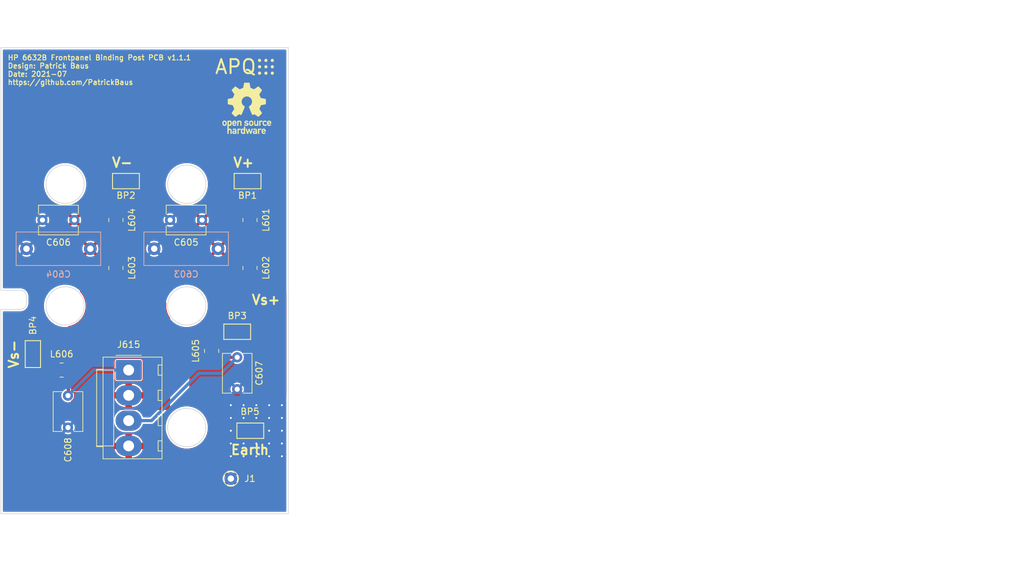
<source format=kicad_pcb>
(kicad_pcb (version 20171130) (host pcbnew 5.1.10)

  (general
    (thickness 1.6)
    (drawings 48)
    (tracks 42)
    (zones 0)
    (modules 21)
    (nets 12)
  )

  (page A4)
  (title_block
    (title "HP 6632B Front Panel Binding Posts PCB")
    (date 2021-07-03)
    (rev v1.1.1)
    (comment 1 "Copyright (©) 2020, Patrick Baus <patrick.baus@physik.tu-darmstadt.de>")
    (comment 2 "Licensed under CERN OHL v.1.2")
  )

  (layers
    (0 F.Cu signal)
    (31 B.Cu signal)
    (34 B.Paste user)
    (35 F.Paste user)
    (36 B.SilkS user)
    (37 F.SilkS user)
    (38 B.Mask user)
    (39 F.Mask user)
    (40 Dwgs.User user)
    (41 Cmts.User user)
    (42 Eco1.User user)
    (43 Eco2.User user)
    (44 Edge.Cuts user)
    (45 Margin user)
    (46 B.CrtYd user)
    (47 F.CrtYd user)
    (48 B.Fab user hide)
    (49 F.Fab user)
  )

  (setup
    (last_trace_width 0.5)
    (trace_clearance 0.15)
    (zone_clearance 0.5)
    (zone_45_only no)
    (trace_min 0.15)
    (via_size 0.6)
    (via_drill 0.3)
    (via_min_size 0.4)
    (via_min_drill 0.3)
    (uvia_size 0.3)
    (uvia_drill 0.1)
    (uvias_allowed no)
    (uvia_min_size 0.2)
    (uvia_min_drill 0.1)
    (edge_width 0.1)
    (segment_width 0.2)
    (pcb_text_width 0.3)
    (pcb_text_size 1.5 1.5)
    (mod_edge_width 0.15)
    (mod_text_size 1 1)
    (mod_text_width 0.15)
    (pad_size 8.6 8.6)
    (pad_drill 4.3)
    (pad_to_mask_clearance 0)
    (aux_axis_origin 0 0)
    (grid_origin 85 50)
    (visible_elements FFFFFF7F)
    (pcbplotparams
      (layerselection 0x310f0_ffffffff)
      (usegerberextensions false)
      (usegerberattributes false)
      (usegerberadvancedattributes false)
      (creategerberjobfile false)
      (excludeedgelayer true)
      (linewidth 0.100000)
      (plotframeref false)
      (viasonmask false)
      (mode 1)
      (useauxorigin false)
      (hpglpennumber 1)
      (hpglpenspeed 20)
      (hpglpendiameter 15.000000)
      (psnegative false)
      (psa4output false)
      (plotreference true)
      (plotvalue true)
      (plotinvisibletext false)
      (padsonsilk false)
      (subtractmaskfromsilk false)
      (outputformat 1)
      (mirror false)
      (drillshape 0)
      (scaleselection 1)
      (outputdirectory "gerber"))
  )

  (net 0 "")
  (net 1 Earth)
  (net 2 "Net-(C603-Pad1)")
  (net 3 "Net-(C604-Pad2)")
  (net 4 /V+)
  (net 5 /V-)
  (net 6 /V+_sense)
  (net 7 /V-_sense)
  (net 8 "Net-(J615-Pad2)")
  (net 9 "Net-(C607-Pad1)")
  (net 10 "Net-(C608-Pad2)")
  (net 11 "Net-(J615-Pad4)")

  (net_class Default "This is the default net class."
    (clearance 0.15)
    (trace_width 0.5)
    (via_dia 0.6)
    (via_drill 0.3)
    (uvia_dia 0.3)
    (uvia_drill 0.1)
    (diff_pair_width 0.15)
    (diff_pair_gap 0.15)
    (add_net /V+)
    (add_net /V+_sense)
    (add_net /V-)
    (add_net /V-_sense)
    (add_net Earth)
    (add_net "Net-(C603-Pad1)")
    (add_net "Net-(C604-Pad2)")
    (add_net "Net-(C607-Pad1)")
    (add_net "Net-(C608-Pad2)")
    (add_net "Net-(J615-Pad2)")
    (add_net "Net-(J615-Pad4)")
  )

  (module TestPoint:TestPoint_Keystone_5019_Minature (layer F.Cu) (tedit 5A0F774F) (tstamp 5F636436)
    (at 90 98 270)
    (descr "SMT Test Point- Micro Miniature 5019, http://www.keyelco.com/product-pdf.cfm?p=1357")
    (tags "Test Point")
    (path /5F24E767)
    (attr smd)
    (fp_text reference BP4 (at -4.5 0 90) (layer F.SilkS)
      (effects (font (size 1 1) (thickness 0.15)))
    )
    (fp_text value Conn_01x01 (at 0 2.25 90) (layer F.Fab)
      (effects (font (size 1 1) (thickness 0.15)))
    )
    (fp_line (start 0 0.5) (end 0 1) (layer F.Fab) (width 0.15))
    (fp_line (start 0 -1) (end 0 -0.5) (layer F.Fab) (width 0.15))
    (fp_line (start -1.9 -0.5) (end 1.9 -0.5) (layer F.Fab) (width 0.15))
    (fp_line (start 1.9 0.5) (end -1.9 0.5) (layer F.Fab) (width 0.15))
    (fp_line (start 1.25 -1) (end -1.25 -1) (layer F.Fab) (width 0.15))
    (fp_line (start -1.25 -1) (end -1.25 -0.5) (layer F.Fab) (width 0.15))
    (fp_line (start -1.25 -0.5) (end -1.75 -0.5) (layer F.Fab) (width 0.15))
    (fp_line (start -1.9 -0.5) (end -1.9 0.5) (layer F.Fab) (width 0.15))
    (fp_line (start -1.75 0.5) (end -1.25 0.5) (layer F.Fab) (width 0.15))
    (fp_line (start -1.25 0.5) (end -1.25 1) (layer F.Fab) (width 0.15))
    (fp_line (start -1.25 1) (end 1.25 1) (layer F.Fab) (width 0.15))
    (fp_line (start 1.25 1) (end 1.25 0.5) (layer F.Fab) (width 0.15))
    (fp_line (start 1.25 0.5) (end 1.75 0.5) (layer F.Fab) (width 0.15))
    (fp_line (start 1.9 0.5) (end 1.9 -0.5) (layer F.Fab) (width 0.15))
    (fp_line (start 1.75 -0.5) (end 1.25 -0.5) (layer F.Fab) (width 0.15))
    (fp_line (start 1.25 -0.5) (end 1.25 -1) (layer F.Fab) (width 0.15))
    (fp_line (start -2.35 -1.45) (end 2.35 -1.45) (layer F.CrtYd) (width 0.05))
    (fp_line (start 2.35 -1.45) (end 2.35 1.45) (layer F.CrtYd) (width 0.05))
    (fp_line (start 2.35 1.45) (end -2.35 1.45) (layer F.CrtYd) (width 0.05))
    (fp_line (start -2.35 1.45) (end -2.35 -1.45) (layer F.CrtYd) (width 0.05))
    (fp_line (start -2.1 -1.2) (end 2.1 -1.2) (layer F.SilkS) (width 0.15))
    (fp_line (start 2.1 -1.2) (end 2.1 1.2) (layer F.SilkS) (width 0.15))
    (fp_line (start 2.1 1.2) (end -2.1 1.2) (layer F.SilkS) (width 0.15))
    (fp_line (start -2.1 1.2) (end -2.1 -1.2) (layer F.SilkS) (width 0.15))
    (fp_text user %R (at 0 0 90) (layer F.Fab)
      (effects (font (size 0.9 0.9) (thickness 0.135)))
    )
    (pad 1 smd rect (at 0 0 270) (size 3.8 2) (layers F.Cu F.Paste F.Mask)
      (net 7 /V-_sense))
    (model ${KISYS3DMOD}/TestPoint.3dshapes/TestPoint_Keystone_5019_Minature.wrl
      (at (xyz 0 0 0))
      (scale (xyz 1 1 1))
      (rotate (xyz 0 0 0))
    )
  )

  (module TestPoint:TestPoint_THTPad_D2.0mm_Drill1.0mm (layer F.Cu) (tedit 5A0F774F) (tstamp 5F314456)
    (at 121 117.5 180)
    (descr "THT pad as test Point, diameter 2.0mm, hole diameter 1.0mm")
    (tags "test point THT pad")
    (path /5F28829B)
    (attr virtual)
    (fp_text reference J1 (at -3 0) (layer F.SilkS)
      (effects (font (size 1 1) (thickness 0.15)))
    )
    (fp_text value Conn_01x01 (at 0 2.05) (layer F.Fab)
      (effects (font (size 1 1) (thickness 0.15)))
    )
    (fp_circle (center 0 0) (end 1.5 0) (layer F.CrtYd) (width 0.05))
    (fp_circle (center 0 0) (end 0 1.2) (layer F.SilkS) (width 0.12))
    (fp_text user %R (at 0 -2) (layer F.Fab)
      (effects (font (size 1 1) (thickness 0.15)))
    )
    (pad 1 thru_hole circle (at 0 0 180) (size 2 2) (drill 1) (layers *.Cu *.Mask)
      (net 1 Earth))
  )

  (module TestPoint:TestPoint_Keystone_5019_Minature (layer F.Cu) (tedit 5A0F774F) (tstamp 5F23E68C)
    (at 124.05 110 180)
    (descr "SMT Test Point- Micro Miniature 5019, http://www.keyelco.com/product-pdf.cfm?p=1357")
    (tags "Test Point")
    (path /5F25A9BB)
    (attr smd)
    (fp_text reference BP5 (at 0.05 3) (layer F.SilkS)
      (effects (font (size 1 1) (thickness 0.15)))
    )
    (fp_text value Conn_01x01 (at 0 2.25) (layer F.Fab)
      (effects (font (size 1 1) (thickness 0.15)))
    )
    (fp_line (start 0 0.5) (end 0 1) (layer F.Fab) (width 0.15))
    (fp_line (start 0 -1) (end 0 -0.5) (layer F.Fab) (width 0.15))
    (fp_line (start -1.9 -0.5) (end 1.9 -0.5) (layer F.Fab) (width 0.15))
    (fp_line (start 1.9 0.5) (end -1.9 0.5) (layer F.Fab) (width 0.15))
    (fp_line (start 1.25 -1) (end -1.25 -1) (layer F.Fab) (width 0.15))
    (fp_line (start -1.25 -1) (end -1.25 -0.5) (layer F.Fab) (width 0.15))
    (fp_line (start -1.25 -0.5) (end -1.75 -0.5) (layer F.Fab) (width 0.15))
    (fp_line (start -1.9 -0.5) (end -1.9 0.5) (layer F.Fab) (width 0.15))
    (fp_line (start -1.75 0.5) (end -1.25 0.5) (layer F.Fab) (width 0.15))
    (fp_line (start -1.25 0.5) (end -1.25 1) (layer F.Fab) (width 0.15))
    (fp_line (start -1.25 1) (end 1.25 1) (layer F.Fab) (width 0.15))
    (fp_line (start 1.25 1) (end 1.25 0.5) (layer F.Fab) (width 0.15))
    (fp_line (start 1.25 0.5) (end 1.75 0.5) (layer F.Fab) (width 0.15))
    (fp_line (start 1.9 0.5) (end 1.9 -0.5) (layer F.Fab) (width 0.15))
    (fp_line (start 1.75 -0.5) (end 1.25 -0.5) (layer F.Fab) (width 0.15))
    (fp_line (start 1.25 -0.5) (end 1.25 -1) (layer F.Fab) (width 0.15))
    (fp_line (start -2.35 -1.45) (end 2.35 -1.45) (layer F.CrtYd) (width 0.05))
    (fp_line (start 2.35 -1.45) (end 2.35 1.45) (layer F.CrtYd) (width 0.05))
    (fp_line (start 2.35 1.45) (end -2.35 1.45) (layer F.CrtYd) (width 0.05))
    (fp_line (start -2.35 1.45) (end -2.35 -1.45) (layer F.CrtYd) (width 0.05))
    (fp_line (start -2.1 -1.2) (end 2.1 -1.2) (layer F.SilkS) (width 0.15))
    (fp_line (start 2.1 -1.2) (end 2.1 1.2) (layer F.SilkS) (width 0.15))
    (fp_line (start 2.1 1.2) (end -2.1 1.2) (layer F.SilkS) (width 0.15))
    (fp_line (start -2.1 1.2) (end -2.1 -1.2) (layer F.SilkS) (width 0.15))
    (fp_text user %R (at 0 0) (layer F.Fab)
      (effects (font (size 0.9 0.9) (thickness 0.135)))
    )
    (pad 1 smd rect (at 0 0 180) (size 3.8 2) (layers F.Cu F.Paste F.Mask)
      (net 1 Earth))
    (model ${KISYS3DMOD}/TestPoint.3dshapes/TestPoint_Keystone_5019_Minature.wrl
      (at (xyz 0 0 0))
      (scale (xyz 1 1 1))
      (rotate (xyz 0 0 0))
    )
  )

  (module Capacitor_THT:C_Disc_D6.0mm_W4.4mm_P5.00mm (layer F.Cu) (tedit 5AE50EF0) (tstamp 5F23E095)
    (at 95.5 109.5 90)
    (descr "C, Disc series, Radial, pin pitch=5.00mm, , diameter*width=6*4.4mm^2, Capacitor")
    (tags "C Disc series Radial pin pitch 5.00mm  diameter 6mm width 4.4mm Capacitor")
    (path /5F258D61)
    (fp_text reference C608 (at -3.5 0 90) (layer F.SilkS)
      (effects (font (size 1 1) (thickness 0.15)))
    )
    (fp_text value 220p (at 2.5 3.45 90) (layer F.Fab)
      (effects (font (size 1 1) (thickness 0.15)))
    )
    (fp_line (start -0.5 -2.2) (end -0.5 2.2) (layer F.Fab) (width 0.1))
    (fp_line (start -0.5 2.2) (end 5.5 2.2) (layer F.Fab) (width 0.1))
    (fp_line (start 5.5 2.2) (end 5.5 -2.2) (layer F.Fab) (width 0.1))
    (fp_line (start 5.5 -2.2) (end -0.5 -2.2) (layer F.Fab) (width 0.1))
    (fp_line (start -0.62 -2.321) (end 5.62 -2.321) (layer F.SilkS) (width 0.12))
    (fp_line (start -0.62 2.321) (end 5.62 2.321) (layer F.SilkS) (width 0.12))
    (fp_line (start -0.62 -2.321) (end -0.62 -0.925) (layer F.SilkS) (width 0.12))
    (fp_line (start -0.62 0.925) (end -0.62 2.321) (layer F.SilkS) (width 0.12))
    (fp_line (start 5.62 -2.321) (end 5.62 -0.925) (layer F.SilkS) (width 0.12))
    (fp_line (start 5.62 0.925) (end 5.62 2.321) (layer F.SilkS) (width 0.12))
    (fp_line (start -1.05 -2.45) (end -1.05 2.45) (layer F.CrtYd) (width 0.05))
    (fp_line (start -1.05 2.45) (end 6.05 2.45) (layer F.CrtYd) (width 0.05))
    (fp_line (start 6.05 2.45) (end 6.05 -2.45) (layer F.CrtYd) (width 0.05))
    (fp_line (start 6.05 -2.45) (end -1.05 -2.45) (layer F.CrtYd) (width 0.05))
    (fp_text user %R (at 2.5 0 90) (layer F.Fab)
      (effects (font (size 1 1) (thickness 0.15)))
    )
    (pad 2 thru_hole circle (at 5 0 90) (size 1.6 1.6) (drill 0.8) (layers *.Cu *.Mask)
      (net 10 "Net-(C608-Pad2)"))
    (pad 1 thru_hole circle (at 0 0 90) (size 1.6 1.6) (drill 0.8) (layers *.Cu *.Mask)
      (net 1 Earth))
    (model ${KISYS3DMOD}/Capacitor_THT.3dshapes/C_Disc_D6.0mm_W4.4mm_P5.00mm.wrl
      (at (xyz 0 0 0))
      (scale (xyz 1 1 1))
      (rotate (xyz 0 0 0))
    )
  )

  (module Capacitor_THT:C_Disc_D6.0mm_W4.4mm_P5.00mm (layer F.Cu) (tedit 5AE50EF0) (tstamp 5F23E080)
    (at 122 98.5 270)
    (descr "C, Disc series, Radial, pin pitch=5.00mm, , diameter*width=6*4.4mm^2, Capacitor")
    (tags "C Disc series Radial pin pitch 5.00mm  diameter 6mm width 4.4mm Capacitor")
    (path /5F258967)
    (fp_text reference C607 (at 2.5 -3.45 90) (layer F.SilkS)
      (effects (font (size 1 1) (thickness 0.15)))
    )
    (fp_text value 220p (at 2.5 3.45 90) (layer F.Fab)
      (effects (font (size 1 1) (thickness 0.15)))
    )
    (fp_line (start -0.5 -2.2) (end -0.5 2.2) (layer F.Fab) (width 0.1))
    (fp_line (start -0.5 2.2) (end 5.5 2.2) (layer F.Fab) (width 0.1))
    (fp_line (start 5.5 2.2) (end 5.5 -2.2) (layer F.Fab) (width 0.1))
    (fp_line (start 5.5 -2.2) (end -0.5 -2.2) (layer F.Fab) (width 0.1))
    (fp_line (start -0.62 -2.321) (end 5.62 -2.321) (layer F.SilkS) (width 0.12))
    (fp_line (start -0.62 2.321) (end 5.62 2.321) (layer F.SilkS) (width 0.12))
    (fp_line (start -0.62 -2.321) (end -0.62 -0.925) (layer F.SilkS) (width 0.12))
    (fp_line (start -0.62 0.925) (end -0.62 2.321) (layer F.SilkS) (width 0.12))
    (fp_line (start 5.62 -2.321) (end 5.62 -0.925) (layer F.SilkS) (width 0.12))
    (fp_line (start 5.62 0.925) (end 5.62 2.321) (layer F.SilkS) (width 0.12))
    (fp_line (start -1.05 -2.45) (end -1.05 2.45) (layer F.CrtYd) (width 0.05))
    (fp_line (start -1.05 2.45) (end 6.05 2.45) (layer F.CrtYd) (width 0.05))
    (fp_line (start 6.05 2.45) (end 6.05 -2.45) (layer F.CrtYd) (width 0.05))
    (fp_line (start 6.05 -2.45) (end -1.05 -2.45) (layer F.CrtYd) (width 0.05))
    (fp_text user %R (at 2.5 0 90) (layer F.Fab)
      (effects (font (size 1 1) (thickness 0.15)))
    )
    (pad 2 thru_hole circle (at 5 0 270) (size 1.6 1.6) (drill 0.8) (layers *.Cu *.Mask)
      (net 1 Earth))
    (pad 1 thru_hole circle (at 0 0 270) (size 1.6 1.6) (drill 0.8) (layers *.Cu *.Mask)
      (net 9 "Net-(C607-Pad1)"))
    (model ${KISYS3DMOD}/Capacitor_THT.3dshapes/C_Disc_D6.0mm_W4.4mm_P5.00mm.wrl
      (at (xyz 0 0 0))
      (scale (xyz 1 1 1))
      (rotate (xyz 0 0 0))
    )
  )

  (module Capacitor_THT:C_Rect_L13.0mm_W5.0mm_P10.00mm_FKS3_FKP3_MKS4 (layer B.Cu) (tedit 5AE50EF0) (tstamp 5F239962)
    (at 89 81.5)
    (descr "C, Rect series, Radial, pin pitch=10.00mm, , length*width=13*5mm^2, Capacitor, http://www.wima.com/EN/WIMA_FKS_3.pdf, http://www.wima.com/EN/WIMA_MKS_4.pdf")
    (tags "C Rect series Radial pin pitch 10.00mm  length 13mm width 5mm Capacitor")
    (path /5F2341DB)
    (fp_text reference C604 (at 5 4) (layer B.SilkS)
      (effects (font (size 1 1) (thickness 0.15)) (justify mirror))
    )
    (fp_text value 4.7n (at 5 -3.75) (layer B.Fab)
      (effects (font (size 1 1) (thickness 0.15)) (justify mirror))
    )
    (fp_line (start -1.5 2.5) (end -1.5 -2.5) (layer B.Fab) (width 0.1))
    (fp_line (start -1.5 -2.5) (end 11.5 -2.5) (layer B.Fab) (width 0.1))
    (fp_line (start 11.5 -2.5) (end 11.5 2.5) (layer B.Fab) (width 0.1))
    (fp_line (start 11.5 2.5) (end -1.5 2.5) (layer B.Fab) (width 0.1))
    (fp_line (start -1.62 2.62) (end 11.62 2.62) (layer B.SilkS) (width 0.12))
    (fp_line (start -1.62 -2.62) (end 11.62 -2.62) (layer B.SilkS) (width 0.12))
    (fp_line (start -1.62 2.62) (end -1.62 -2.62) (layer B.SilkS) (width 0.12))
    (fp_line (start 11.62 2.62) (end 11.62 -2.62) (layer B.SilkS) (width 0.12))
    (fp_line (start -1.75 2.75) (end -1.75 -2.75) (layer B.CrtYd) (width 0.05))
    (fp_line (start -1.75 -2.75) (end 11.75 -2.75) (layer B.CrtYd) (width 0.05))
    (fp_line (start 11.75 -2.75) (end 11.75 2.75) (layer B.CrtYd) (width 0.05))
    (fp_line (start 11.75 2.75) (end -1.75 2.75) (layer B.CrtYd) (width 0.05))
    (fp_text user %R (at 5 0) (layer B.Fab)
      (effects (font (size 1 1) (thickness 0.15)) (justify mirror))
    )
    (pad 2 thru_hole circle (at 10 0) (size 2 2) (drill 1) (layers *.Cu *.Mask)
      (net 3 "Net-(C604-Pad2)"))
    (pad 1 thru_hole circle (at 0 0) (size 2 2) (drill 1) (layers *.Cu *.Mask)
      (net 1 Earth))
    (model ${KISYS3DMOD}/Capacitor_THT.3dshapes/C_Rect_L13.0mm_W5.0mm_P10.00mm_FKS3_FKP3_MKS4.wrl
      (at (xyz 0 0 0))
      (scale (xyz 1 1 1))
      (rotate (xyz 0 0 0))
    )
  )

  (module Capacitor_THT:C_Rect_L13.0mm_W5.0mm_P10.00mm_FKS3_FKP3_MKS4 (layer B.Cu) (tedit 5AE50EF0) (tstamp 5F247355)
    (at 119 81.5 180)
    (descr "C, Rect series, Radial, pin pitch=10.00mm, , length*width=13*5mm^2, Capacitor, http://www.wima.com/EN/WIMA_FKS_3.pdf, http://www.wima.com/EN/WIMA_MKS_4.pdf")
    (tags "C Rect series Radial pin pitch 10.00mm  length 13mm width 5mm Capacitor")
    (path /5F233DE3)
    (fp_text reference C603 (at 5 -4) (layer B.SilkS)
      (effects (font (size 1 1) (thickness 0.15)) (justify mirror))
    )
    (fp_text value 4.7n (at 5 -3.75) (layer B.Fab)
      (effects (font (size 1 1) (thickness 0.15)) (justify mirror))
    )
    (fp_line (start -1.5 2.5) (end -1.5 -2.5) (layer B.Fab) (width 0.1))
    (fp_line (start -1.5 -2.5) (end 11.5 -2.5) (layer B.Fab) (width 0.1))
    (fp_line (start 11.5 -2.5) (end 11.5 2.5) (layer B.Fab) (width 0.1))
    (fp_line (start 11.5 2.5) (end -1.5 2.5) (layer B.Fab) (width 0.1))
    (fp_line (start -1.62 2.62) (end 11.62 2.62) (layer B.SilkS) (width 0.12))
    (fp_line (start -1.62 -2.62) (end 11.62 -2.62) (layer B.SilkS) (width 0.12))
    (fp_line (start -1.62 2.62) (end -1.62 -2.62) (layer B.SilkS) (width 0.12))
    (fp_line (start 11.62 2.62) (end 11.62 -2.62) (layer B.SilkS) (width 0.12))
    (fp_line (start -1.75 2.75) (end -1.75 -2.75) (layer B.CrtYd) (width 0.05))
    (fp_line (start -1.75 -2.75) (end 11.75 -2.75) (layer B.CrtYd) (width 0.05))
    (fp_line (start 11.75 -2.75) (end 11.75 2.75) (layer B.CrtYd) (width 0.05))
    (fp_line (start 11.75 2.75) (end -1.75 2.75) (layer B.CrtYd) (width 0.05))
    (fp_text user %R (at 5 0) (layer B.Fab)
      (effects (font (size 1 1) (thickness 0.15)) (justify mirror))
    )
    (pad 2 thru_hole circle (at 10 0 180) (size 2 2) (drill 1) (layers *.Cu *.Mask)
      (net 1 Earth))
    (pad 1 thru_hole circle (at 0 0 180) (size 2 2) (drill 1) (layers *.Cu *.Mask)
      (net 2 "Net-(C603-Pad1)"))
    (model ${KISYS3DMOD}/Capacitor_THT.3dshapes/C_Rect_L13.0mm_W5.0mm_P10.00mm_FKS3_FKP3_MKS4.wrl
      (at (xyz 0 0 0))
      (scale (xyz 1 1 1))
      (rotate (xyz 0 0 0))
    )
  )

  (module Inductor_SMD:L_1008_2520Metric (layer F.Cu) (tedit 5F68FEF0) (tstamp 5F23D51D)
    (at 94.5 100.5 180)
    (descr "Inductor SMD 1008 (2520 Metric), square (rectangular) end terminal, IPC_7351 nominal, (Body size source: https://ecsxtal.com/store/pdf/ECS-MPI2520-SMD-POWER-INDUCTOR.pdf), generated with kicad-footprint-generator")
    (tags inductor)
    (path /5F24BB1E)
    (attr smd)
    (fp_text reference L606 (at 0 2.5) (layer F.SilkS)
      (effects (font (size 1 1) (thickness 0.15)))
    )
    (fp_text value 150n (at 0 2.05) (layer F.Fab)
      (effects (font (size 1 1) (thickness 0.15)))
    )
    (fp_line (start -1.25 1) (end -1.25 -1) (layer F.Fab) (width 0.1))
    (fp_line (start -1.25 -1) (end 1.25 -1) (layer F.Fab) (width 0.1))
    (fp_line (start 1.25 -1) (end 1.25 1) (layer F.Fab) (width 0.1))
    (fp_line (start 1.25 1) (end -1.25 1) (layer F.Fab) (width 0.1))
    (fp_line (start -0.261252 -1.11) (end 0.261252 -1.11) (layer F.SilkS) (width 0.12))
    (fp_line (start -0.261252 1.11) (end 0.261252 1.11) (layer F.SilkS) (width 0.12))
    (fp_line (start -1.95 1.35) (end -1.95 -1.35) (layer F.CrtYd) (width 0.05))
    (fp_line (start -1.95 -1.35) (end 1.95 -1.35) (layer F.CrtYd) (width 0.05))
    (fp_line (start 1.95 -1.35) (end 1.95 1.35) (layer F.CrtYd) (width 0.05))
    (fp_line (start 1.95 1.35) (end -1.95 1.35) (layer F.CrtYd) (width 0.05))
    (fp_text user %R (at 0 0) (layer F.Fab)
      (effects (font (size 0.62 0.62) (thickness 0.09)))
    )
    (pad 2 smd roundrect (at 1.075 0 180) (size 1.25 2.2) (layers F.Cu F.Paste F.Mask) (roundrect_rratio 0.2)
      (net 7 /V-_sense))
    (pad 1 smd roundrect (at -1.075 0 180) (size 1.25 2.2) (layers F.Cu F.Paste F.Mask) (roundrect_rratio 0.2)
      (net 10 "Net-(C608-Pad2)"))
    (model ${KISYS3DMOD}/Inductor_SMD.3dshapes/L_1008_2520Metric.wrl
      (at (xyz 0 0 0))
      (scale (xyz 1 1 1))
      (rotate (xyz 0 0 0))
    )
  )

  (module Inductor_SMD:L_1008_2520Metric (layer F.Cu) (tedit 5F68FEF0) (tstamp 5F242EF0)
    (at 118 97.5 90)
    (descr "Inductor SMD 1008 (2520 Metric), square (rectangular) end terminal, IPC_7351 nominal, (Body size source: https://ecsxtal.com/store/pdf/ECS-MPI2520-SMD-POWER-INDUCTOR.pdf), generated with kicad-footprint-generator")
    (tags inductor)
    (path /5F24B9A5)
    (attr smd)
    (fp_text reference L605 (at 0 -2.5 90) (layer F.SilkS)
      (effects (font (size 1 1) (thickness 0.15)))
    )
    (fp_text value 150n (at 0 2.05 90) (layer F.Fab)
      (effects (font (size 1 1) (thickness 0.15)))
    )
    (fp_line (start -1.25 1) (end -1.25 -1) (layer F.Fab) (width 0.1))
    (fp_line (start -1.25 -1) (end 1.25 -1) (layer F.Fab) (width 0.1))
    (fp_line (start 1.25 -1) (end 1.25 1) (layer F.Fab) (width 0.1))
    (fp_line (start 1.25 1) (end -1.25 1) (layer F.Fab) (width 0.1))
    (fp_line (start -0.261252 -1.11) (end 0.261252 -1.11) (layer F.SilkS) (width 0.12))
    (fp_line (start -0.261252 1.11) (end 0.261252 1.11) (layer F.SilkS) (width 0.12))
    (fp_line (start -1.95 1.35) (end -1.95 -1.35) (layer F.CrtYd) (width 0.05))
    (fp_line (start -1.95 -1.35) (end 1.95 -1.35) (layer F.CrtYd) (width 0.05))
    (fp_line (start 1.95 -1.35) (end 1.95 1.35) (layer F.CrtYd) (width 0.05))
    (fp_line (start 1.95 1.35) (end -1.95 1.35) (layer F.CrtYd) (width 0.05))
    (fp_text user %R (at 0 0 90) (layer F.Fab)
      (effects (font (size 0.62 0.62) (thickness 0.09)))
    )
    (pad 2 smd roundrect (at 1.075 0 90) (size 1.25 2.2) (layers F.Cu F.Paste F.Mask) (roundrect_rratio 0.2)
      (net 6 /V+_sense))
    (pad 1 smd roundrect (at -1.075 0 90) (size 1.25 2.2) (layers F.Cu F.Paste F.Mask) (roundrect_rratio 0.2)
      (net 9 "Net-(C607-Pad1)"))
    (model ${KISYS3DMOD}/Inductor_SMD.3dshapes/L_1008_2520Metric.wrl
      (at (xyz 0 0 0))
      (scale (xyz 1 1 1))
      (rotate (xyz 0 0 0))
    )
  )

  (module TestPoint:TestPoint_Keystone_5019_Minature (layer F.Cu) (tedit 5A0F774F) (tstamp 5F63632B)
    (at 122 94.5 180)
    (descr "SMT Test Point- Micro Miniature 5019, http://www.keyelco.com/product-pdf.cfm?p=1357")
    (tags "Test Point")
    (path /5F24B47F)
    (attr smd)
    (fp_text reference BP3 (at 0 2.5) (layer F.SilkS)
      (effects (font (size 1 1) (thickness 0.15)))
    )
    (fp_text value Conn_01x01 (at 0 2.25) (layer F.Fab)
      (effects (font (size 1 1) (thickness 0.15)))
    )
    (fp_line (start 0 0.5) (end 0 1) (layer F.Fab) (width 0.15))
    (fp_line (start 0 -1) (end 0 -0.5) (layer F.Fab) (width 0.15))
    (fp_line (start -1.9 -0.5) (end 1.9 -0.5) (layer F.Fab) (width 0.15))
    (fp_line (start 1.9 0.5) (end -1.9 0.5) (layer F.Fab) (width 0.15))
    (fp_line (start 1.25 -1) (end -1.25 -1) (layer F.Fab) (width 0.15))
    (fp_line (start -1.25 -1) (end -1.25 -0.5) (layer F.Fab) (width 0.15))
    (fp_line (start -1.25 -0.5) (end -1.75 -0.5) (layer F.Fab) (width 0.15))
    (fp_line (start -1.9 -0.5) (end -1.9 0.5) (layer F.Fab) (width 0.15))
    (fp_line (start -1.75 0.5) (end -1.25 0.5) (layer F.Fab) (width 0.15))
    (fp_line (start -1.25 0.5) (end -1.25 1) (layer F.Fab) (width 0.15))
    (fp_line (start -1.25 1) (end 1.25 1) (layer F.Fab) (width 0.15))
    (fp_line (start 1.25 1) (end 1.25 0.5) (layer F.Fab) (width 0.15))
    (fp_line (start 1.25 0.5) (end 1.75 0.5) (layer F.Fab) (width 0.15))
    (fp_line (start 1.9 0.5) (end 1.9 -0.5) (layer F.Fab) (width 0.15))
    (fp_line (start 1.75 -0.5) (end 1.25 -0.5) (layer F.Fab) (width 0.15))
    (fp_line (start 1.25 -0.5) (end 1.25 -1) (layer F.Fab) (width 0.15))
    (fp_line (start -2.35 -1.45) (end 2.35 -1.45) (layer F.CrtYd) (width 0.05))
    (fp_line (start 2.35 -1.45) (end 2.35 1.45) (layer F.CrtYd) (width 0.05))
    (fp_line (start 2.35 1.45) (end -2.35 1.45) (layer F.CrtYd) (width 0.05))
    (fp_line (start -2.35 1.45) (end -2.35 -1.45) (layer F.CrtYd) (width 0.05))
    (fp_line (start -2.1 -1.2) (end 2.1 -1.2) (layer F.SilkS) (width 0.15))
    (fp_line (start 2.1 -1.2) (end 2.1 1.2) (layer F.SilkS) (width 0.15))
    (fp_line (start 2.1 1.2) (end -2.1 1.2) (layer F.SilkS) (width 0.15))
    (fp_line (start -2.1 1.2) (end -2.1 -1.2) (layer F.SilkS) (width 0.15))
    (fp_text user %R (at 0 0) (layer F.Fab)
      (effects (font (size 0.9 0.9) (thickness 0.135)))
    )
    (pad 1 smd rect (at 0 0 180) (size 3.8 2) (layers F.Cu F.Paste F.Mask)
      (net 6 /V+_sense))
    (model ${KISYS3DMOD}/TestPoint.3dshapes/TestPoint_Keystone_5019_Minature.wrl
      (at (xyz 0 0 0))
      (scale (xyz 1 1 1))
      (rotate (xyz 0 0 0))
    )
  )

  (module TestPoint:TestPoint_Keystone_5019_Minature (layer F.Cu) (tedit 5A0F774F) (tstamp 5F2D311D)
    (at 104.575 70.9 180)
    (descr "SMT Test Point- Micro Miniature 5019, http://www.keyelco.com/product-pdf.cfm?p=1357")
    (tags "Test Point")
    (path /5F238CF3)
    (attr smd)
    (fp_text reference BP2 (at 0 -2.25) (layer F.SilkS)
      (effects (font (size 1 1) (thickness 0.15)))
    )
    (fp_text value Conn_01x01 (at 0 2.25) (layer F.Fab)
      (effects (font (size 1 1) (thickness 0.15)))
    )
    (fp_line (start 0 0.5) (end 0 1) (layer F.Fab) (width 0.15))
    (fp_line (start 0 -1) (end 0 -0.5) (layer F.Fab) (width 0.15))
    (fp_line (start -1.9 -0.5) (end 1.9 -0.5) (layer F.Fab) (width 0.15))
    (fp_line (start 1.9 0.5) (end -1.9 0.5) (layer F.Fab) (width 0.15))
    (fp_line (start 1.25 -1) (end -1.25 -1) (layer F.Fab) (width 0.15))
    (fp_line (start -1.25 -1) (end -1.25 -0.5) (layer F.Fab) (width 0.15))
    (fp_line (start -1.25 -0.5) (end -1.75 -0.5) (layer F.Fab) (width 0.15))
    (fp_line (start -1.9 -0.5) (end -1.9 0.5) (layer F.Fab) (width 0.15))
    (fp_line (start -1.75 0.5) (end -1.25 0.5) (layer F.Fab) (width 0.15))
    (fp_line (start -1.25 0.5) (end -1.25 1) (layer F.Fab) (width 0.15))
    (fp_line (start -1.25 1) (end 1.25 1) (layer F.Fab) (width 0.15))
    (fp_line (start 1.25 1) (end 1.25 0.5) (layer F.Fab) (width 0.15))
    (fp_line (start 1.25 0.5) (end 1.75 0.5) (layer F.Fab) (width 0.15))
    (fp_line (start 1.9 0.5) (end 1.9 -0.5) (layer F.Fab) (width 0.15))
    (fp_line (start 1.75 -0.5) (end 1.25 -0.5) (layer F.Fab) (width 0.15))
    (fp_line (start 1.25 -0.5) (end 1.25 -1) (layer F.Fab) (width 0.15))
    (fp_line (start -2.35 -1.45) (end 2.35 -1.45) (layer F.CrtYd) (width 0.05))
    (fp_line (start 2.35 -1.45) (end 2.35 1.45) (layer F.CrtYd) (width 0.05))
    (fp_line (start 2.35 1.45) (end -2.35 1.45) (layer F.CrtYd) (width 0.05))
    (fp_line (start -2.35 1.45) (end -2.35 -1.45) (layer F.CrtYd) (width 0.05))
    (fp_line (start -2.1 -1.2) (end 2.1 -1.2) (layer F.SilkS) (width 0.15))
    (fp_line (start 2.1 -1.2) (end 2.1 1.2) (layer F.SilkS) (width 0.15))
    (fp_line (start 2.1 1.2) (end -2.1 1.2) (layer F.SilkS) (width 0.15))
    (fp_line (start -2.1 1.2) (end -2.1 -1.2) (layer F.SilkS) (width 0.15))
    (fp_text user %R (at 0 0) (layer F.Fab)
      (effects (font (size 0.9 0.9) (thickness 0.135)))
    )
    (pad 1 smd rect (at 0 0 180) (size 3.8 2) (layers F.Cu F.Paste F.Mask)
      (net 5 /V-))
    (model ${KISYS3DMOD}/TestPoint.3dshapes/TestPoint_Keystone_5019_Minature.wrl
      (at (xyz 0 0 0))
      (scale (xyz 1 1 1))
      (rotate (xyz 0 0 0))
    )
  )

  (module TestPoint:TestPoint_Keystone_5019_Minature (layer F.Cu) (tedit 5A0F774F) (tstamp 5F23A951)
    (at 123.625 70.9 180)
    (descr "SMT Test Point- Micro Miniature 5019, http://www.keyelco.com/product-pdf.cfm?p=1357")
    (tags "Test Point")
    (path /5F238540)
    (attr smd)
    (fp_text reference BP1 (at 0 -2.25) (layer F.SilkS)
      (effects (font (size 1 1) (thickness 0.15)))
    )
    (fp_text value Conn_01x01 (at 0 2.25) (layer F.Fab)
      (effects (font (size 1 1) (thickness 0.15)))
    )
    (fp_line (start 0 0.5) (end 0 1) (layer F.Fab) (width 0.15))
    (fp_line (start 0 -1) (end 0 -0.5) (layer F.Fab) (width 0.15))
    (fp_line (start -1.9 -0.5) (end 1.9 -0.5) (layer F.Fab) (width 0.15))
    (fp_line (start 1.9 0.5) (end -1.9 0.5) (layer F.Fab) (width 0.15))
    (fp_line (start 1.25 -1) (end -1.25 -1) (layer F.Fab) (width 0.15))
    (fp_line (start -1.25 -1) (end -1.25 -0.5) (layer F.Fab) (width 0.15))
    (fp_line (start -1.25 -0.5) (end -1.75 -0.5) (layer F.Fab) (width 0.15))
    (fp_line (start -1.9 -0.5) (end -1.9 0.5) (layer F.Fab) (width 0.15))
    (fp_line (start -1.75 0.5) (end -1.25 0.5) (layer F.Fab) (width 0.15))
    (fp_line (start -1.25 0.5) (end -1.25 1) (layer F.Fab) (width 0.15))
    (fp_line (start -1.25 1) (end 1.25 1) (layer F.Fab) (width 0.15))
    (fp_line (start 1.25 1) (end 1.25 0.5) (layer F.Fab) (width 0.15))
    (fp_line (start 1.25 0.5) (end 1.75 0.5) (layer F.Fab) (width 0.15))
    (fp_line (start 1.9 0.5) (end 1.9 -0.5) (layer F.Fab) (width 0.15))
    (fp_line (start 1.75 -0.5) (end 1.25 -0.5) (layer F.Fab) (width 0.15))
    (fp_line (start 1.25 -0.5) (end 1.25 -1) (layer F.Fab) (width 0.15))
    (fp_line (start -2.35 -1.45) (end 2.35 -1.45) (layer F.CrtYd) (width 0.05))
    (fp_line (start 2.35 -1.45) (end 2.35 1.45) (layer F.CrtYd) (width 0.05))
    (fp_line (start 2.35 1.45) (end -2.35 1.45) (layer F.CrtYd) (width 0.05))
    (fp_line (start -2.35 1.45) (end -2.35 -1.45) (layer F.CrtYd) (width 0.05))
    (fp_line (start -2.1 -1.2) (end 2.1 -1.2) (layer F.SilkS) (width 0.15))
    (fp_line (start 2.1 -1.2) (end 2.1 1.2) (layer F.SilkS) (width 0.15))
    (fp_line (start 2.1 1.2) (end -2.1 1.2) (layer F.SilkS) (width 0.15))
    (fp_line (start -2.1 1.2) (end -2.1 -1.2) (layer F.SilkS) (width 0.15))
    (fp_text user %R (at 0 0) (layer F.Fab)
      (effects (font (size 0.9 0.9) (thickness 0.135)))
    )
    (pad 1 smd rect (at 0 0 180) (size 3.8 2) (layers F.Cu F.Paste F.Mask)
      (net 4 /V+))
    (model ${KISYS3DMOD}/TestPoint.3dshapes/TestPoint_Keystone_5019_Minature.wrl
      (at (xyz 0 0 0))
      (scale (xyz 1 1 1))
      (rotate (xyz 0 0 0))
    )
  )

  (module Custom_footprints_project:APQ-Logo_small (layer F.Cu) (tedit 5ED0D76F) (tstamp 5F239A26)
    (at 127.5 54 180)
    (path /5ED0847B)
    (attr virtual)
    (fp_text reference LOGO2 (at 0 0) (layer F.SilkS) hide
      (effects (font (size 1 1) (thickness 0.15)))
    )
    (fp_text value Logo_APQ (at 0 4.08) (layer F.Fab)
      (effects (font (size 1 1) (thickness 0.15)))
    )
    (fp_circle (center 0 2) (end 0.125 2) (layer F.SilkS) (width 0.25))
    (fp_circle (center 1 2) (end 1.125 2) (layer F.SilkS) (width 0.25))
    (fp_circle (center 2 2) (end 2.125 2) (layer F.SilkS) (width 0.25))
    (fp_circle (center 2 1) (end 2.125 1) (layer F.SilkS) (width 0.25))
    (fp_circle (center 1 1) (end 1.125 1) (layer F.SilkS) (width 0.25))
    (fp_circle (center 0 1) (end 0.125 1) (layer F.SilkS) (width 0.25))
    (fp_circle (center 1 0) (end 1.125 0) (layer F.SilkS) (width 0.25))
    (fp_circle (center 0 0) (end 0.125 0) (layer F.SilkS) (width 0.25))
    (fp_circle (center 2 0) (end 2.125 0) (layer F.SilkS) (width 0.25))
    (fp_text user APQ (at 5.75 1) (layer F.SilkS)
      (effects (font (size 2.2 2.2) (thickness 0.3)))
    )
  )

  (module Symbol:OSHW-Logo_7.5x8mm_SilkScreen (layer F.Cu) (tedit 0) (tstamp 5F239A18)
    (at 123.5 59.5)
    (descr "Open Source Hardware Logo")
    (tags "Logo OSHW")
    (path /5B0864AC)
    (attr virtual)
    (fp_text reference LOGO1 (at 0 0) (layer F.SilkS) hide
      (effects (font (size 1 1) (thickness 0.15)))
    )
    (fp_text value Logo_Open_Hardware_Small (at 0.75 0) (layer F.Fab) hide
      (effects (font (size 1 1) (thickness 0.15)))
    )
    (fp_poly (pts (xy -2.53664 1.952468) (xy -2.501408 1.969874) (xy -2.45796 2.000206) (xy -2.426294 2.033283)
      (xy -2.404606 2.074817) (xy -2.391097 2.130522) (xy -2.383962 2.206111) (xy -2.3814 2.307296)
      (xy -2.38125 2.350797) (xy -2.381688 2.446135) (xy -2.383504 2.514271) (xy -2.387455 2.561418)
      (xy -2.394298 2.59379) (xy -2.404789 2.6176) (xy -2.415704 2.633843) (xy -2.485381 2.702952)
      (xy -2.567434 2.744521) (xy -2.65595 2.757023) (xy -2.745019 2.738934) (xy -2.773237 2.726142)
      (xy -2.84079 2.690931) (xy -2.84079 3.2427) (xy -2.791488 3.217205) (xy -2.726527 3.19748)
      (xy -2.64668 3.192427) (xy -2.566948 3.201756) (xy -2.506735 3.222714) (xy -2.456792 3.262627)
      (xy -2.414119 3.319741) (xy -2.41091 3.325605) (xy -2.397378 3.353227) (xy -2.387495 3.381068)
      (xy -2.380691 3.414794) (xy -2.376399 3.460071) (xy -2.374049 3.522562) (xy -2.373072 3.607935)
      (xy -2.372895 3.70401) (xy -2.372895 4.010526) (xy -2.556711 4.010526) (xy -2.556711 3.445339)
      (xy -2.608125 3.402077) (xy -2.661534 3.367472) (xy -2.712112 3.36118) (xy -2.76297 3.377372)
      (xy -2.790075 3.393227) (xy -2.810249 3.41581) (xy -2.824597 3.44994) (xy -2.834224 3.500434)
      (xy -2.840237 3.572111) (xy -2.84374 3.669788) (xy -2.844974 3.734802) (xy -2.849145 4.002171)
      (xy -2.936875 4.007222) (xy -3.024606 4.012273) (xy -3.024606 2.353101) (xy -2.84079 2.353101)
      (xy -2.836104 2.4456) (xy -2.820312 2.509809) (xy -2.790817 2.549759) (xy -2.74502 2.56948)
      (xy -2.69875 2.573421) (xy -2.646372 2.568892) (xy -2.61161 2.551069) (xy -2.589872 2.527519)
      (xy -2.57276 2.502189) (xy -2.562573 2.473969) (xy -2.55804 2.434431) (xy -2.557891 2.375142)
      (xy -2.559416 2.325498) (xy -2.562919 2.25071) (xy -2.568133 2.201611) (xy -2.576913 2.170467)
      (xy -2.591114 2.149545) (xy -2.604516 2.137452) (xy -2.660513 2.111081) (xy -2.726789 2.106822)
      (xy -2.764844 2.115906) (xy -2.802523 2.148196) (xy -2.827481 2.211006) (xy -2.839578 2.303894)
      (xy -2.84079 2.353101) (xy -3.024606 2.353101) (xy -3.024606 1.938421) (xy -2.932698 1.938421)
      (xy -2.877517 1.940603) (xy -2.849048 1.948351) (xy -2.840794 1.963468) (xy -2.84079 1.963916)
      (xy -2.83696 1.97872) (xy -2.820067 1.977039) (xy -2.786481 1.960772) (xy -2.708222 1.935887)
      (xy -2.620173 1.933271) (xy -2.53664 1.952468)) (layer F.SilkS) (width 0.01))
    (fp_poly (pts (xy -1.839543 3.198184) (xy -1.76093 3.21916) (xy -1.701084 3.25718) (xy -1.658853 3.306978)
      (xy -1.645725 3.32823) (xy -1.636032 3.350492) (xy -1.629256 3.37897) (xy -1.624877 3.418871)
      (xy -1.622376 3.475401) (xy -1.621232 3.553767) (xy -1.620928 3.659176) (xy -1.620922 3.687142)
      (xy -1.620922 4.010526) (xy -1.701132 4.010526) (xy -1.752294 4.006943) (xy -1.790123 3.997866)
      (xy -1.799601 3.992268) (xy -1.825512 3.982606) (xy -1.851976 3.992268) (xy -1.895548 4.00433)
      (xy -1.95884 4.009185) (xy -2.02899 4.007078) (xy -2.09314 3.998256) (xy -2.130593 3.986937)
      (xy -2.203067 3.940412) (xy -2.24836 3.875846) (xy -2.268722 3.79) (xy -2.268912 3.787796)
      (xy -2.267125 3.749713) (xy -2.105527 3.749713) (xy -2.091399 3.79303) (xy -2.068388 3.817408)
      (xy -2.022196 3.835845) (xy -1.961225 3.843205) (xy -1.899051 3.839583) (xy -1.849249 3.825074)
      (xy -1.835297 3.815765) (xy -1.810915 3.772753) (xy -1.804737 3.723857) (xy -1.804737 3.659605)
      (xy -1.897182 3.659605) (xy -1.985005 3.666366) (xy -2.051582 3.68552) (xy -2.092998 3.715376)
      (xy -2.105527 3.749713) (xy -2.267125 3.749713) (xy -2.26451 3.694004) (xy -2.233576 3.619847)
      (xy -2.175419 3.563767) (xy -2.16738 3.558665) (xy -2.132837 3.542055) (xy -2.090082 3.531996)
      (xy -2.030314 3.527107) (xy -1.95931 3.525983) (xy -1.804737 3.525921) (xy -1.804737 3.461125)
      (xy -1.811294 3.41085) (xy -1.828025 3.377169) (xy -1.829984 3.375376) (xy -1.867217 3.360642)
      (xy -1.92342 3.354931) (xy -1.985533 3.357737) (xy -2.04049 3.368556) (xy -2.073101 3.384782)
      (xy -2.090772 3.39778) (xy -2.109431 3.400262) (xy -2.135181 3.389613) (xy -2.174127 3.363218)
      (xy -2.23237 3.318465) (xy -2.237716 3.314273) (xy -2.234977 3.29876) (xy -2.212124 3.27296)
      (xy -2.177391 3.244289) (xy -2.13901 3.220166) (xy -2.126952 3.21447) (xy -2.082966 3.203103)
      (xy -2.018513 3.194995) (xy -1.946503 3.191743) (xy -1.943136 3.191736) (xy -1.839543 3.198184)) (layer F.SilkS) (width 0.01))
    (fp_poly (pts (xy -1.320119 3.193486) (xy -1.295112 3.200982) (xy -1.28705 3.217451) (xy -1.286711 3.224886)
      (xy -1.285264 3.245594) (xy -1.275302 3.248845) (xy -1.248388 3.234648) (xy -1.232402 3.224948)
      (xy -1.181967 3.204175) (xy -1.121728 3.193904) (xy -1.058566 3.193114) (xy -0.999363 3.200786)
      (xy -0.950998 3.215898) (xy -0.920354 3.237432) (xy -0.914311 3.264366) (xy -0.917361 3.27166)
      (xy -0.939594 3.301937) (xy -0.97407 3.339175) (xy -0.980306 3.345195) (xy -1.013167 3.372875)
      (xy -1.04152 3.381818) (xy -1.081173 3.375576) (xy -1.097058 3.371429) (xy -1.146491 3.361467)
      (xy -1.181248 3.365947) (xy -1.2106 3.381746) (xy -1.237487 3.402949) (xy -1.25729 3.429614)
      (xy -1.271052 3.466827) (xy -1.279816 3.519673) (xy -1.284626 3.593237) (xy -1.286526 3.692605)
      (xy -1.286711 3.752601) (xy -1.286711 4.010526) (xy -1.453816 4.010526) (xy -1.453816 3.19171)
      (xy -1.370264 3.19171) (xy -1.320119 3.193486)) (layer F.SilkS) (width 0.01))
    (fp_poly (pts (xy -0.267369 4.010526) (xy -0.359277 4.010526) (xy -0.412623 4.008962) (xy -0.440407 4.002485)
      (xy -0.45041 3.988418) (xy -0.451185 3.978906) (xy -0.452872 3.959832) (xy -0.46351 3.956174)
      (xy -0.491465 3.967932) (xy -0.513205 3.978906) (xy -0.596668 4.004911) (xy -0.687396 4.006416)
      (xy -0.761158 3.987021) (xy -0.829846 3.940165) (xy -0.882206 3.871004) (xy -0.910878 3.789427)
      (xy -0.911608 3.784866) (xy -0.915868 3.735101) (xy -0.917986 3.663659) (xy -0.917816 3.609626)
      (xy -0.73528 3.609626) (xy -0.731051 3.681441) (xy -0.721432 3.740634) (xy -0.70841 3.77406)
      (xy -0.659144 3.81974) (xy -0.60065 3.836115) (xy -0.540329 3.822873) (xy -0.488783 3.783373)
      (xy -0.469262 3.756807) (xy -0.457848 3.725106) (xy -0.452502 3.678832) (xy -0.451185 3.609328)
      (xy -0.453542 3.540499) (xy -0.459767 3.480026) (xy -0.468592 3.439556) (xy -0.470063 3.435929)
      (xy -0.505653 3.392802) (xy -0.5576 3.369124) (xy -0.615722 3.365301) (xy -0.66984 3.381738)
      (xy -0.709774 3.41884) (xy -0.713917 3.426222) (xy -0.726884 3.471239) (xy -0.733948 3.535967)
      (xy -0.73528 3.609626) (xy -0.917816 3.609626) (xy -0.917729 3.58223) (xy -0.916528 3.538405)
      (xy -0.908355 3.429988) (xy -0.89137 3.348588) (xy -0.863113 3.288412) (xy -0.821128 3.243666)
      (xy -0.780368 3.2174) (xy -0.723419 3.198935) (xy -0.652589 3.192602) (xy -0.580059 3.19776)
      (xy -0.518014 3.213769) (xy -0.485232 3.23292) (xy -0.451185 3.263732) (xy -0.451185 2.87421)
      (xy -0.267369 2.87421) (xy -0.267369 4.010526)) (layer F.SilkS) (width 0.01))
    (fp_poly (pts (xy 0.37413 3.195104) (xy 0.44022 3.200066) (xy 0.526626 3.459079) (xy 0.613031 3.718092)
      (xy 0.640124 3.626184) (xy 0.656428 3.569384) (xy 0.677875 3.492625) (xy 0.701035 3.408251)
      (xy 0.71328 3.362993) (xy 0.759344 3.19171) (xy 0.949387 3.19171) (xy 0.892582 3.371349)
      (xy 0.864607 3.459704) (xy 0.830813 3.566281) (xy 0.79552 3.677454) (xy 0.764013 3.776579)
      (xy 0.69225 4.002171) (xy 0.537286 4.012253) (xy 0.49527 3.873528) (xy 0.469359 3.787351)
      (xy 0.441083 3.692347) (xy 0.416369 3.608441) (xy 0.415394 3.605102) (xy 0.396935 3.548248)
      (xy 0.380649 3.509456) (xy 0.369242 3.494787) (xy 0.366898 3.496483) (xy 0.358671 3.519225)
      (xy 0.343038 3.56794) (xy 0.321904 3.636502) (xy 0.29717 3.718785) (xy 0.283787 3.764046)
      (xy 0.211311 4.010526) (xy 0.057495 4.010526) (xy -0.065469 3.622006) (xy -0.100012 3.513022)
      (xy -0.131479 3.414048) (xy -0.158384 3.329736) (xy -0.179241 3.264734) (xy -0.192562 3.223692)
      (xy -0.196612 3.211701) (xy -0.193406 3.199423) (xy -0.168235 3.194046) (xy -0.115854 3.194584)
      (xy -0.107655 3.19499) (xy -0.010518 3.200066) (xy 0.0531 3.434013) (xy 0.076484 3.519333)
      (xy 0.097381 3.594335) (xy 0.113951 3.652507) (xy 0.124354 3.687337) (xy 0.126276 3.693016)
      (xy 0.134241 3.686486) (xy 0.150304 3.652654) (xy 0.172621 3.596127) (xy 0.199345 3.52151)
      (xy 0.221937 3.454107) (xy 0.308041 3.190143) (xy 0.37413 3.195104)) (layer F.SilkS) (width 0.01))
    (fp_poly (pts (xy 1.379992 3.196673) (xy 1.450427 3.21378) (xy 1.470787 3.222844) (xy 1.510253 3.246583)
      (xy 1.540541 3.273321) (xy 1.562952 3.307699) (xy 1.578786 3.35436) (xy 1.589343 3.417946)
      (xy 1.595924 3.503099) (xy 1.599828 3.614462) (xy 1.60131 3.688849) (xy 1.606765 4.010526)
      (xy 1.51358 4.010526) (xy 1.457047 4.008156) (xy 1.427922 4.000055) (xy 1.420394 3.986451)
      (xy 1.41642 3.971741) (xy 1.398652 3.974554) (xy 1.37444 3.986348) (xy 1.313828 4.004427)
      (xy 1.235929 4.009299) (xy 1.153995 4.00133) (xy 1.081281 3.980889) (xy 1.074759 3.978051)
      (xy 1.008302 3.931365) (xy 0.964491 3.866464) (xy 0.944332 3.7906) (xy 0.945872 3.763344)
      (xy 1.110345 3.763344) (xy 1.124837 3.800024) (xy 1.167805 3.826309) (xy 1.237129 3.840417)
      (xy 1.274177 3.84229) (xy 1.335919 3.837494) (xy 1.37696 3.818858) (xy 1.386973 3.81)
      (xy 1.4141 3.761806) (xy 1.420394 3.718092) (xy 1.420394 3.659605) (xy 1.33893 3.659605)
      (xy 1.244234 3.664432) (xy 1.177813 3.679613) (xy 1.135846 3.7062) (xy 1.126449 3.718052)
      (xy 1.110345 3.763344) (xy 0.945872 3.763344) (xy 0.948829 3.711026) (xy 0.978985 3.634995)
      (xy 1.020131 3.583612) (xy 1.045052 3.561397) (xy 1.069448 3.546798) (xy 1.101191 3.537897)
      (xy 1.148152 3.532775) (xy 1.218204 3.529515) (xy 1.24599 3.528577) (xy 1.420394 3.522879)
      (xy 1.420138 3.470091) (xy 1.413384 3.414603) (xy 1.388964 3.381052) (xy 1.33963 3.359618)
      (xy 1.338306 3.359236) (xy 1.26836 3.350808) (xy 1.199914 3.361816) (xy 1.149047 3.388585)
      (xy 1.128637 3.401803) (xy 1.106654 3.399974) (xy 1.072826 3.380824) (xy 1.052961 3.367308)
      (xy 1.014106 3.338432) (xy 0.990038 3.316786) (xy 0.986176 3.310589) (xy 1.002079 3.278519)
      (xy 1.049065 3.240219) (xy 1.069473 3.227297) (xy 1.128143 3.205041) (xy 1.207212 3.192432)
      (xy 1.295041 3.1896) (xy 1.379992 3.196673)) (layer F.SilkS) (width 0.01))
    (fp_poly (pts (xy 2.173167 3.191447) (xy 2.237408 3.204112) (xy 2.27398 3.222864) (xy 2.312453 3.254017)
      (xy 2.257717 3.323127) (xy 2.223969 3.364979) (xy 2.201053 3.385398) (xy 2.178279 3.388517)
      (xy 2.144956 3.378472) (xy 2.129314 3.372789) (xy 2.065542 3.364404) (xy 2.00714 3.382378)
      (xy 1.964264 3.422982) (xy 1.957299 3.435929) (xy 1.949713 3.470224) (xy 1.943859 3.533427)
      (xy 1.940011 3.62106) (xy 1.938443 3.72864) (xy 1.938421 3.743944) (xy 1.938421 4.010526)
      (xy 1.754605 4.010526) (xy 1.754605 3.19171) (xy 1.846513 3.19171) (xy 1.899507 3.193094)
      (xy 1.927115 3.199252) (xy 1.937324 3.213194) (xy 1.938421 3.226344) (xy 1.938421 3.260978)
      (xy 1.98245 3.226344) (xy 2.032937 3.202716) (xy 2.10076 3.191033) (xy 2.173167 3.191447)) (layer F.SilkS) (width 0.01))
    (fp_poly (pts (xy 2.701193 3.196078) (xy 2.781068 3.216845) (xy 2.847962 3.259705) (xy 2.880351 3.291723)
      (xy 2.933445 3.367413) (xy 2.963873 3.455216) (xy 2.974327 3.56315) (xy 2.97438 3.571875)
      (xy 2.974473 3.659605) (xy 2.469534 3.659605) (xy 2.480298 3.705559) (xy 2.499732 3.747178)
      (xy 2.533745 3.790544) (xy 2.54086 3.797467) (xy 2.602003 3.834935) (xy 2.671729 3.841289)
      (xy 2.751987 3.816638) (xy 2.765592 3.81) (xy 2.807319 3.789819) (xy 2.835268 3.778321)
      (xy 2.840145 3.777258) (xy 2.857168 3.787583) (xy 2.889633 3.812845) (xy 2.906114 3.82665)
      (xy 2.940264 3.858361) (xy 2.951478 3.879299) (xy 2.943695 3.89856) (xy 2.939535 3.903827)
      (xy 2.911357 3.926878) (xy 2.864862 3.954892) (xy 2.832434 3.971246) (xy 2.740385 4.000059)
      (xy 2.638476 4.009395) (xy 2.541963 3.998332) (xy 2.514934 3.990412) (xy 2.431276 3.945581)
      (xy 2.369266 3.876598) (xy 2.328545 3.782794) (xy 2.308755 3.663498) (xy 2.306582 3.601118)
      (xy 2.312926 3.510298) (xy 2.473157 3.510298) (xy 2.488655 3.517012) (xy 2.530312 3.52228)
      (xy 2.590876 3.525389) (xy 2.631907 3.525921) (xy 2.705711 3.525408) (xy 2.752293 3.523006)
      (xy 2.777848 3.517422) (xy 2.788569 3.507361) (xy 2.790657 3.492763) (xy 2.776331 3.447796)
      (xy 2.740262 3.403353) (xy 2.692815 3.369242) (xy 2.645349 3.355288) (xy 2.580879 3.367666)
      (xy 2.52507 3.403452) (xy 2.486374 3.455033) (xy 2.473157 3.510298) (xy 2.312926 3.510298)
      (xy 2.315821 3.468866) (xy 2.344336 3.363498) (xy 2.392729 3.284178) (xy 2.461604 3.230071)
      (xy 2.551565 3.200343) (xy 2.6003 3.194618) (xy 2.701193 3.196078)) (layer F.SilkS) (width 0.01))
    (fp_poly (pts (xy -3.373216 1.947104) (xy -3.285795 1.985754) (xy -3.21943 2.05029) (xy -3.174024 2.140812)
      (xy -3.149482 2.257418) (xy -3.147723 2.275624) (xy -3.146344 2.403984) (xy -3.164216 2.516496)
      (xy -3.20025 2.607688) (xy -3.219545 2.637022) (xy -3.286755 2.699106) (xy -3.37235 2.739316)
      (xy -3.46811 2.756003) (xy -3.565813 2.747517) (xy -3.640083 2.72138) (xy -3.703953 2.677335)
      (xy -3.756154 2.619587) (xy -3.757057 2.618236) (xy -3.778256 2.582593) (xy -3.792033 2.546752)
      (xy -3.800376 2.501519) (xy -3.805273 2.437701) (xy -3.807431 2.385368) (xy -3.808329 2.33791)
      (xy -3.641257 2.33791) (xy -3.639624 2.385154) (xy -3.633696 2.448046) (xy -3.623239 2.488407)
      (xy -3.604381 2.517122) (xy -3.586719 2.533896) (xy -3.524106 2.569016) (xy -3.458592 2.57371)
      (xy -3.397579 2.54844) (xy -3.367072 2.520124) (xy -3.345089 2.491589) (xy -3.332231 2.464284)
      (xy -3.326588 2.42875) (xy -3.326249 2.375524) (xy -3.327988 2.326506) (xy -3.331729 2.256482)
      (xy -3.337659 2.211064) (xy -3.348347 2.18144) (xy -3.366361 2.158797) (xy -3.380637 2.145855)
      (xy -3.440349 2.11186) (xy -3.504766 2.110165) (xy -3.558781 2.130301) (xy -3.60486 2.172352)
      (xy -3.632311 2.241428) (xy -3.641257 2.33791) (xy -3.808329 2.33791) (xy -3.809401 2.281299)
      (xy -3.806036 2.203468) (xy -3.795955 2.14493) (xy -3.777774 2.098737) (xy -3.75011 2.057942)
      (xy -3.739854 2.045828) (xy -3.675722 1.985474) (xy -3.606934 1.95022) (xy -3.522811 1.93545)
      (xy -3.481791 1.934243) (xy -3.373216 1.947104)) (layer F.SilkS) (width 0.01))
    (fp_poly (pts (xy -1.802982 1.957027) (xy -1.78633 1.964866) (xy -1.728695 2.007086) (xy -1.674195 2.0687)
      (xy -1.633501 2.136543) (xy -1.621926 2.167734) (xy -1.611366 2.223449) (xy -1.605069 2.290781)
      (xy -1.604304 2.318585) (xy -1.604211 2.406316) (xy -2.10915 2.406316) (xy -2.098387 2.45227)
      (xy -2.071967 2.50662) (xy -2.025778 2.553591) (xy -1.970828 2.583848) (xy -1.935811 2.590131)
      (xy -1.888323 2.582506) (xy -1.831665 2.563383) (xy -1.812418 2.554584) (xy -1.741241 2.519036)
      (xy -1.680498 2.565367) (xy -1.645448 2.596703) (xy -1.626798 2.622567) (xy -1.625853 2.630158)
      (xy -1.642515 2.648556) (xy -1.67903 2.676515) (xy -1.712172 2.698327) (xy -1.801607 2.737537)
      (xy -1.901871 2.755285) (xy -2.001246 2.75067) (xy -2.080461 2.726551) (xy -2.16212 2.674884)
      (xy -2.220151 2.606856) (xy -2.256454 2.518843) (xy -2.272928 2.407216) (xy -2.274389 2.356138)
      (xy -2.268543 2.239091) (xy -2.267825 2.235686) (xy -2.100511 2.235686) (xy -2.095903 2.246662)
      (xy -2.076964 2.252715) (xy -2.037902 2.25531) (xy -1.972923 2.25591) (xy -1.947903 2.255921)
      (xy -1.871779 2.255014) (xy -1.823504 2.25172) (xy -1.79754 2.245181) (xy -1.788352 2.234537)
      (xy -1.788027 2.231119) (xy -1.798513 2.203956) (xy -1.824758 2.165903) (xy -1.836041 2.152579)
      (xy -1.877928 2.114896) (xy -1.921591 2.10008) (xy -1.945115 2.098842) (xy -2.008757 2.114329)
      (xy -2.062127 2.15593) (xy -2.095981 2.216353) (xy -2.096581 2.218322) (xy -2.100511 2.235686)
      (xy -2.267825 2.235686) (xy -2.249101 2.146928) (xy -2.214078 2.07319) (xy -2.171244 2.020848)
      (xy -2.092052 1.964092) (xy -1.99896 1.933762) (xy -1.899945 1.931021) (xy -1.802982 1.957027)) (layer F.SilkS) (width 0.01))
    (fp_poly (pts (xy 0.018628 1.935547) (xy 0.081908 1.947548) (xy 0.147557 1.972648) (xy 0.154572 1.975848)
      (xy 0.204356 2.002026) (xy 0.238834 2.026353) (xy 0.249978 2.041937) (xy 0.239366 2.067353)
      (xy 0.213588 2.104853) (xy 0.202146 2.118852) (xy 0.154992 2.173954) (xy 0.094201 2.138086)
      (xy 0.036347 2.114192) (xy -0.0305 2.10142) (xy -0.094606 2.100613) (xy -0.144236 2.112615)
      (xy -0.156146 2.120105) (xy -0.178828 2.15445) (xy -0.181584 2.194013) (xy -0.164612 2.22492)
      (xy -0.154573 2.230913) (xy -0.12449 2.238357) (xy -0.071611 2.247106) (xy -0.006425 2.255467)
      (xy 0.0056 2.256778) (xy 0.110297 2.274888) (xy 0.186232 2.305651) (xy 0.236592 2.351907)
      (xy 0.264564 2.416497) (xy 0.273278 2.495387) (xy 0.26124 2.585065) (xy 0.222151 2.655486)
      (xy 0.155855 2.706777) (xy 0.062194 2.739067) (xy -0.041777 2.751807) (xy -0.126562 2.751654)
      (xy -0.195335 2.740083) (xy -0.242303 2.724109) (xy -0.30165 2.696275) (xy -0.356494 2.663973)
      (xy -0.375987 2.649755) (xy -0.426119 2.608835) (xy -0.305197 2.486477) (xy -0.236457 2.531967)
      (xy -0.167512 2.566133) (xy -0.093889 2.584004) (xy -0.023117 2.585889) (xy 0.037274 2.572101)
      (xy 0.079757 2.542949) (xy 0.093474 2.518352) (xy 0.091417 2.478904) (xy 0.05733 2.448737)
      (xy -0.008692 2.427906) (xy -0.081026 2.418279) (xy -0.192348 2.39991) (xy -0.275048 2.365254)
      (xy -0.330235 2.313297) (xy -0.359012 2.243023) (xy -0.362999 2.159707) (xy -0.343307 2.072681)
      (xy -0.298411 2.006902) (xy -0.227909 1.962068) (xy -0.131399 1.937879) (xy -0.0599 1.933137)
      (xy 0.018628 1.935547)) (layer F.SilkS) (width 0.01))
    (fp_poly (pts (xy 0.811669 1.94831) (xy 0.896192 1.99434) (xy 0.962321 2.067006) (xy 0.993478 2.126106)
      (xy 1.006855 2.178305) (xy 1.015522 2.252719) (xy 1.019237 2.338442) (xy 1.017754 2.424569)
      (xy 1.010831 2.500193) (xy 1.002745 2.540584) (xy 0.975465 2.59584) (xy 0.92822 2.65453)
      (xy 0.871282 2.705852) (xy 0.814924 2.739005) (xy 0.81355 2.739531) (xy 0.743616 2.754018)
      (xy 0.660737 2.754377) (xy 0.581977 2.741188) (xy 0.551566 2.730617) (xy 0.473239 2.686201)
      (xy 0.417143 2.628007) (xy 0.380286 2.550965) (xy 0.35968 2.450001) (xy 0.355018 2.397116)
      (xy 0.355613 2.330663) (xy 0.534736 2.330663) (xy 0.54077 2.42763) (xy 0.558138 2.501523)
      (xy 0.58574 2.548736) (xy 0.605404 2.562237) (xy 0.655787 2.571651) (xy 0.715673 2.568864)
      (xy 0.767449 2.555316) (xy 0.781027 2.547862) (xy 0.816849 2.504451) (xy 0.840493 2.438014)
      (xy 0.850558 2.357161) (xy 0.845642 2.270502) (xy 0.834655 2.218349) (xy 0.803109 2.157951)
      (xy 0.753311 2.120197) (xy 0.693337 2.107143) (xy 0.631264 2.120849) (xy 0.583582 2.154372)
      (xy 0.558525 2.182031) (xy 0.5439 2.209294) (xy 0.536929 2.24619) (xy 0.534833 2.30275)
      (xy 0.534736 2.330663) (xy 0.355613 2.330663) (xy 0.356282 2.255994) (xy 0.379265 2.140271)
      (xy 0.423972 2.049941) (xy 0.490405 1.985) (xy 0.578565 1.945445) (xy 0.597495 1.940858)
      (xy 0.711266 1.93009) (xy 0.811669 1.94831)) (layer F.SilkS) (width 0.01))
    (fp_poly (pts (xy 1.320131 2.198533) (xy 1.32171 2.321089) (xy 1.327481 2.414179) (xy 1.338991 2.481651)
      (xy 1.35779 2.527355) (xy 1.385426 2.555139) (xy 1.423448 2.568854) (xy 1.470526 2.572358)
      (xy 1.519832 2.568432) (xy 1.557283 2.554089) (xy 1.584428 2.525478) (xy 1.602815 2.478751)
      (xy 1.613993 2.410058) (xy 1.619511 2.31555) (xy 1.620921 2.198533) (xy 1.620921 1.938421)
      (xy 1.804736 1.938421) (xy 1.804736 2.740526) (xy 1.712828 2.740526) (xy 1.657422 2.738281)
      (xy 1.628891 2.730396) (xy 1.620921 2.715428) (xy 1.61612 2.702097) (xy 1.597014 2.704917)
      (xy 1.558504 2.723783) (xy 1.470239 2.752887) (xy 1.376623 2.750825) (xy 1.286921 2.719221)
      (xy 1.244204 2.694257) (xy 1.211621 2.667226) (xy 1.187817 2.633405) (xy 1.171439 2.588068)
      (xy 1.161131 2.526489) (xy 1.155541 2.443943) (xy 1.153312 2.335705) (xy 1.153026 2.252004)
      (xy 1.153026 1.938421) (xy 1.320131 1.938421) (xy 1.320131 2.198533)) (layer F.SilkS) (width 0.01))
    (fp_poly (pts (xy 2.946576 1.945419) (xy 3.043395 1.986549) (xy 3.07389 2.006571) (xy 3.112865 2.03734)
      (xy 3.137331 2.061533) (xy 3.141578 2.069413) (xy 3.129584 2.086899) (xy 3.098887 2.11657)
      (xy 3.074312 2.137279) (xy 3.007046 2.191336) (xy 2.95393 2.146642) (xy 2.912884 2.117789)
      (xy 2.872863 2.107829) (xy 2.827059 2.110261) (xy 2.754324 2.128345) (xy 2.704256 2.165881)
      (xy 2.673829 2.226562) (xy 2.660017 2.314081) (xy 2.660013 2.314136) (xy 2.661208 2.411958)
      (xy 2.679772 2.48373) (xy 2.716804 2.532595) (xy 2.74205 2.549143) (xy 2.809097 2.569749)
      (xy 2.880709 2.569762) (xy 2.943015 2.549768) (xy 2.957763 2.54) (xy 2.99475 2.515047)
      (xy 3.023668 2.510958) (xy 3.054856 2.52953) (xy 3.089336 2.562887) (xy 3.143912 2.619196)
      (xy 3.083318 2.669142) (xy 2.989698 2.725513) (xy 2.884125 2.753293) (xy 2.773798 2.751282)
      (xy 2.701343 2.732862) (xy 2.616656 2.68731) (xy 2.548927 2.61565) (xy 2.518157 2.565066)
      (xy 2.493236 2.492488) (xy 2.480766 2.400569) (xy 2.48067 2.300948) (xy 2.49287 2.205267)
      (xy 2.51729 2.125169) (xy 2.521136 2.116956) (xy 2.578093 2.036413) (xy 2.655209 1.977771)
      (xy 2.74639 1.942247) (xy 2.845543 1.931057) (xy 2.946576 1.945419)) (layer F.SilkS) (width 0.01))
    (fp_poly (pts (xy 3.558784 1.935554) (xy 3.601574 1.945949) (xy 3.683609 1.984013) (xy 3.753757 2.042149)
      (xy 3.802305 2.111852) (xy 3.808975 2.127502) (xy 3.818124 2.168496) (xy 3.824529 2.229138)
      (xy 3.82671 2.29043) (xy 3.82671 2.406316) (xy 3.584407 2.406316) (xy 3.484471 2.406693)
      (xy 3.414069 2.408987) (xy 3.369313 2.414938) (xy 3.346315 2.426285) (xy 3.341189 2.444771)
      (xy 3.350048 2.472136) (xy 3.365917 2.504155) (xy 3.410184 2.557592) (xy 3.471699 2.584215)
      (xy 3.546885 2.583347) (xy 3.632053 2.554371) (xy 3.705659 2.518611) (xy 3.766734 2.566904)
      (xy 3.82781 2.615197) (xy 3.770351 2.668285) (xy 3.693641 2.718445) (xy 3.599302 2.748688)
      (xy 3.497827 2.757151) (xy 3.399711 2.741974) (xy 3.383881 2.736824) (xy 3.297647 2.691791)
      (xy 3.233501 2.624652) (xy 3.190091 2.533405) (xy 3.166064 2.416044) (xy 3.165784 2.413529)
      (xy 3.163633 2.285627) (xy 3.172329 2.239997) (xy 3.342105 2.239997) (xy 3.357697 2.247013)
      (xy 3.400029 2.252388) (xy 3.462434 2.255457) (xy 3.501981 2.255921) (xy 3.575728 2.25563)
      (xy 3.62184 2.253783) (xy 3.6461 2.248912) (xy 3.654294 2.239555) (xy 3.652206 2.224245)
      (xy 3.650455 2.218322) (xy 3.62056 2.162668) (xy 3.573542 2.117815) (xy 3.532049 2.098105)
      (xy 3.476926 2.099295) (xy 3.421068 2.123875) (xy 3.374212 2.16457) (xy 3.346094 2.214108)
      (xy 3.342105 2.239997) (xy 3.172329 2.239997) (xy 3.185074 2.173133) (xy 3.227611 2.078727)
      (xy 3.288747 2.005088) (xy 3.365985 1.954893) (xy 3.45683 1.930822) (xy 3.558784 1.935554)) (layer F.SilkS) (width 0.01))
    (fp_poly (pts (xy -1.002043 1.952226) (xy -0.960454 1.97209) (xy -0.920175 2.000784) (xy -0.88949 2.033809)
      (xy -0.867139 2.075931) (xy -0.851864 2.131915) (xy -0.842408 2.206528) (xy -0.837513 2.304535)
      (xy -0.835919 2.430702) (xy -0.835894 2.443914) (xy -0.835527 2.740526) (xy -1.019343 2.740526)
      (xy -1.019343 2.467081) (xy -1.019473 2.365777) (xy -1.020379 2.292353) (xy -1.022827 2.241271)
      (xy -1.027586 2.20699) (xy -1.035426 2.183971) (xy -1.047115 2.166673) (xy -1.063398 2.149581)
      (xy -1.120366 2.112857) (xy -1.182555 2.106042) (xy -1.241801 2.129261) (xy -1.262405 2.146543)
      (xy -1.27753 2.162791) (xy -1.28839 2.180191) (xy -1.29569 2.204212) (xy -1.300137 2.240322)
      (xy -1.302436 2.293988) (xy -1.303296 2.37068) (xy -1.303422 2.464043) (xy -1.303422 2.740526)
      (xy -1.487237 2.740526) (xy -1.487237 1.938421) (xy -1.395329 1.938421) (xy -1.340149 1.940603)
      (xy -1.31168 1.948351) (xy -1.303425 1.963468) (xy -1.303422 1.963916) (xy -1.299592 1.97872)
      (xy -1.282699 1.97704) (xy -1.249112 1.960773) (xy -1.172937 1.93684) (xy -1.0858 1.934178)
      (xy -1.002043 1.952226)) (layer F.SilkS) (width 0.01))
    (fp_poly (pts (xy 2.391388 1.937645) (xy 2.448865 1.955206) (xy 2.485872 1.977395) (xy 2.497927 1.994942)
      (xy 2.494609 2.015742) (xy 2.473079 2.048419) (xy 2.454874 2.071562) (xy 2.417344 2.113402)
      (xy 2.389148 2.131005) (xy 2.365111 2.129856) (xy 2.293808 2.11171) (xy 2.241442 2.112534)
      (xy 2.198918 2.133098) (xy 2.184642 2.145134) (xy 2.138947 2.187483) (xy 2.138947 2.740526)
      (xy 1.955131 2.740526) (xy 1.955131 1.938421) (xy 2.047039 1.938421) (xy 2.102219 1.940603)
      (xy 2.130688 1.948351) (xy 2.138943 1.963468) (xy 2.138947 1.963916) (xy 2.142845 1.979749)
      (xy 2.160474 1.977684) (xy 2.184901 1.966261) (xy 2.23535 1.945005) (xy 2.276316 1.932216)
      (xy 2.329028 1.928938) (xy 2.391388 1.937645)) (layer F.SilkS) (width 0.01))
    (fp_poly (pts (xy 0.500964 -3.601424) (xy 0.576513 -3.200678) (xy 1.134041 -2.970846) (xy 1.468465 -3.198252)
      (xy 1.562122 -3.261569) (xy 1.646782 -3.318104) (xy 1.718495 -3.365273) (xy 1.773311 -3.400498)
      (xy 1.80728 -3.421195) (xy 1.81653 -3.425658) (xy 1.833195 -3.41418) (xy 1.868806 -3.382449)
      (xy 1.919371 -3.334517) (xy 1.9809 -3.274438) (xy 2.049399 -3.206267) (xy 2.120879 -3.134055)
      (xy 2.191347 -3.061858) (xy 2.256811 -2.993727) (xy 2.31328 -2.933717) (xy 2.356763 -2.885881)
      (xy 2.383268 -2.854273) (xy 2.389605 -2.843695) (xy 2.380486 -2.824194) (xy 2.35492 -2.781469)
      (xy 2.315597 -2.719702) (xy 2.265203 -2.643069) (xy 2.206427 -2.555752) (xy 2.172368 -2.505948)
      (xy 2.110289 -2.415007) (xy 2.055126 -2.332941) (xy 2.009554 -2.263837) (xy 1.97625 -2.211778)
      (xy 1.95789 -2.18085) (xy 1.955131 -2.17435) (xy 1.961385 -2.155879) (xy 1.978434 -2.112828)
      (xy 2.003703 -2.051251) (xy 2.034622 -1.977201) (xy 2.068618 -1.89673) (xy 2.103118 -1.815893)
      (xy 2.135551 -1.740742) (xy 2.163343 -1.677329) (xy 2.183923 -1.631707) (xy 2.194719 -1.609931)
      (xy 2.195356 -1.609074) (xy 2.212307 -1.604916) (xy 2.257451 -1.595639) (xy 2.32611 -1.582156)
      (xy 2.413602 -1.565379) (xy 2.51525 -1.546219) (xy 2.574556 -1.53517) (xy 2.683172 -1.51449)
      (xy 2.781277 -1.494811) (xy 2.863909 -1.477211) (xy 2.926104 -1.462767) (xy 2.962899 -1.452554)
      (xy 2.970296 -1.449314) (xy 2.97754 -1.427383) (xy 2.983385 -1.377853) (xy 2.987835 -1.306515)
      (xy 2.990893 -1.219161) (xy 2.992565 -1.121583) (xy 2.992853 -1.019574) (xy 2.991761 -0.918925)
      (xy 2.989294 -0.825428) (xy 2.985456 -0.744875) (xy 2.98025 -0.683058) (xy 2.973681 -0.64577)
      (xy 2.969741 -0.638007) (xy 2.946188 -0.628702) (xy 2.896282 -0.6154) (xy 2.826623 -0.599663)
      (xy 2.743813 -0.583054) (xy 2.714905 -0.577681) (xy 2.575531 -0.552152) (xy 2.465436 -0.531592)
      (xy 2.380982 -0.515185) (xy 2.31853 -0.502113) (xy 2.274444 -0.491559) (xy 2.245085 -0.482706)
      (xy 2.226815 -0.474737) (xy 2.215998 -0.466835) (xy 2.214485 -0.465273) (xy 2.199377 -0.440114)
      (xy 2.176329 -0.39115) (xy 2.147644 -0.324379) (xy 2.115622 -0.245795) (xy 2.082565 -0.161393)
      (xy 2.050773 -0.07717) (xy 2.022549 0.000879) (xy 2.000193 0.066759) (xy 1.986007 0.114473)
      (xy 1.982293 0.138027) (xy 1.982602 0.138852) (xy 1.995189 0.158104) (xy 2.023744 0.200463)
      (xy 2.065267 0.261521) (xy 2.116756 0.336868) (xy 2.175211 0.422096) (xy 2.191858 0.446315)
      (xy 2.251215 0.534123) (xy 2.303447 0.614238) (xy 2.345708 0.682062) (xy 2.375153 0.732993)
      (xy 2.388937 0.762431) (xy 2.389605 0.766048) (xy 2.378024 0.785057) (xy 2.346024 0.822714)
      (xy 2.297718 0.874973) (xy 2.23722 0.937786) (xy 2.168644 1.007106) (xy 2.096104 1.078885)
      (xy 2.023712 1.149077) (xy 1.955584 1.213635) (xy 1.895832 1.26851) (xy 1.848571 1.309656)
      (xy 1.817913 1.333026) (xy 1.809432 1.336842) (xy 1.789691 1.327855) (xy 1.749274 1.303616)
      (xy 1.694763 1.268209) (xy 1.652823 1.239711) (xy 1.576829 1.187418) (xy 1.486834 1.125845)
      (xy 1.396564 1.06437) (xy 1.348032 1.031469) (xy 1.183762 0.920359) (xy 1.045869 0.994916)
      (xy 0.983049 1.027578) (xy 0.929629 1.052966) (xy 0.893484 1.067446) (xy 0.884284 1.06946)
      (xy 0.873221 1.054584) (xy 0.851394 1.012547) (xy 0.820434 0.947227) (xy 0.78197 0.8625)
      (xy 0.737632 0.762245) (xy 0.689047 0.650339) (xy 0.637846 0.530659) (xy 0.585659 0.407084)
      (xy 0.534113 0.283491) (xy 0.48484 0.163757) (xy 0.439467 0.051759) (xy 0.399625 -0.048623)
      (xy 0.366942 -0.133514) (xy 0.343049 -0.199035) (xy 0.329574 -0.24131) (xy 0.327406 -0.255828)
      (xy 0.344583 -0.274347) (xy 0.38219 -0.30441) (xy 0.432366 -0.339768) (xy 0.436578 -0.342566)
      (xy 0.566264 -0.446375) (xy 0.670834 -0.567485) (xy 0.749381 -0.702024) (xy 0.800999 -0.846118)
      (xy 0.824782 -0.995895) (xy 0.819823 -1.147483) (xy 0.785217 -1.297008) (xy 0.720057 -1.4406)
      (xy 0.700886 -1.472016) (xy 0.601174 -1.598875) (xy 0.483377 -1.700745) (xy 0.351571 -1.777096)
      (xy 0.209833 -1.827398) (xy 0.062242 -1.851121) (xy -0.087127 -1.847735) (xy -0.234197 -1.816712)
      (xy -0.374889 -1.75752) (xy -0.505127 -1.669631) (xy -0.545414 -1.633958) (xy -0.647945 -1.522294)
      (xy -0.722659 -1.404743) (xy -0.77391 -1.27298) (xy -0.802454 -1.142493) (xy -0.8095 -0.995784)
      (xy -0.786004 -0.848347) (xy -0.734351 -0.705166) (xy -0.656929 -0.571223) (xy -0.556125 -0.451502)
      (xy -0.434324 -0.350986) (xy -0.418316 -0.340391) (xy -0.367602 -0.305694) (xy -0.32905 -0.27563)
      (xy -0.310619 -0.256435) (xy -0.310351 -0.255828) (xy -0.314308 -0.235064) (xy -0.329993 -0.187938)
      (xy -0.355778 -0.118327) (xy -0.390031 -0.030107) (xy -0.431123 0.072844) (xy -0.477424 0.18665)
      (xy -0.527304 0.307435) (xy -0.579133 0.431321) (xy -0.631281 0.554432) (xy -0.682118 0.672891)
      (xy -0.730013 0.782823) (xy -0.773338 0.880349) (xy -0.810462 0.961593) (xy -0.839756 1.022679)
      (xy -0.859588 1.05973) (xy -0.867574 1.06946) (xy -0.891979 1.061883) (xy -0.937642 1.04156)
      (xy -0.99669 1.012125) (xy -1.02916 0.994916) (xy -1.167053 0.920359) (xy -1.331323 1.031469)
      (xy -1.415179 1.08839) (xy -1.506987 1.15103) (xy -1.59302 1.210011) (xy -1.636113 1.239711)
      (xy -1.696723 1.28041) (xy -1.748045 1.312663) (xy -1.783385 1.332384) (xy -1.794863 1.336554)
      (xy -1.81157 1.325307) (xy -1.848546 1.293911) (xy -1.902205 1.245624) (xy -1.968962 1.183708)
      (xy -2.045234 1.111421) (xy -2.093473 1.065008) (xy -2.177867 0.982087) (xy -2.250803 0.90792)
      (xy -2.309331 0.84568) (xy -2.350503 0.798541) (xy -2.371372 0.769673) (xy -2.373374 0.763815)
      (xy -2.364083 0.741532) (xy -2.338409 0.696477) (xy -2.2992 0.633211) (xy -2.249303 0.556295)
      (xy -2.191567 0.470292) (xy -2.175149 0.446315) (xy -2.115323 0.35917) (xy -2.06165 0.28071)
      (xy -2.01713 0.215345) (xy -1.984765 0.167484) (xy -1.967555 0.141535) (xy -1.965893 0.138852)
      (xy -1.968379 0.118172) (xy -1.981577 0.072704) (xy -2.003186 0.008444) (xy -2.030904 -0.068613)
      (xy -2.06243 -0.152471) (xy -2.095463 -0.237134) (xy -2.127701 -0.316608) (xy -2.156843 -0.384896)
      (xy -2.180588 -0.436003) (xy -2.196635 -0.463933) (xy -2.197775 -0.465273) (xy -2.207588 -0.473255)
      (xy -2.224161 -0.481149) (xy -2.251132 -0.489771) (xy -2.292139 -0.499938) (xy -2.35082 -0.512469)
      (xy -2.430813 -0.528179) (xy -2.535755 -0.547887) (xy -2.669285 -0.572408) (xy -2.698196 -0.577681)
      (xy -2.783882 -0.594236) (xy -2.858582 -0.610431) (xy -2.915694 -0.624704) (xy -2.948617 -0.635492)
      (xy -2.953031 -0.638007) (xy -2.960306 -0.660304) (xy -2.966219 -0.710131) (xy -2.970766 -0.781696)
      (xy -2.973945 -0.869207) (xy -2.975749 -0.966872) (xy -2.976177 -1.068899) (xy -2.975223 -1.169497)
      (xy -2.972884 -1.262873) (xy -2.969156 -1.343235) (xy -2.964034 -1.404791) (xy -2.957516 -1.44175)
      (xy -2.953586 -1.449314) (xy -2.931708 -1.456944) (xy -2.881891 -1.469358) (xy -2.809097 -1.485478)
      (xy -2.718289 -1.504227) (xy -2.614431 -1.524529) (xy -2.557846 -1.53517) (xy -2.450486 -1.55524)
      (xy -2.354746 -1.57342) (xy -2.275306 -1.588801) (xy -2.216846 -1.600469) (xy -2.184045 -1.607512)
      (xy -2.178646 -1.609074) (xy -2.169522 -1.626678) (xy -2.150235 -1.669082) (xy -2.123355 -1.730228)
      (xy -2.091454 -1.804057) (xy -2.057102 -1.884511) (xy -2.022871 -1.965532) (xy -1.991331 -2.041063)
      (xy -1.965054 -2.105045) (xy -1.946611 -2.15142) (xy -1.938571 -2.174131) (xy -1.938422 -2.175124)
      (xy -1.947535 -2.193039) (xy -1.973086 -2.234267) (xy -2.012388 -2.294709) (xy -2.062757 -2.370269)
      (xy -2.121506 -2.456848) (xy -2.155658 -2.506579) (xy -2.21789 -2.597764) (xy -2.273164 -2.680551)
      (xy -2.318782 -2.750751) (xy -2.352048 -2.804176) (xy -2.370264 -2.836639) (xy -2.372895 -2.843917)
      (xy -2.361586 -2.860855) (xy -2.330319 -2.897022) (xy -2.28309 -2.948365) (xy -2.223892 -3.010833)
      (xy -2.156719 -3.080374) (xy -2.085566 -3.152935) (xy -2.014426 -3.224465) (xy -1.947293 -3.290913)
      (xy -1.888161 -3.348226) (xy -1.841025 -3.392353) (xy -1.809877 -3.419241) (xy -1.799457 -3.425658)
      (xy -1.782491 -3.416635) (xy -1.741911 -3.391285) (xy -1.681663 -3.35219) (xy -1.605693 -3.301929)
      (xy -1.517946 -3.243083) (xy -1.451756 -3.198252) (xy -1.117332 -2.970846) (xy -0.838567 -3.085762)
      (xy -0.559803 -3.200678) (xy -0.484254 -3.601424) (xy -0.408706 -4.002171) (xy 0.425415 -4.002171)
      (xy 0.500964 -3.601424)) (layer F.SilkS) (width 0.01))
  )

  (module Inductor_SMD:L_1008_2520Metric (layer F.Cu) (tedit 5F68FEF0) (tstamp 5F2428F3)
    (at 103 77 90)
    (descr "Inductor SMD 1008 (2520 Metric), square (rectangular) end terminal, IPC_7351 nominal, (Body size source: https://ecsxtal.com/store/pdf/ECS-MPI2520-SMD-POWER-INDUCTOR.pdf), generated with kicad-footprint-generator")
    (tags inductor)
    (path /5F2472BB)
    (attr smd)
    (fp_text reference L604 (at 0 2.5 90) (layer F.SilkS)
      (effects (font (size 1 1) (thickness 0.15)))
    )
    (fp_text value 150n (at 0 2.05 90) (layer F.Fab)
      (effects (font (size 1 1) (thickness 0.15)))
    )
    (fp_line (start -1.25 1) (end -1.25 -1) (layer F.Fab) (width 0.1))
    (fp_line (start -1.25 -1) (end 1.25 -1) (layer F.Fab) (width 0.1))
    (fp_line (start 1.25 -1) (end 1.25 1) (layer F.Fab) (width 0.1))
    (fp_line (start 1.25 1) (end -1.25 1) (layer F.Fab) (width 0.1))
    (fp_line (start -0.261252 -1.11) (end 0.261252 -1.11) (layer F.SilkS) (width 0.12))
    (fp_line (start -0.261252 1.11) (end 0.261252 1.11) (layer F.SilkS) (width 0.12))
    (fp_line (start -1.95 1.35) (end -1.95 -1.35) (layer F.CrtYd) (width 0.05))
    (fp_line (start -1.95 -1.35) (end 1.95 -1.35) (layer F.CrtYd) (width 0.05))
    (fp_line (start 1.95 -1.35) (end 1.95 1.35) (layer F.CrtYd) (width 0.05))
    (fp_line (start 1.95 1.35) (end -1.95 1.35) (layer F.CrtYd) (width 0.05))
    (fp_text user %R (at 0 0 90) (layer F.Fab)
      (effects (font (size 0.62 0.62) (thickness 0.09)))
    )
    (pad 2 smd roundrect (at 1.075 0 90) (size 1.25 2.2) (layers F.Cu F.Paste F.Mask) (roundrect_rratio 0.2)
      (net 5 /V-))
    (pad 1 smd roundrect (at -1.075 0 90) (size 1.25 2.2) (layers F.Cu F.Paste F.Mask) (roundrect_rratio 0.2)
      (net 3 "Net-(C604-Pad2)"))
    (model ${KISYS3DMOD}/Inductor_SMD.3dshapes/L_1008_2520Metric.wrl
      (at (xyz 0 0 0))
      (scale (xyz 1 1 1))
      (rotate (xyz 0 0 0))
    )
  )

  (module Inductor_SMD:L_1008_2520Metric (layer F.Cu) (tedit 5F68FEF0) (tstamp 5F2399F1)
    (at 103 84.5 90)
    (descr "Inductor SMD 1008 (2520 Metric), square (rectangular) end terminal, IPC_7351 nominal, (Body size source: https://ecsxtal.com/store/pdf/ECS-MPI2520-SMD-POWER-INDUCTOR.pdf), generated with kicad-footprint-generator")
    (tags inductor)
    (path /5F24689A)
    (attr smd)
    (fp_text reference L603 (at 0 2.5 270) (layer F.SilkS)
      (effects (font (size 1 1) (thickness 0.15)))
    )
    (fp_text value 150n (at 0 2.05 270) (layer F.Fab)
      (effects (font (size 1 1) (thickness 0.15)))
    )
    (fp_line (start -1.25 1) (end -1.25 -1) (layer F.Fab) (width 0.1))
    (fp_line (start -1.25 -1) (end 1.25 -1) (layer F.Fab) (width 0.1))
    (fp_line (start 1.25 -1) (end 1.25 1) (layer F.Fab) (width 0.1))
    (fp_line (start 1.25 1) (end -1.25 1) (layer F.Fab) (width 0.1))
    (fp_line (start -0.261252 -1.11) (end 0.261252 -1.11) (layer F.SilkS) (width 0.12))
    (fp_line (start -0.261252 1.11) (end 0.261252 1.11) (layer F.SilkS) (width 0.12))
    (fp_line (start -1.95 1.35) (end -1.95 -1.35) (layer F.CrtYd) (width 0.05))
    (fp_line (start -1.95 -1.35) (end 1.95 -1.35) (layer F.CrtYd) (width 0.05))
    (fp_line (start 1.95 -1.35) (end 1.95 1.35) (layer F.CrtYd) (width 0.05))
    (fp_line (start 1.95 1.35) (end -1.95 1.35) (layer F.CrtYd) (width 0.05))
    (fp_text user %R (at 0 0 270) (layer F.Fab)
      (effects (font (size 0.62 0.62) (thickness 0.09)))
    )
    (pad 2 smd roundrect (at 1.075 0 90) (size 1.25 2.2) (layers F.Cu F.Paste F.Mask) (roundrect_rratio 0.2)
      (net 3 "Net-(C604-Pad2)"))
    (pad 1 smd roundrect (at -1.075 0 90) (size 1.25 2.2) (layers F.Cu F.Paste F.Mask) (roundrect_rratio 0.2)
      (net 8 "Net-(J615-Pad2)"))
    (model ${KISYS3DMOD}/Inductor_SMD.3dshapes/L_1008_2520Metric.wrl
      (at (xyz 0 0 0))
      (scale (xyz 1 1 1))
      (rotate (xyz 0 0 0))
    )
  )

  (module Inductor_SMD:L_1008_2520Metric (layer F.Cu) (tedit 5F68FEF0) (tstamp 5F241A9F)
    (at 124 84.5 90)
    (descr "Inductor SMD 1008 (2520 Metric), square (rectangular) end terminal, IPC_7351 nominal, (Body size source: https://ecsxtal.com/store/pdf/ECS-MPI2520-SMD-POWER-INDUCTOR.pdf), generated with kicad-footprint-generator")
    (tags inductor)
    (path /5F239F6D)
    (attr smd)
    (fp_text reference L602 (at 0 2.5 270) (layer F.SilkS)
      (effects (font (size 1 1) (thickness 0.15)))
    )
    (fp_text value 150n (at 0 2.05 270) (layer F.Fab)
      (effects (font (size 1 1) (thickness 0.15)))
    )
    (fp_line (start -1.25 1) (end -1.25 -1) (layer F.Fab) (width 0.1))
    (fp_line (start -1.25 -1) (end 1.25 -1) (layer F.Fab) (width 0.1))
    (fp_line (start 1.25 -1) (end 1.25 1) (layer F.Fab) (width 0.1))
    (fp_line (start 1.25 1) (end -1.25 1) (layer F.Fab) (width 0.1))
    (fp_line (start -0.261252 -1.11) (end 0.261252 -1.11) (layer F.SilkS) (width 0.12))
    (fp_line (start -0.261252 1.11) (end 0.261252 1.11) (layer F.SilkS) (width 0.12))
    (fp_line (start -1.95 1.35) (end -1.95 -1.35) (layer F.CrtYd) (width 0.05))
    (fp_line (start -1.95 -1.35) (end 1.95 -1.35) (layer F.CrtYd) (width 0.05))
    (fp_line (start 1.95 -1.35) (end 1.95 1.35) (layer F.CrtYd) (width 0.05))
    (fp_line (start 1.95 1.35) (end -1.95 1.35) (layer F.CrtYd) (width 0.05))
    (fp_text user %R (at 0 0 270) (layer F.Fab)
      (effects (font (size 0.62 0.62) (thickness 0.09)))
    )
    (pad 2 smd roundrect (at 1.075 0 90) (size 1.25 2.2) (layers F.Cu F.Paste F.Mask) (roundrect_rratio 0.2)
      (net 2 "Net-(C603-Pad1)"))
    (pad 1 smd roundrect (at -1.075 0 90) (size 1.25 2.2) (layers F.Cu F.Paste F.Mask) (roundrect_rratio 0.2)
      (net 11 "Net-(J615-Pad4)"))
    (model ${KISYS3DMOD}/Inductor_SMD.3dshapes/L_1008_2520Metric.wrl
      (at (xyz 0 0 0))
      (scale (xyz 1 1 1))
      (rotate (xyz 0 0 0))
    )
  )

  (module Inductor_SMD:L_1008_2520Metric (layer F.Cu) (tedit 5F68FEF0) (tstamp 5F2399CF)
    (at 124 77 90)
    (descr "Inductor SMD 1008 (2520 Metric), square (rectangular) end terminal, IPC_7351 nominal, (Body size source: https://ecsxtal.com/store/pdf/ECS-MPI2520-SMD-POWER-INDUCTOR.pdf), generated with kicad-footprint-generator")
    (tags inductor)
    (path /5F246D1A)
    (attr smd)
    (fp_text reference L601 (at 0 2.5 90) (layer F.SilkS)
      (effects (font (size 1 1) (thickness 0.15)))
    )
    (fp_text value 150n (at 0 2.05 90) (layer F.Fab)
      (effects (font (size 1 1) (thickness 0.15)))
    )
    (fp_line (start -1.25 1) (end -1.25 -1) (layer F.Fab) (width 0.1))
    (fp_line (start -1.25 -1) (end 1.25 -1) (layer F.Fab) (width 0.1))
    (fp_line (start 1.25 -1) (end 1.25 1) (layer F.Fab) (width 0.1))
    (fp_line (start 1.25 1) (end -1.25 1) (layer F.Fab) (width 0.1))
    (fp_line (start -0.261252 -1.11) (end 0.261252 -1.11) (layer F.SilkS) (width 0.12))
    (fp_line (start -0.261252 1.11) (end 0.261252 1.11) (layer F.SilkS) (width 0.12))
    (fp_line (start -1.95 1.35) (end -1.95 -1.35) (layer F.CrtYd) (width 0.05))
    (fp_line (start -1.95 -1.35) (end 1.95 -1.35) (layer F.CrtYd) (width 0.05))
    (fp_line (start 1.95 -1.35) (end 1.95 1.35) (layer F.CrtYd) (width 0.05))
    (fp_line (start 1.95 1.35) (end -1.95 1.35) (layer F.CrtYd) (width 0.05))
    (fp_text user %R (at 0 0 90) (layer F.Fab)
      (effects (font (size 0.62 0.62) (thickness 0.09)))
    )
    (pad 2 smd roundrect (at 1.075 0 90) (size 1.25 2.2) (layers F.Cu F.Paste F.Mask) (roundrect_rratio 0.2)
      (net 4 /V+))
    (pad 1 smd roundrect (at -1.075 0 90) (size 1.25 2.2) (layers F.Cu F.Paste F.Mask) (roundrect_rratio 0.2)
      (net 2 "Net-(C603-Pad1)"))
    (model ${KISYS3DMOD}/Inductor_SMD.3dshapes/L_1008_2520Metric.wrl
      (at (xyz 0 0 0))
      (scale (xyz 1 1 1))
      (rotate (xyz 0 0 0))
    )
  )

  (module Connector_Molex:Molex_KK-396_A-41791-0004_1x04_P3.96mm_Vertical (layer F.Cu) (tedit 5DC431B4) (tstamp 5F3145FD)
    (at 105 100.5 270)
    (descr "Molex KK 396 Interconnect System, old/engineering part number: A-41791-0004 example for new part number: 26-60-4040, 4 Pins (https://www.molex.com/pdm_docs/sd/026604020_sd.pdf), generated with kicad-footprint-generator")
    (tags "connector Molex KK-396 vertical")
    (path /5F2443D8)
    (fp_text reference J615 (at -4 0 180) (layer F.SilkS)
      (effects (font (size 1 1) (thickness 0.15)))
    )
    (fp_text value Conn_01x04_Male (at 5.94 6.1 90) (layer F.Fab)
      (effects (font (size 1 1) (thickness 0.15)))
    )
    (fp_line (start -1.91 -5.11) (end 13.79 -5.11) (layer F.Fab) (width 0.1))
    (fp_line (start 13.79 -5.11) (end 13.79 3.895) (layer F.Fab) (width 0.1))
    (fp_line (start 13.79 3.895) (end 11.885 3.895) (layer F.Fab) (width 0.1))
    (fp_line (start 11.885 3.895) (end 11.885 4.9) (layer F.Fab) (width 0.1))
    (fp_line (start 11.885 4.9) (end -0.005 4.9) (layer F.Fab) (width 0.1))
    (fp_line (start -0.005 4.9) (end -0.005 3.895) (layer F.Fab) (width 0.1))
    (fp_line (start -0.005 3.895) (end -1.91 3.895) (layer F.Fab) (width 0.1))
    (fp_line (start -1.91 3.895) (end -1.91 -5.11) (layer F.Fab) (width 0.1))
    (fp_line (start -2.02 -5.22) (end 13.9 -5.22) (layer F.SilkS) (width 0.12))
    (fp_line (start 13.9 -5.22) (end 13.9 4.005) (layer F.SilkS) (width 0.12))
    (fp_line (start 13.9 4.005) (end 11.995 4.005) (layer F.SilkS) (width 0.12))
    (fp_line (start 11.995 4.005) (end 11.995 5.01) (layer F.SilkS) (width 0.12))
    (fp_line (start 11.995 5.01) (end -0.115 5.01) (layer F.SilkS) (width 0.12))
    (fp_line (start -0.115 5.01) (end -0.115 4.005) (layer F.SilkS) (width 0.12))
    (fp_line (start -0.115 4.005) (end -2.02 4.005) (layer F.SilkS) (width 0.12))
    (fp_line (start -2.02 4.005) (end -2.02 -5.22) (layer F.SilkS) (width 0.12))
    (fp_line (start -2.31 -2) (end -2.31 2) (layer F.SilkS) (width 0.12))
    (fp_line (start -1.91 -0.5) (end -1.202893 0) (layer F.Fab) (width 0.1))
    (fp_line (start -1.202893 0) (end -1.91 0.5) (layer F.Fab) (width 0.1))
    (fp_line (start 0 5.01) (end 0 4.01) (layer F.SilkS) (width 0.12))
    (fp_line (start 0 4.01) (end 11.88 4.01) (layer F.SilkS) (width 0.12))
    (fp_line (start 11.88 4.01) (end 11.88 5.01) (layer F.SilkS) (width 0.12))
    (fp_line (start 0 4.01) (end 0 2.34) (layer F.SilkS) (width 0.12))
    (fp_line (start 0 2.34) (end 11.88 2.34) (layer F.SilkS) (width 0.12))
    (fp_line (start 11.88 2.34) (end 11.88 4.01) (layer F.SilkS) (width 0.12))
    (fp_line (start -0.8 -5.22) (end -0.8 -4.62) (layer F.SilkS) (width 0.12))
    (fp_line (start -0.8 -4.62) (end 0.8 -4.62) (layer F.SilkS) (width 0.12))
    (fp_line (start 0.8 -4.62) (end 0.8 -5.22) (layer F.SilkS) (width 0.12))
    (fp_line (start 3.16 -5.22) (end 3.16 -4.62) (layer F.SilkS) (width 0.12))
    (fp_line (start 3.16 -4.62) (end 4.76 -4.62) (layer F.SilkS) (width 0.12))
    (fp_line (start 4.76 -4.62) (end 4.76 -5.22) (layer F.SilkS) (width 0.12))
    (fp_line (start 7.12 -5.22) (end 7.12 -4.62) (layer F.SilkS) (width 0.12))
    (fp_line (start 7.12 -4.62) (end 8.72 -4.62) (layer F.SilkS) (width 0.12))
    (fp_line (start 8.72 -4.62) (end 8.72 -5.22) (layer F.SilkS) (width 0.12))
    (fp_line (start 11.08 -5.22) (end 11.08 -4.62) (layer F.SilkS) (width 0.12))
    (fp_line (start 11.08 -4.62) (end 12.68 -4.62) (layer F.SilkS) (width 0.12))
    (fp_line (start 12.68 -4.62) (end 12.68 -5.22) (layer F.SilkS) (width 0.12))
    (fp_line (start -2.41 -5.61) (end -2.41 5.4) (layer F.CrtYd) (width 0.05))
    (fp_line (start -2.41 5.4) (end 14.29 5.4) (layer F.CrtYd) (width 0.05))
    (fp_line (start 14.29 5.4) (end 14.29 -5.61) (layer F.CrtYd) (width 0.05))
    (fp_line (start 14.29 -5.61) (end -2.41 -5.61) (layer F.CrtYd) (width 0.05))
    (fp_text user %R (at 5.94 -4.41 90) (layer F.Fab)
      (effects (font (size 1 1) (thickness 0.15)))
    )
    (pad 4 thru_hole oval (at 11.88 0 270) (size 3.16 4.1) (drill 1.7) (layers *.Cu *.Mask)
      (net 11 "Net-(J615-Pad4)"))
    (pad 3 thru_hole oval (at 7.92 0 270) (size 3.16 4.1) (drill 1.7) (layers *.Cu *.Mask)
      (net 9 "Net-(C607-Pad1)"))
    (pad 2 thru_hole oval (at 3.96 0 270) (size 3.16 4.1) (drill 1.7) (layers *.Cu *.Mask)
      (net 8 "Net-(J615-Pad2)"))
    (pad 1 thru_hole roundrect (at 0 0 270) (size 3.16 4.1) (drill 1.7) (layers *.Cu *.Mask) (roundrect_rratio 0.07911392405063292)
      (net 10 "Net-(C608-Pad2)"))
    (model ${KISYS3DMOD}/Connector_Molex.3dshapes/Molex_KK-396_A-41791-0004_1x04_P3.96mm_Vertical.wrl
      (at (xyz 0 0 0))
      (scale (xyz 1 1 1))
      (rotate (xyz 0 0 0))
    )
  )

  (module Capacitor_THT:C_Disc_D6.0mm_W4.4mm_P5.00mm (layer F.Cu) (tedit 5AE50EF0) (tstamp 5F315FFA)
    (at 91.5 77)
    (descr "C, Disc series, Radial, pin pitch=5.00mm, , diameter*width=6*4.4mm^2, Capacitor")
    (tags "C Disc series Radial pin pitch 5.00mm  diameter 6mm width 4.4mm Capacitor")
    (path /5F237393)
    (fp_text reference C606 (at 2.5 3.5) (layer F.SilkS)
      (effects (font (size 1 1) (thickness 0.15)))
    )
    (fp_text value 220p (at 2.5 3.45) (layer F.Fab)
      (effects (font (size 1 1) (thickness 0.15)))
    )
    (fp_line (start -0.5 -2.2) (end -0.5 2.2) (layer F.Fab) (width 0.1))
    (fp_line (start -0.5 2.2) (end 5.5 2.2) (layer F.Fab) (width 0.1))
    (fp_line (start 5.5 2.2) (end 5.5 -2.2) (layer F.Fab) (width 0.1))
    (fp_line (start 5.5 -2.2) (end -0.5 -2.2) (layer F.Fab) (width 0.1))
    (fp_line (start -0.62 -2.321) (end 5.62 -2.321) (layer F.SilkS) (width 0.12))
    (fp_line (start -0.62 2.321) (end 5.62 2.321) (layer F.SilkS) (width 0.12))
    (fp_line (start -0.62 -2.321) (end -0.62 -0.925) (layer F.SilkS) (width 0.12))
    (fp_line (start -0.62 0.925) (end -0.62 2.321) (layer F.SilkS) (width 0.12))
    (fp_line (start 5.62 -2.321) (end 5.62 -0.925) (layer F.SilkS) (width 0.12))
    (fp_line (start 5.62 0.925) (end 5.62 2.321) (layer F.SilkS) (width 0.12))
    (fp_line (start -1.05 -2.45) (end -1.05 2.45) (layer F.CrtYd) (width 0.05))
    (fp_line (start -1.05 2.45) (end 6.05 2.45) (layer F.CrtYd) (width 0.05))
    (fp_line (start 6.05 2.45) (end 6.05 -2.45) (layer F.CrtYd) (width 0.05))
    (fp_line (start 6.05 -2.45) (end -1.05 -2.45) (layer F.CrtYd) (width 0.05))
    (fp_text user %R (at 2.5 0) (layer F.Fab)
      (effects (font (size 1 1) (thickness 0.15)))
    )
    (pad 2 thru_hole circle (at 5 0) (size 1.6 1.6) (drill 0.8) (layers *.Cu *.Mask)
      (net 3 "Net-(C604-Pad2)"))
    (pad 1 thru_hole circle (at 0 0) (size 1.6 1.6) (drill 0.8) (layers *.Cu *.Mask)
      (net 1 Earth))
    (model ${KISYS3DMOD}/Capacitor_THT.3dshapes/C_Disc_D6.0mm_W4.4mm_P5.00mm.wrl
      (at (xyz 0 0 0))
      (scale (xyz 1 1 1))
      (rotate (xyz 0 0 0))
    )
  )

  (module Capacitor_THT:C_Disc_D6.0mm_W4.4mm_P5.00mm (layer F.Cu) (tedit 5AE50EF0) (tstamp 5F239977)
    (at 116.5 77 180)
    (descr "C, Disc series, Radial, pin pitch=5.00mm, , diameter*width=6*4.4mm^2, Capacitor")
    (tags "C Disc series Radial pin pitch 5.00mm  diameter 6mm width 4.4mm Capacitor")
    (path /5F236F03)
    (fp_text reference C605 (at 2.5 -3.5) (layer F.SilkS)
      (effects (font (size 1 1) (thickness 0.15)))
    )
    (fp_text value 220p (at 2.5 3.45) (layer F.Fab)
      (effects (font (size 1 1) (thickness 0.15)))
    )
    (fp_line (start -0.5 -2.2) (end -0.5 2.2) (layer F.Fab) (width 0.1))
    (fp_line (start -0.5 2.2) (end 5.5 2.2) (layer F.Fab) (width 0.1))
    (fp_line (start 5.5 2.2) (end 5.5 -2.2) (layer F.Fab) (width 0.1))
    (fp_line (start 5.5 -2.2) (end -0.5 -2.2) (layer F.Fab) (width 0.1))
    (fp_line (start -0.62 -2.321) (end 5.62 -2.321) (layer F.SilkS) (width 0.12))
    (fp_line (start -0.62 2.321) (end 5.62 2.321) (layer F.SilkS) (width 0.12))
    (fp_line (start -0.62 -2.321) (end -0.62 -0.925) (layer F.SilkS) (width 0.12))
    (fp_line (start -0.62 0.925) (end -0.62 2.321) (layer F.SilkS) (width 0.12))
    (fp_line (start 5.62 -2.321) (end 5.62 -0.925) (layer F.SilkS) (width 0.12))
    (fp_line (start 5.62 0.925) (end 5.62 2.321) (layer F.SilkS) (width 0.12))
    (fp_line (start -1.05 -2.45) (end -1.05 2.45) (layer F.CrtYd) (width 0.05))
    (fp_line (start -1.05 2.45) (end 6.05 2.45) (layer F.CrtYd) (width 0.05))
    (fp_line (start 6.05 2.45) (end 6.05 -2.45) (layer F.CrtYd) (width 0.05))
    (fp_line (start 6.05 -2.45) (end -1.05 -2.45) (layer F.CrtYd) (width 0.05))
    (fp_text user %R (at 2.5 0) (layer F.Fab)
      (effects (font (size 1 1) (thickness 0.15)))
    )
    (pad 2 thru_hole circle (at 5 0 180) (size 1.6 1.6) (drill 0.8) (layers *.Cu *.Mask)
      (net 1 Earth))
    (pad 1 thru_hole circle (at 0 0 180) (size 1.6 1.6) (drill 0.8) (layers *.Cu *.Mask)
      (net 2 "Net-(C603-Pad1)"))
    (model ${KISYS3DMOD}/Capacitor_THT.3dshapes/C_Disc_D6.0mm_W4.4mm_P5.00mm.wrl
      (at (xyz 0 0 0))
      (scale (xyz 1 1 1))
      (rotate (xyz 0 0 0))
    )
  )

  (gr_text Stackup: (at 190 71) (layer F.Fab) (tstamp 5F93440D)
    (effects (font (size 1.5 1.5) (thickness 0.3)) (justify left))
  )
  (gr_line (start 190 75) (end 190 115) (layer F.Fab) (width 0.5) (tstamp 5F934427))
  (gr_line (start 190 95) (end 245 95) (layer F.Fab) (width 0.5) (tstamp 5F934426))
  (gr_line (start 220 75) (end 220 115) (layer F.Fab) (width 0.5) (tstamp 5F934425))
  (gr_text "1.5 mm" (at 225 100) (layer F.Fab) (tstamp 5F934424)
    (effects (font (size 2 2) (thickness 0.4)) (justify left))
  )
  (gr_text "35 µm" (at 225 110) (layer F.Fab) (tstamp 5F934423)
    (effects (font (size 2 2) (thickness 0.4)) (justify left))
  )
  (gr_text "35 µm" (at 225 90) (layer F.Fab) (tstamp 5F93441E)
    (effects (font (size 2 2) (thickness 0.4)) (justify left))
  )
  (gr_text Thickness (at 225 80) (layer F.Fab) (tstamp 5F93441D)
    (effects (font (size 2 2) (thickness 0.4)) (justify left))
  )
  (gr_line (start 190 75) (end 245 75) (layer F.Fab) (width 0.5) (tstamp 5F93441C))
  (gr_text Material (at 195 80) (layer F.Fab) (tstamp 5F93441B)
    (effects (font (size 2 2) (thickness 0.4)) (justify left))
  )
  (gr_text Copper (at 195 110) (layer F.Fab) (tstamp 5F934419)
    (effects (font (size 2 2) (thickness 0.4)) (justify left))
  )
  (gr_text Core (at 195 100) (layer F.Fab) (tstamp 5F934414)
    (effects (font (size 2 2) (thickness 0.4)) (justify left))
  )
  (gr_line (start 190 115) (end 245 115) (layer F.Fab) (width 0.5) (tstamp 5F934412))
  (gr_line (start 190 105) (end 245 105) (layer F.Fab) (width 0.5) (tstamp 5F934410))
  (gr_text Copper (at 195 90) (layer F.Fab) (tstamp 5F93440E)
    (effects (font (size 2 2) (thickness 0.4)) (justify left))
  )
  (gr_line (start 245 75) (end 245 115) (layer F.Fab) (width 0.5) (tstamp 5F93440C))
  (gr_line (start 190 85) (end 245 85) (layer F.Fab) (width 0.5) (tstamp 5F93440B))
  (gr_text "Manufacturing Instruction:\n- Material FR-4\n- Finished thickness: 1.57 mm ± 0.13 mm\n- Surface finish: HASL\n- PCBs need not to be RoHS compliant\n- Do not edit artwork, e.g. to add logos\n   or order numbers\n- Clean to meet IPC J-STD-001E, Class 2\n   after assembly" (at 190 55) (layer F.Fab)
    (effects (font (size 1.5 1.5) (thickness 0.3)) (justify left))
  )
  (dimension 45 (width 0.3) (layer F.Fab)
    (gr_text "45,000 mm" (at 107.5 132.1) (layer F.Fab)
      (effects (font (size 1.5 1.5) (thickness 0.3)))
    )
    (feature1 (pts (xy 130 123) (xy 130 130.586421)))
    (feature2 (pts (xy 85 123) (xy 85 130.586421)))
    (crossbar (pts (xy 85 130) (xy 130 130)))
    (arrow1a (pts (xy 130 130) (xy 128.873496 130.586421)))
    (arrow1b (pts (xy 130 130) (xy 128.873496 129.413579)))
    (arrow2a (pts (xy 85 130) (xy 86.126504 130.586421)))
    (arrow2b (pts (xy 85 130) (xy 86.126504 129.413579)))
  )
  (dimension 73 (width 0.3) (layer F.Fab)
    (gr_text "73,000 mm" (at 141.5 86.5 270) (layer F.Fab)
      (effects (font (size 1.5 1.5) (thickness 0.3)))
    )
    (feature1 (pts (xy 130 123) (xy 139.986421 123)))
    (feature2 (pts (xy 130 50) (xy 139.986421 50)))
    (crossbar (pts (xy 139.4 50) (xy 139.4 123)))
    (arrow1a (pts (xy 139.4 123) (xy 138.813579 121.873496)))
    (arrow1b (pts (xy 139.4 123) (xy 139.986421 121.873496)))
    (arrow2a (pts (xy 139.4 50) (xy 138.813579 51.126504)))
    (arrow2b (pts (xy 139.4 50) (xy 139.986421 51.126504)))
  )
  (gr_arc (start 88 90) (end 88 91) (angle -90) (layer Edge.Cuts) (width 0.1) (tstamp 5F2D3393))
  (gr_circle (center 95.05 90.45) (end 98.05 90.45) (layer Edge.Cuts) (width 0.1) (tstamp 5F2D3329))
  (gr_arc (start 88 89) (end 89 89) (angle -90) (layer Edge.Cuts) (width 0.1))
  (gr_line (start 89 89) (end 89 90) (layer Edge.Cuts) (width 0.1) (tstamp 5F2D3294))
  (gr_line (start 85 88) (end 88 88) (layer Edge.Cuts) (width 0.1))
  (gr_text "HP 6632B Frontpanel Binding Post PCB v1.1.1\nDesign: Patrick Baus\nDate: 2021-07\nhttps://github.com/PatrickBaus" (at 86 53.5) (layer F.SilkS)
    (effects (font (size 0.8 0.8) (thickness 0.15)) (justify left))
  )
  (gr_line (start 130 123) (end 127 123) (layer B.CrtYd) (width 0.05) (tstamp 5F240E1B))
  (gr_line (start 130 50) (end 130 123) (layer B.CrtYd) (width 0.05))
  (gr_line (start 127 50) (end 130 50) (layer B.CrtYd) (width 0.05))
  (gr_line (start 127 123) (end 127 50) (layer B.CrtYd) (width 0.05) (tstamp 5F2470F3))
  (gr_text Earth (at 124 113) (layer F.SilkS) (tstamp 5F2448B3)
    (effects (font (size 1.5 1.5) (thickness 0.3)))
  )
  (gr_text Vs- (at 87 98 90) (layer F.SilkS) (tstamp 5F2426AC)
    (effects (font (size 1.5 1.5) (thickness 0.3)))
  )
  (gr_text Vs+ (at 126.5 89.5) (layer F.SilkS) (tstamp 5F2448AE)
    (effects (font (size 1.5 1.5) (thickness 0.3)))
  )
  (gr_text V- (at 104 68) (layer F.SilkS) (tstamp 5F2448F3)
    (effects (font (size 1.5 1.5) (thickness 0.3)))
  )
  (gr_text V+ (at 123 68) (layer F.SilkS)
    (effects (font (size 1.5 1.5) (thickness 0.3)))
  )
  (gr_line (start 88 91) (end 85 91) (layer Edge.Cuts) (width 0.1))
  (gr_text "Maximum component height:\nTop: 16 mm\nBottom: 13 mm" (at 120 45) (layer Cmts.User)
    (effects (font (size 1 1) (thickness 0.15)) (justify left))
  )
  (gr_circle (center 114.1 109.5) (end 117.1 109.5) (layer Edge.Cuts) (width 0.1) (tstamp 5F23E225))
  (gr_circle (center 114.1 90.45) (end 117.1 90.45) (layer Edge.Cuts) (width 0.1) (tstamp 5F23A311))
  (gr_circle (center 95.05 71.4) (end 98.05 71.4) (layer Edge.Cuts) (width 0.1) (tstamp 5F23A304))
  (gr_circle (center 114.1 71.4) (end 117.1 71.4) (layer Edge.Cuts) (width 0.1) (tstamp 5F23EEF1))
  (gr_line (start 85 50) (end 85 88) (layer Edge.Cuts) (width 0.1) (tstamp 5F239B0B))
  (gr_line (start 85 123) (end 130 123) (layer Edge.Cuts) (width 0.1) (tstamp 5F239B06))
  (gr_line (start 85 91) (end 85 123) (layer Edge.Cuts) (width 0.1))
  (gr_line (start 130 50) (end 85 50) (layer Edge.Cuts) (width 0.1))
  (gr_line (start 130 123) (end 130 50) (layer Edge.Cuts) (width 0.1))
  (gr_text "Apply insulation tape here" (at 183.1 116.4) (layer B.Fab) (tstamp 5C12AACD)
    (effects (font (size 1 1) (thickness 0.15)) (justify mirror))
  )
  (gr_text "Apply insulation tape here" (at 149.2 104.4) (layer B.Fab)
    (effects (font (size 1 1) (thickness 0.15)) (justify mirror))
  )

  (via (at 129 114) (size 0.6) (drill 0.3) (layers F.Cu B.Cu) (net 1))
  (via (at 127 114) (size 0.6) (drill 0.3) (layers F.Cu B.Cu) (net 1))
  (via (at 125 114) (size 0.6) (drill 0.3) (layers F.Cu B.Cu) (net 1))
  (via (at 123 114) (size 0.6) (drill 0.3) (layers F.Cu B.Cu) (net 1))
  (via (at 121 114) (size 0.6) (drill 0.3) (layers F.Cu B.Cu) (net 1))
  (via (at 127 112) (size 0.6) (drill 0.3) (layers F.Cu B.Cu) (net 1) (tstamp 5F243671))
  (via (at 121 112) (size 0.6) (drill 0.3) (layers F.Cu B.Cu) (net 1) (tstamp 5F243673))
  (via (at 123 112) (size 0.6) (drill 0.3) (layers F.Cu B.Cu) (net 1) (tstamp 5F243674))
  (via (at 129 112) (size 0.6) (drill 0.3) (layers F.Cu B.Cu) (net 1) (tstamp 5F243675))
  (via (at 125 112) (size 0.6) (drill 0.3) (layers F.Cu B.Cu) (net 1) (tstamp 5F243676))
  (via (at 127 110) (size 0.6) (drill 0.3) (layers F.Cu B.Cu) (net 1) (tstamp 5F24367E))
  (via (at 129 110) (size 0.6) (drill 0.3) (layers F.Cu B.Cu) (net 1) (tstamp 5F24367F))
  (via (at 121 110) (size 0.6) (drill 0.3) (layers F.Cu B.Cu) (net 1) (tstamp 5F243681))
  (via (at 125 108) (size 0.6) (drill 0.3) (layers F.Cu B.Cu) (net 1) (tstamp 5F243689))
  (via (at 123 108) (size 0.6) (drill 0.3) (layers F.Cu B.Cu) (net 1) (tstamp 5F24368A))
  (via (at 121 108) (size 0.6) (drill 0.3) (layers F.Cu B.Cu) (net 1) (tstamp 5F24368B))
  (via (at 127 108) (size 0.6) (drill 0.3) (layers F.Cu B.Cu) (net 1) (tstamp 5F24368D))
  (via (at 129 108) (size 0.6) (drill 0.3) (layers F.Cu B.Cu) (net 1) (tstamp 5F24368E))
  (via (at 127 106) (size 0.6) (drill 0.3) (layers F.Cu B.Cu) (net 1) (tstamp 5F243695))
  (via (at 121 106) (size 0.6) (drill 0.3) (layers F.Cu B.Cu) (net 1) (tstamp 5F243696))
  (via (at 129 106) (size 0.6) (drill 0.3) (layers F.Cu B.Cu) (net 1) (tstamp 5F243698))
  (via (at 125 106) (size 0.6) (drill 0.3) (layers F.Cu B.Cu) (net 1) (tstamp 5F243699))
  (via (at 123 106) (size 0.6) (drill 0.3) (layers F.Cu B.Cu) (net 1) (tstamp 5F24369A))
  (segment (start 122 105) (end 123 106) (width 1) (layer F.Cu) (net 1))
  (segment (start 122 105) (end 121 106) (width 1) (layer F.Cu) (net 1))
  (segment (start 122 103.5) (end 122 105) (width 1) (layer F.Cu) (net 1))
  (segment (start 119.925 94.5) (end 118 96.425) (width 0.5) (layer F.Cu) (net 6))
  (segment (start 122 94.5) (end 119.925 94.5) (width 0.5) (layer F.Cu) (net 6))
  (segment (start 90 98) (end 92.5 98) (width 0.5) (layer F.Cu) (net 7))
  (segment (start 93.425 98.925) (end 93.425 100.5) (width 0.5) (layer F.Cu) (net 7))
  (segment (start 92.5 98) (end 93.425 98.925) (width 0.5) (layer F.Cu) (net 7))
  (segment (start 122 98.5) (end 120.1 98.5) (width 0.5) (layer F.Cu) (net 9))
  (segment (start 120.025 98.575) (end 118 98.575) (width 0.5) (layer F.Cu) (net 9))
  (segment (start 120.1 98.5) (end 120.025 98.575) (width 0.5) (layer F.Cu) (net 9))
  (segment (start 108.58 108.42) (end 116 101) (width 0.5) (layer B.Cu) (net 9))
  (segment (start 119.5 101) (end 122 98.5) (width 0.5) (layer B.Cu) (net 9))
  (segment (start 116 101) (end 119.5 101) (width 0.5) (layer B.Cu) (net 9))
  (segment (start 108.58 108.42) (end 105 108.42) (width 0.5) (layer B.Cu) (net 9))
  (segment (start 95.575 104.425) (end 95.5 104.5) (width 0.5) (layer F.Cu) (net 10))
  (segment (start 95.575 100.5) (end 95.575 104.425) (width 0.5) (layer F.Cu) (net 10))
  (segment (start 99.5 100.5) (end 95.5 104.5) (width 0.5) (layer B.Cu) (net 10))
  (segment (start 99.5 100.5) (end 105 100.5) (width 0.5) (layer B.Cu) (net 10))

  (zone (net 4) (net_name /V+) (layer F.Cu) (tstamp 5F9352F9) (hatch edge 0.508)
    (connect_pads (clearance 0.15))
    (min_thickness 0.25)
    (fill yes (arc_segments 32) (thermal_gap 0.5) (thermal_bridge_width 0.5) (smoothing chamfer) (radius 0.25))
    (polygon
      (pts
        (xy 119 68) (xy 129 68) (xy 129 74) (xy 126.5 76.5) (xy 121.5 76.5)
        (xy 119 74)
      )
    )
    (filled_polygon
      (pts
        (xy 128.875 68.301776) (xy 128.875 73.725136) (xy 128.717253 74.105971) (xy 126.605971 76.217253) (xy 126.225136 76.375)
        (xy 125.726485 76.375) (xy 125.725 76.20625) (xy 125.56875 76.05) (xy 124.125 76.05) (xy 124.125 76.07)
        (xy 123.875 76.07) (xy 123.875 76.05) (xy 122.43125 76.05) (xy 122.275 76.20625) (xy 122.273515 76.375)
        (xy 121.774864 76.375) (xy 121.394029 76.217253) (xy 120.476776 75.3) (xy 122.271976 75.3) (xy 122.275 75.64375)
        (xy 122.43125 75.8) (xy 123.875 75.8) (xy 123.875 74.83125) (xy 124.125 74.83125) (xy 124.125 75.8)
        (xy 125.56875 75.8) (xy 125.725 75.64375) (xy 125.728024 75.3) (xy 125.715957 75.177479) (xy 125.680219 75.059666)
        (xy 125.622183 74.951089) (xy 125.54408 74.85592) (xy 125.448911 74.777817) (xy 125.340334 74.719781) (xy 125.222521 74.684043)
        (xy 125.1 74.671976) (xy 124.28125 74.675) (xy 124.125 74.83125) (xy 123.875 74.83125) (xy 123.71875 74.675)
        (xy 122.9 74.671976) (xy 122.777479 74.684043) (xy 122.659666 74.719781) (xy 122.551089 74.777817) (xy 122.45592 74.85592)
        (xy 122.377817 74.951089) (xy 122.319781 75.059666) (xy 122.284043 75.177479) (xy 122.271976 75.3) (xy 120.476776 75.3)
        (xy 119.282747 74.105971) (xy 119.125 73.725136) (xy 119.125 71.9) (xy 121.096976 71.9) (xy 121.109043 72.022521)
        (xy 121.144781 72.140334) (xy 121.202817 72.248911) (xy 121.28092 72.34408) (xy 121.376089 72.422183) (xy 121.484666 72.480219)
        (xy 121.602479 72.515957) (xy 121.725 72.528024) (xy 123.34375 72.525) (xy 123.5 72.36875) (xy 123.5 71.025)
        (xy 123.75 71.025) (xy 123.75 72.36875) (xy 123.90625 72.525) (xy 125.525 72.528024) (xy 125.647521 72.515957)
        (xy 125.765334 72.480219) (xy 125.873911 72.422183) (xy 125.96908 72.34408) (xy 126.047183 72.248911) (xy 126.105219 72.140334)
        (xy 126.140957 72.022521) (xy 126.153024 71.9) (xy 126.15 71.18125) (xy 125.99375 71.025) (xy 123.75 71.025)
        (xy 123.5 71.025) (xy 121.25625 71.025) (xy 121.1 71.18125) (xy 121.096976 71.9) (xy 119.125 71.9)
        (xy 119.125 69.9) (xy 121.096976 69.9) (xy 121.1 70.61875) (xy 121.25625 70.775) (xy 123.5 70.775)
        (xy 123.5 69.43125) (xy 123.75 69.43125) (xy 123.75 70.775) (xy 125.99375 70.775) (xy 126.15 70.61875)
        (xy 126.153024 69.9) (xy 126.140957 69.777479) (xy 126.105219 69.659666) (xy 126.047183 69.551089) (xy 125.96908 69.45592)
        (xy 125.873911 69.377817) (xy 125.765334 69.319781) (xy 125.647521 69.284043) (xy 125.525 69.271976) (xy 123.90625 69.275)
        (xy 123.75 69.43125) (xy 123.5 69.43125) (xy 123.34375 69.275) (xy 121.725 69.271976) (xy 121.602479 69.284043)
        (xy 121.484666 69.319781) (xy 121.376089 69.377817) (xy 121.28092 69.45592) (xy 121.202817 69.551089) (xy 121.144781 69.659666)
        (xy 121.109043 69.777479) (xy 121.096976 69.9) (xy 119.125 69.9) (xy 119.125 68.301776) (xy 119.301776 68.125)
        (xy 128.698224 68.125)
      )
    )
  )
  (zone (net 2) (net_name "Net-(C603-Pad1)") (layer F.Cu) (tstamp 5F9352F6) (hatch edge 0.508)
    (priority 1)
    (connect_pads (clearance 0.15))
    (min_thickness 0.25)
    (fill yes (arc_segments 32) (thermal_gap 0.5) (thermal_bridge_width 0.5) (smoothing chamfer) (radius 0.25))
    (polygon
      (pts
        (xy 114.5 75) (xy 117.5 75) (xy 120 77.5) (xy 126.5 77.5) (xy 129 80)
        (xy 129 81.5) (xy 126.5 84) (xy 121.5 84) (xy 121 83.5) (xy 117 83.5)
        (xy 114.5 81)
      )
    )
    (filled_polygon
      (pts
        (xy 117.605971 75.282747) (xy 119.734835 77.411611) (xy 119.753777 77.427157) (xy 119.775388 77.438708) (xy 120.202165 77.615485)
        (xy 120.225614 77.622598) (xy 120.25 77.625) (xy 122.273515 77.625) (xy 122.275 77.79375) (xy 122.43125 77.95)
        (xy 123.875 77.95) (xy 123.875 77.93) (xy 124.125 77.93) (xy 124.125 77.95) (xy 125.56875 77.95)
        (xy 125.725 77.79375) (xy 125.726485 77.625) (xy 126.225136 77.625) (xy 126.605971 77.782747) (xy 128.717253 79.894029)
        (xy 128.875 80.274864) (xy 128.875 81.225136) (xy 128.717253 81.605971) (xy 126.605971 83.717253) (xy 126.225136 83.875)
        (xy 125.726485 83.875) (xy 125.725 83.70625) (xy 125.56875 83.55) (xy 124.125 83.55) (xy 124.125 83.57)
        (xy 123.875 83.57) (xy 123.875 83.55) (xy 122.43125 83.55) (xy 122.275 83.70625) (xy 122.273515 83.875)
        (xy 121.774864 83.875) (xy 121.394029 83.717253) (xy 121.265165 83.588389) (xy 121.246223 83.572843) (xy 121.224612 83.561292)
        (xy 120.797835 83.384515) (xy 120.774386 83.377402) (xy 120.75 83.375) (xy 117.274864 83.375) (xy 116.894029 83.217253)
        (xy 116.30554 82.628764) (xy 118.048013 82.628764) (xy 118.144171 82.89061) (xy 118.43191 83.030854) (xy 118.741481 83.112268)
        (xy 119.060986 83.131723) (xy 119.378147 83.088472) (xy 119.680777 82.984178) (xy 119.855829 82.89061) (xy 119.889103 82.8)
        (xy 122.271976 82.8) (xy 122.275 83.14375) (xy 122.43125 83.3) (xy 123.875 83.3) (xy 123.875 82.33125)
        (xy 124.125 82.33125) (xy 124.125 83.3) (xy 125.56875 83.3) (xy 125.725 83.14375) (xy 125.728024 82.8)
        (xy 125.715957 82.677479) (xy 125.680219 82.559666) (xy 125.622183 82.451089) (xy 125.54408 82.35592) (xy 125.448911 82.277817)
        (xy 125.340334 82.219781) (xy 125.222521 82.184043) (xy 125.1 82.171976) (xy 124.28125 82.175) (xy 124.125 82.33125)
        (xy 123.875 82.33125) (xy 123.71875 82.175) (xy 122.9 82.171976) (xy 122.777479 82.184043) (xy 122.659666 82.219781)
        (xy 122.551089 82.277817) (xy 122.45592 82.35592) (xy 122.377817 82.451089) (xy 122.319781 82.559666) (xy 122.284043 82.677479)
        (xy 122.271976 82.8) (xy 119.889103 82.8) (xy 119.951987 82.628764) (xy 119 81.676777) (xy 118.048013 82.628764)
        (xy 116.30554 82.628764) (xy 115.237762 81.560986) (xy 117.368277 81.560986) (xy 117.411528 81.878147) (xy 117.515822 82.180777)
        (xy 117.60939 82.355829) (xy 117.871236 82.451987) (xy 118.823223 81.5) (xy 119.176777 81.5) (xy 120.128764 82.451987)
        (xy 120.39061 82.355829) (xy 120.530854 82.06809) (xy 120.612268 81.758519) (xy 120.631723 81.439014) (xy 120.588472 81.121853)
        (xy 120.484178 80.819223) (xy 120.39061 80.644171) (xy 120.128764 80.548013) (xy 119.176777 81.5) (xy 118.823223 81.5)
        (xy 117.871236 80.548013) (xy 117.60939 80.644171) (xy 117.469146 80.93191) (xy 117.387732 81.241481) (xy 117.368277 81.560986)
        (xy 115.237762 81.560986) (xy 114.782747 81.105971) (xy 114.625 80.725136) (xy 114.625 80.371236) (xy 118.048013 80.371236)
        (xy 119 81.323223) (xy 119.951987 80.371236) (xy 119.855829 80.10939) (xy 119.56809 79.969146) (xy 119.258519 79.887732)
        (xy 118.939014 79.868277) (xy 118.621853 79.911528) (xy 118.319223 80.015822) (xy 118.144171 80.10939) (xy 118.048013 80.371236)
        (xy 114.625 80.371236) (xy 114.625 78.7) (xy 122.271976 78.7) (xy 122.284043 78.822521) (xy 122.319781 78.940334)
        (xy 122.377817 79.048911) (xy 122.45592 79.14408) (xy 122.551089 79.222183) (xy 122.659666 79.280219) (xy 122.777479 79.315957)
        (xy 122.9 79.328024) (xy 123.71875 79.325) (xy 123.875 79.16875) (xy 123.875 78.2) (xy 124.125 78.2)
        (xy 124.125 79.16875) (xy 124.28125 79.325) (xy 125.1 79.328024) (xy 125.222521 79.315957) (xy 125.340334 79.280219)
        (xy 125.448911 79.222183) (xy 125.54408 79.14408) (xy 125.622183 79.048911) (xy 125.680219 78.940334) (xy 125.715957 78.822521)
        (xy 125.728024 78.7) (xy 125.725 78.35625) (xy 125.56875 78.2) (xy 124.125 78.2) (xy 123.875 78.2)
        (xy 122.43125 78.2) (xy 122.275 78.35625) (xy 122.271976 78.7) (xy 114.625 78.7) (xy 114.625 77.986065)
        (xy 115.690712 77.986065) (xy 115.762693 78.227479) (xy 116.01633 78.347735) (xy 116.288553 78.416198) (xy 116.568903 78.430237)
        (xy 116.846604 78.389314) (xy 117.110986 78.295) (xy 117.237307 78.227479) (xy 117.309288 77.986065) (xy 116.5 77.176777)
        (xy 115.690712 77.986065) (xy 114.625 77.986065) (xy 114.625 77.068903) (xy 115.069763 77.068903) (xy 115.110686 77.346604)
        (xy 115.205 77.610986) (xy 115.272521 77.737307) (xy 115.513935 77.809288) (xy 116.323223 77) (xy 116.676777 77)
        (xy 117.486065 77.809288) (xy 117.727479 77.737307) (xy 117.847735 77.48367) (xy 117.916198 77.211447) (xy 117.930237 76.931097)
        (xy 117.889314 76.653396) (xy 117.795 76.389014) (xy 117.727479 76.262693) (xy 117.486065 76.190712) (xy 116.676777 77)
        (xy 116.323223 77) (xy 115.513935 76.190712) (xy 115.272521 76.262693) (xy 115.152265 76.51633) (xy 115.083802 76.788553)
        (xy 115.069763 77.068903) (xy 114.625 77.068903) (xy 114.625 76.013935) (xy 115.690712 76.013935) (xy 116.5 76.823223)
        (xy 117.309288 76.013935) (xy 117.237307 75.772521) (xy 116.98367 75.652265) (xy 116.711447 75.583802) (xy 116.431097 75.569763)
        (xy 116.153396 75.610686) (xy 115.889014 75.705) (xy 115.762693 75.772521) (xy 115.690712 76.013935) (xy 114.625 76.013935)
        (xy 114.625 75.301776) (xy 114.801776 75.125) (xy 117.225136 75.125)
      )
    )
  )
  (zone (net 5) (net_name /V-) (layer F.Cu) (tstamp 5F9352F3) (hatch edge 0.508)
    (connect_pads (clearance 0.15))
    (min_thickness 0.25)
    (fill yes (arc_segments 32) (thermal_gap 0.5) (thermal_bridge_width 0.5) (smoothing chamfer) (radius 0.25))
    (polygon
      (pts
        (xy 99.5 68) (xy 109.5 68) (xy 109.5 72.5) (xy 105.5 76.5) (xy 100.5 76.5)
        (xy 99.5 75.5)
      )
    )
    (filled_polygon
      (pts
        (xy 109.375 68.301776) (xy 109.375 72.225136) (xy 109.217253 72.605971) (xy 105.605971 76.217253) (xy 105.225136 76.375)
        (xy 104.726485 76.375) (xy 104.725 76.20625) (xy 104.56875 76.05) (xy 103.125 76.05) (xy 103.125 76.07)
        (xy 102.875 76.07) (xy 102.875 76.05) (xy 101.43125 76.05) (xy 101.275 76.20625) (xy 101.273515 76.375)
        (xy 100.774864 76.375) (xy 100.394029 76.217253) (xy 99.782747 75.605971) (xy 99.65601 75.3) (xy 101.271976 75.3)
        (xy 101.275 75.64375) (xy 101.43125 75.8) (xy 102.875 75.8) (xy 102.875 74.83125) (xy 103.125 74.83125)
        (xy 103.125 75.8) (xy 104.56875 75.8) (xy 104.725 75.64375) (xy 104.728024 75.3) (xy 104.715957 75.177479)
        (xy 104.680219 75.059666) (xy 104.622183 74.951089) (xy 104.54408 74.85592) (xy 104.448911 74.777817) (xy 104.340334 74.719781)
        (xy 104.222521 74.684043) (xy 104.1 74.671976) (xy 103.28125 74.675) (xy 103.125 74.83125) (xy 102.875 74.83125)
        (xy 102.71875 74.675) (xy 101.9 74.671976) (xy 101.777479 74.684043) (xy 101.659666 74.719781) (xy 101.551089 74.777817)
        (xy 101.45592 74.85592) (xy 101.377817 74.951089) (xy 101.319781 75.059666) (xy 101.284043 75.177479) (xy 101.271976 75.3)
        (xy 99.65601 75.3) (xy 99.625 75.225136) (xy 99.625 71.9) (xy 102.046976 71.9) (xy 102.059043 72.022521)
        (xy 102.094781 72.140334) (xy 102.152817 72.248911) (xy 102.23092 72.34408) (xy 102.326089 72.422183) (xy 102.434666 72.480219)
        (xy 102.552479 72.515957) (xy 102.675 72.528024) (xy 104.29375 72.525) (xy 104.45 72.36875) (xy 104.45 71.025)
        (xy 104.7 71.025) (xy 104.7 72.36875) (xy 104.85625 72.525) (xy 106.475 72.528024) (xy 106.597521 72.515957)
        (xy 106.715334 72.480219) (xy 106.823911 72.422183) (xy 106.91908 72.34408) (xy 106.997183 72.248911) (xy 107.055219 72.140334)
        (xy 107.090957 72.022521) (xy 107.103024 71.9) (xy 107.1 71.18125) (xy 106.94375 71.025) (xy 104.7 71.025)
        (xy 104.45 71.025) (xy 102.20625 71.025) (xy 102.05 71.18125) (xy 102.046976 71.9) (xy 99.625 71.9)
        (xy 99.625 69.9) (xy 102.046976 69.9) (xy 102.05 70.61875) (xy 102.20625 70.775) (xy 104.45 70.775)
        (xy 104.45 69.43125) (xy 104.7 69.43125) (xy 104.7 70.775) (xy 106.94375 70.775) (xy 107.1 70.61875)
        (xy 107.103024 69.9) (xy 107.090957 69.777479) (xy 107.055219 69.659666) (xy 106.997183 69.551089) (xy 106.91908 69.45592)
        (xy 106.823911 69.377817) (xy 106.715334 69.319781) (xy 106.597521 69.284043) (xy 106.475 69.271976) (xy 104.85625 69.275)
        (xy 104.7 69.43125) (xy 104.45 69.43125) (xy 104.29375 69.275) (xy 102.675 69.271976) (xy 102.552479 69.284043)
        (xy 102.434666 69.319781) (xy 102.326089 69.377817) (xy 102.23092 69.45592) (xy 102.152817 69.551089) (xy 102.094781 69.659666)
        (xy 102.059043 69.777479) (xy 102.046976 69.9) (xy 99.625 69.9) (xy 99.625 68.301776) (xy 99.801776 68.125)
        (xy 109.198224 68.125)
      )
    )
  )
  (zone (net 3) (net_name "Net-(C604-Pad2)") (layer F.Cu) (tstamp 5F9352F0) (hatch edge 0.508)
    (priority 1)
    (connect_pads (clearance 0.15))
    (min_thickness 0.25)
    (fill yes (arc_segments 32) (thermal_gap 0.5) (thermal_bridge_width 0.5) (smoothing chamfer) (radius 0.25))
    (polygon
      (pts
        (xy 94.5 75) (xy 97 75) (xy 99.5 77.5) (xy 105.5 77.5) (xy 107.5 79.5)
        (xy 107.5 82) (xy 105.5 84) (xy 94.5 84)
      )
    )
    (filled_polygon
      (pts
        (xy 97.105971 75.282747) (xy 99.234835 77.411611) (xy 99.253777 77.427157) (xy 99.275388 77.438708) (xy 99.702165 77.615485)
        (xy 99.725614 77.622598) (xy 99.75 77.625) (xy 101.273515 77.625) (xy 101.275 77.79375) (xy 101.43125 77.95)
        (xy 102.875 77.95) (xy 102.875 77.93) (xy 103.125 77.93) (xy 103.125 77.95) (xy 104.56875 77.95)
        (xy 104.725 77.79375) (xy 104.726485 77.625) (xy 105.225136 77.625) (xy 105.605971 77.782747) (xy 107.217253 79.394029)
        (xy 107.375 79.774864) (xy 107.375 81.725136) (xy 107.217253 82.105971) (xy 105.605971 83.717253) (xy 105.225136 83.875)
        (xy 104.726485 83.875) (xy 104.725 83.70625) (xy 104.56875 83.55) (xy 103.125 83.55) (xy 103.125 83.57)
        (xy 102.875 83.57) (xy 102.875 83.55) (xy 101.43125 83.55) (xy 101.275 83.70625) (xy 101.273515 83.875)
        (xy 94.801776 83.875) (xy 94.625 83.698224) (xy 94.625 82.628764) (xy 98.048013 82.628764) (xy 98.144171 82.89061)
        (xy 98.43191 83.030854) (xy 98.741481 83.112268) (xy 99.060986 83.131723) (xy 99.378147 83.088472) (xy 99.680777 82.984178)
        (xy 99.855829 82.89061) (xy 99.889103 82.8) (xy 101.271976 82.8) (xy 101.275 83.14375) (xy 101.43125 83.3)
        (xy 102.875 83.3) (xy 102.875 82.33125) (xy 103.125 82.33125) (xy 103.125 83.3) (xy 104.56875 83.3)
        (xy 104.725 83.14375) (xy 104.728024 82.8) (xy 104.715957 82.677479) (xy 104.680219 82.559666) (xy 104.622183 82.451089)
        (xy 104.54408 82.35592) (xy 104.448911 82.277817) (xy 104.340334 82.219781) (xy 104.222521 82.184043) (xy 104.1 82.171976)
        (xy 103.28125 82.175) (xy 103.125 82.33125) (xy 102.875 82.33125) (xy 102.71875 82.175) (xy 101.9 82.171976)
        (xy 101.777479 82.184043) (xy 101.659666 82.219781) (xy 101.551089 82.277817) (xy 101.45592 82.35592) (xy 101.377817 82.451089)
        (xy 101.319781 82.559666) (xy 101.284043 82.677479) (xy 101.271976 82.8) (xy 99.889103 82.8) (xy 99.951987 82.628764)
        (xy 99 81.676777) (xy 98.048013 82.628764) (xy 94.625 82.628764) (xy 94.625 81.560986) (xy 97.368277 81.560986)
        (xy 97.411528 81.878147) (xy 97.515822 82.180777) (xy 97.60939 82.355829) (xy 97.871236 82.451987) (xy 98.823223 81.5)
        (xy 99.176777 81.5) (xy 100.128764 82.451987) (xy 100.39061 82.355829) (xy 100.530854 82.06809) (xy 100.612268 81.758519)
        (xy 100.631723 81.439014) (xy 100.588472 81.121853) (xy 100.484178 80.819223) (xy 100.39061 80.644171) (xy 100.128764 80.548013)
        (xy 99.176777 81.5) (xy 98.823223 81.5) (xy 97.871236 80.548013) (xy 97.60939 80.644171) (xy 97.469146 80.93191)
        (xy 97.387732 81.241481) (xy 97.368277 81.560986) (xy 94.625 81.560986) (xy 94.625 80.371236) (xy 98.048013 80.371236)
        (xy 99 81.323223) (xy 99.951987 80.371236) (xy 99.855829 80.10939) (xy 99.56809 79.969146) (xy 99.258519 79.887732)
        (xy 98.939014 79.868277) (xy 98.621853 79.911528) (xy 98.319223 80.015822) (xy 98.144171 80.10939) (xy 98.048013 80.371236)
        (xy 94.625 80.371236) (xy 94.625 78.7) (xy 101.271976 78.7) (xy 101.284043 78.822521) (xy 101.319781 78.940334)
        (xy 101.377817 79.048911) (xy 101.45592 79.14408) (xy 101.551089 79.222183) (xy 101.659666 79.280219) (xy 101.777479 79.315957)
        (xy 101.9 79.328024) (xy 102.71875 79.325) (xy 102.875 79.16875) (xy 102.875 78.2) (xy 103.125 78.2)
        (xy 103.125 79.16875) (xy 103.28125 79.325) (xy 104.1 79.328024) (xy 104.222521 79.315957) (xy 104.340334 79.280219)
        (xy 104.448911 79.222183) (xy 104.54408 79.14408) (xy 104.622183 79.048911) (xy 104.680219 78.940334) (xy 104.715957 78.822521)
        (xy 104.728024 78.7) (xy 104.725 78.35625) (xy 104.56875 78.2) (xy 103.125 78.2) (xy 102.875 78.2)
        (xy 101.43125 78.2) (xy 101.275 78.35625) (xy 101.271976 78.7) (xy 94.625 78.7) (xy 94.625 77.986065)
        (xy 95.690712 77.986065) (xy 95.762693 78.227479) (xy 96.01633 78.347735) (xy 96.288553 78.416198) (xy 96.568903 78.430237)
        (xy 96.846604 78.389314) (xy 97.110986 78.295) (xy 97.237307 78.227479) (xy 97.309288 77.986065) (xy 96.5 77.176777)
        (xy 95.690712 77.986065) (xy 94.625 77.986065) (xy 94.625 77.068903) (xy 95.069763 77.068903) (xy 95.110686 77.346604)
        (xy 95.205 77.610986) (xy 95.272521 77.737307) (xy 95.513935 77.809288) (xy 96.323223 77) (xy 96.676777 77)
        (xy 97.486065 77.809288) (xy 97.727479 77.737307) (xy 97.847735 77.48367) (xy 97.916198 77.211447) (xy 97.930237 76.931097)
        (xy 97.889314 76.653396) (xy 97.795 76.389014) (xy 97.727479 76.262693) (xy 97.486065 76.190712) (xy 96.676777 77)
        (xy 96.323223 77) (xy 95.513935 76.190712) (xy 95.272521 76.262693) (xy 95.152265 76.51633) (xy 95.083802 76.788553)
        (xy 95.069763 77.068903) (xy 94.625 77.068903) (xy 94.625 76.013935) (xy 95.690712 76.013935) (xy 96.5 76.823223)
        (xy 97.309288 76.013935) (xy 97.237307 75.772521) (xy 96.98367 75.652265) (xy 96.711447 75.583802) (xy 96.431097 75.569763)
        (xy 96.153396 75.610686) (xy 95.889014 75.705) (xy 95.762693 75.772521) (xy 95.690712 76.013935) (xy 94.625 76.013935)
        (xy 94.625 75.301776) (xy 94.801776 75.125) (xy 96.725136 75.125)
      )
    )
  )
  (zone (net 11) (net_name "Net-(J615-Pad4)") (layer F.Cu) (tstamp 5F9352ED) (hatch edge 0.508)
    (connect_pads (clearance 0.25))
    (min_thickness 0.25)
    (fill yes (arc_segments 32) (thermal_gap 0.25) (thermal_bridge_width 1) (smoothing chamfer) (radius 0.25))
    (polygon
      (pts
        (xy 101.5 110.25) (xy 114.5 110.25) (xy 114.5 85) (xy 126.5 85) (xy 130 88.5)
        (xy 130 95) (xy 130 120) (xy 101.5 120)
      )
    )
    (filled_polygon
      (pts
        (xy 122.61875 85.2) (xy 123.625 85.2) (xy 123.625 85.18) (xy 124.375 85.18) (xy 124.375 85.2)
        (xy 125.38125 85.2) (xy 125.45625 85.125) (xy 126.225136 85.125) (xy 126.605971 85.282747) (xy 129.575 88.251776)
        (xy 129.575 104.375) (xy 122.875 104.375) (xy 122.875 104.286701) (xy 122.912682 104.249019) (xy 123.041271 104.056571)
        (xy 123.129845 103.842735) (xy 123.175 103.615727) (xy 123.175 103.384273) (xy 123.129845 103.157265) (xy 123.041271 102.943429)
        (xy 122.912682 102.750981) (xy 122.749019 102.587318) (xy 122.556571 102.458729) (xy 122.342735 102.370155) (xy 122.115727 102.325)
        (xy 121.884273 102.325) (xy 121.657265 102.370155) (xy 121.443429 102.458729) (xy 121.250981 102.587318) (xy 121.087318 102.750981)
        (xy 120.958729 102.943429) (xy 120.870155 103.157265) (xy 120.825 103.384273) (xy 120.825 103.615727) (xy 120.870155 103.842735)
        (xy 120.958729 104.056571) (xy 121.087318 104.249019) (xy 121.125001 104.286702) (xy 121.125001 104.375) (xy 120.25 104.375)
        (xy 120.128069 104.387009) (xy 120.010823 104.422575) (xy 119.902769 104.480331) (xy 119.808058 104.558058) (xy 119.558058 104.808058)
        (xy 119.480331 104.902769) (xy 119.422575 105.010823) (xy 119.387009 105.128069) (xy 119.375 105.25) (xy 119.375 113.125679)
        (xy 119.293374 113.322742) (xy 116.734835 115.881281) (xy 116.657109 115.975991) (xy 116.599352 116.084046) (xy 116.422575 116.510823)
        (xy 116.387009 116.628069) (xy 116.375 116.75) (xy 116.375 119.875) (xy 101.801776 119.875) (xy 101.625 119.698224)
        (xy 101.625 113.050533) (xy 102.693588 113.050533) (xy 102.786101 113.288558) (xy 102.99686 113.611318) (xy 103.266537 113.886759)
        (xy 103.584768 114.104296) (xy 103.939324 114.25557) (xy 104.316579 114.334767) (xy 104.625 114.250337) (xy 104.625 112.755)
        (xy 105.375 112.755) (xy 105.375 114.250337) (xy 105.683421 114.334767) (xy 106.060676 114.25557) (xy 106.415232 114.104296)
        (xy 106.733463 113.886759) (xy 107.00314 113.611318) (xy 107.213899 113.288558) (xy 107.306412 113.050533) (xy 107.293082 112.755)
        (xy 105.375 112.755) (xy 104.625 112.755) (xy 102.706918 112.755) (xy 102.693588 113.050533) (xy 101.625 113.050533)
        (xy 101.625 111.709467) (xy 102.693588 111.709467) (xy 102.706918 112.005) (xy 104.625 112.005) (xy 104.625 110.509663)
        (xy 105.375 110.509663) (xy 105.375 112.005) (xy 107.293082 112.005) (xy 107.306412 111.709467) (xy 107.213899 111.471442)
        (xy 107.00314 111.148682) (xy 106.733463 110.873241) (xy 106.415232 110.655704) (xy 106.060676 110.50443) (xy 105.683421 110.425233)
        (xy 105.375 110.509663) (xy 104.625 110.509663) (xy 104.316579 110.425233) (xy 103.939324 110.50443) (xy 103.584768 110.655704)
        (xy 103.266537 110.873241) (xy 102.99686 111.148682) (xy 102.786101 111.471442) (xy 102.693588 111.709467) (xy 101.625 111.709467)
        (xy 101.625 110.551776) (xy 101.801776 110.375) (xy 110.778471 110.375) (xy 110.803341 110.500031) (xy 111.061781 111.123962)
        (xy 111.436979 111.685485) (xy 111.914515 112.163021) (xy 112.476038 112.538219) (xy 113.099969 112.796659) (xy 113.762331 112.928411)
        (xy 114.437669 112.928411) (xy 115.100031 112.796659) (xy 115.723962 112.538219) (xy 116.285485 112.163021) (xy 116.763021 111.685485)
        (xy 117.138219 111.123962) (xy 117.396659 110.500031) (xy 117.528411 109.837669) (xy 117.528411 109.162331) (xy 117.396659 108.499969)
        (xy 117.138219 107.876038) (xy 116.763021 107.314515) (xy 116.285485 106.836979) (xy 115.723962 106.461781) (xy 115.100031 106.203341)
        (xy 114.625 106.108851) (xy 114.625 98.2) (xy 116.523186 98.2) (xy 116.523186 98.95) (xy 116.53523 99.072285)
        (xy 116.570899 99.189871) (xy 116.628823 99.298239) (xy 116.706776 99.393224) (xy 116.801761 99.471177) (xy 116.910129 99.529101)
        (xy 117.027715 99.56477) (xy 117.15 99.576814) (xy 118.85 99.576814) (xy 118.972285 99.56477) (xy 119.089871 99.529101)
        (xy 119.198239 99.471177) (xy 119.293224 99.393224) (xy 119.371177 99.298239) (xy 119.423687 99.2) (xy 119.994306 99.2)
        (xy 120.025 99.203023) (xy 120.055694 99.2) (xy 120.055704 99.2) (xy 120.147521 99.190957) (xy 120.265334 99.155219)
        (xy 120.321869 99.125) (xy 121.004452 99.125) (xy 121.087318 99.249019) (xy 121.250981 99.412682) (xy 121.443429 99.541271)
        (xy 121.657265 99.629845) (xy 121.884273 99.675) (xy 122.115727 99.675) (xy 122.342735 99.629845) (xy 122.556571 99.541271)
        (xy 122.749019 99.412682) (xy 122.912682 99.249019) (xy 123.041271 99.056571) (xy 123.129845 98.842735) (xy 123.175 98.615727)
        (xy 123.175 98.384273) (xy 123.129845 98.157265) (xy 123.041271 97.943429) (xy 122.912682 97.750981) (xy 122.749019 97.587318)
        (xy 122.556571 97.458729) (xy 122.342735 97.370155) (xy 122.115727 97.325) (xy 121.884273 97.325) (xy 121.657265 97.370155)
        (xy 121.443429 97.458729) (xy 121.250981 97.587318) (xy 121.087318 97.750981) (xy 121.004452 97.875) (xy 120.130693 97.875)
        (xy 120.099999 97.871977) (xy 120.069306 97.875) (xy 120.069296 97.875) (xy 119.977479 97.884043) (xy 119.859666 97.919781)
        (xy 119.803131 97.95) (xy 119.423687 97.95) (xy 119.371177 97.851761) (xy 119.293224 97.756776) (xy 119.198239 97.678823)
        (xy 119.089871 97.620899) (xy 118.972285 97.58523) (xy 118.85 97.573186) (xy 117.15 97.573186) (xy 117.027715 97.58523)
        (xy 116.910129 97.620899) (xy 116.801761 97.678823) (xy 116.706776 97.756776) (xy 116.628823 97.851761) (xy 116.570899 97.960129)
        (xy 116.53523 98.077715) (xy 116.523186 98.2) (xy 114.625 98.2) (xy 114.625 96.05) (xy 116.523186 96.05)
        (xy 116.523186 96.8) (xy 116.53523 96.922285) (xy 116.570899 97.039871) (xy 116.628823 97.148239) (xy 116.706776 97.243224)
        (xy 116.801761 97.321177) (xy 116.910129 97.379101) (xy 117.027715 97.41477) (xy 117.15 97.426814) (xy 118.85 97.426814)
        (xy 118.972285 97.41477) (xy 119.089871 97.379101) (xy 119.198239 97.321177) (xy 119.293224 97.243224) (xy 119.371177 97.148239)
        (xy 119.429101 97.039871) (xy 119.46477 96.922285) (xy 119.476814 96.8) (xy 119.476814 96.05) (xy 119.46477 95.927715)
        (xy 119.445312 95.86357) (xy 119.731577 95.577306) (xy 119.751869 95.6442) (xy 119.786691 95.709347) (xy 119.833552 95.766448)
        (xy 119.890653 95.813309) (xy 119.9558 95.848131) (xy 120.026487 95.869574) (xy 120.1 95.876814) (xy 123.9 95.876814)
        (xy 123.973513 95.869574) (xy 124.0442 95.848131) (xy 124.109347 95.813309) (xy 124.166448 95.766448) (xy 124.213309 95.709347)
        (xy 124.248131 95.6442) (xy 124.269574 95.573513) (xy 124.276814 95.5) (xy 124.276814 93.5) (xy 124.269574 93.426487)
        (xy 124.248131 93.3558) (xy 124.213309 93.290653) (xy 124.166448 93.233552) (xy 124.109347 93.186691) (xy 124.0442 93.151869)
        (xy 123.973513 93.130426) (xy 123.9 93.123186) (xy 120.1 93.123186) (xy 120.026487 93.130426) (xy 119.9558 93.151869)
        (xy 119.890653 93.186691) (xy 119.833552 93.233552) (xy 119.786691 93.290653) (xy 119.751869 93.3558) (xy 119.730426 93.426487)
        (xy 119.723186 93.5) (xy 119.723186 93.908096) (xy 119.684666 93.919781) (xy 119.684664 93.919782) (xy 119.576087 93.977818)
        (xy 119.528677 94.016727) (xy 119.48092 94.05592) (xy 119.461346 94.079771) (xy 118.117932 95.423186) (xy 117.15 95.423186)
        (xy 117.027715 95.43523) (xy 116.910129 95.470899) (xy 116.801761 95.528823) (xy 116.706776 95.606776) (xy 116.628823 95.701761)
        (xy 116.570899 95.810129) (xy 116.53523 95.927715) (xy 116.523186 96.05) (xy 114.625 96.05) (xy 114.625 93.841149)
        (xy 115.100031 93.746659) (xy 115.723962 93.488219) (xy 116.285485 93.113021) (xy 116.763021 92.635485) (xy 117.138219 92.073962)
        (xy 117.396659 91.450031) (xy 117.528411 90.787669) (xy 117.528411 90.112331) (xy 117.396659 89.449969) (xy 117.138219 88.826038)
        (xy 116.763021 88.264515) (xy 116.285485 87.786979) (xy 115.723962 87.411781) (xy 115.100031 87.153341) (xy 114.625 87.058851)
        (xy 114.625 86.2) (xy 122.523186 86.2) (xy 122.530426 86.273513) (xy 122.551869 86.3442) (xy 122.586691 86.409347)
        (xy 122.633552 86.466448) (xy 122.690653 86.513309) (xy 122.7558 86.548131) (xy 122.826487 86.569574) (xy 122.9 86.576814)
        (xy 123.53125 86.575) (xy 123.625 86.48125) (xy 123.625 85.95) (xy 124.375 85.95) (xy 124.375 86.48125)
        (xy 124.46875 86.575) (xy 125.1 86.576814) (xy 125.173513 86.569574) (xy 125.2442 86.548131) (xy 125.309347 86.513309)
        (xy 125.366448 86.466448) (xy 125.413309 86.409347) (xy 125.448131 86.3442) (xy 125.469574 86.273513) (xy 125.476814 86.2)
        (xy 125.475 86.04375) (xy 125.38125 85.95) (xy 124.375 85.95) (xy 123.625 85.95) (xy 122.61875 85.95)
        (xy 122.525 86.04375) (xy 122.523186 86.2) (xy 114.625 86.2) (xy 114.625 85.301776) (xy 114.801776 85.125)
        (xy 122.54375 85.125)
      )
    )
  )
  (zone (net 8) (net_name "Net-(J615-Pad2)") (layer F.Cu) (tstamp 5F9352EA) (hatch edge 0.508)
    (priority 2)
    (connect_pads (clearance 0.15))
    (min_thickness 0.25)
    (fill yes (arc_segments 32) (thermal_gap 0.25) (thermal_bridge_width 1) (smoothing chamfer) (radius 0.25))
    (polygon
      (pts
        (xy 95.5 90) (xy 100.5 85) (xy 105.5 85) (xy 111.5 90.5) (xy 111.5 106.75)
        (xy 97.25 106.75) (xy 95.5 105)
      )
    )
    (filled_polygon
      (pts
        (xy 101.61875 85.2) (xy 102.625 85.2) (xy 102.625 85.18) (xy 103.375 85.18) (xy 103.375 85.2)
        (xy 104.38125 85.2) (xy 104.45625 85.125) (xy 105.226545 85.125) (xy 105.617114 85.276925) (xy 110.791415 90.020036)
        (xy 110.771107 90.122133) (xy 110.771107 90.777867) (xy 110.899035 91.421002) (xy 111.149973 92.026822) (xy 111.375 92.363599)
        (xy 111.375 106.448224) (xy 111.198224 106.625) (xy 105.942954 106.625) (xy 105.833643 106.591841) (xy 105.561124 106.565)
        (xy 104.438876 106.565) (xy 104.166357 106.591841) (xy 104.057046 106.625) (xy 97.524864 106.625) (xy 97.144029 106.467253)
        (xy 96.081273 105.404497) (xy 96.185272 105.335007) (xy 96.335007 105.185272) (xy 96.371582 105.130533) (xy 102.693588 105.130533)
        (xy 102.786101 105.368558) (xy 102.99686 105.691318) (xy 103.266537 105.966759) (xy 103.584768 106.184296) (xy 103.939324 106.33557)
        (xy 104.316579 106.414767) (xy 104.625 106.330337) (xy 104.625 104.835) (xy 105.375 104.835) (xy 105.375 106.330337)
        (xy 105.683421 106.414767) (xy 106.060676 106.33557) (xy 106.415232 106.184296) (xy 106.733463 105.966759) (xy 107.00314 105.691318)
        (xy 107.213899 105.368558) (xy 107.306412 105.130533) (xy 107.293082 104.835) (xy 105.375 104.835) (xy 104.625 104.835)
        (xy 102.706918 104.835) (xy 102.693588 105.130533) (xy 96.371582 105.130533) (xy 96.452652 105.009203) (xy 96.533688 104.813566)
        (xy 96.575 104.605878) (xy 96.575 104.394122) (xy 96.533688 104.186434) (xy 96.452652 103.990797) (xy 96.335007 103.814728)
        (xy 96.309746 103.789467) (xy 102.693588 103.789467) (xy 102.706918 104.085) (xy 104.625 104.085) (xy 104.625 102.589663)
        (xy 105.375 102.589663) (xy 105.375 104.085) (xy 107.293082 104.085) (xy 107.306412 103.789467) (xy 107.213899 103.551442)
        (xy 107.00314 103.228682) (xy 106.733463 102.953241) (xy 106.415232 102.735704) (xy 106.060676 102.58443) (xy 105.683421 102.505233)
        (xy 105.375 102.589663) (xy 104.625 102.589663) (xy 104.316579 102.505233) (xy 103.939324 102.58443) (xy 103.584768 102.735704)
        (xy 103.266537 102.953241) (xy 102.99686 103.228682) (xy 102.786101 103.551442) (xy 102.693588 103.789467) (xy 96.309746 103.789467)
        (xy 96.185272 103.664993) (xy 96.1 103.608016) (xy 96.1 101.851863) (xy 96.151418 101.836266) (xy 96.242413 101.787627)
        (xy 96.322172 101.722172) (xy 96.387627 101.642413) (xy 96.436266 101.551418) (xy 96.466217 101.452682) (xy 96.47633 101.35)
        (xy 96.47633 99.65) (xy 96.466217 99.547318) (xy 96.436266 99.448582) (xy 96.387627 99.357587) (xy 96.322172 99.277828)
        (xy 96.242413 99.212373) (xy 96.163141 99.17) (xy 102.67367 99.17) (xy 102.67367 101.83) (xy 102.683783 101.932682)
        (xy 102.713734 102.031418) (xy 102.762373 102.122413) (xy 102.827828 102.202172) (xy 102.907587 102.267627) (xy 102.998582 102.316266)
        (xy 103.097318 102.346217) (xy 103.2 102.35633) (xy 106.8 102.35633) (xy 106.902682 102.346217) (xy 107.001418 102.316266)
        (xy 107.092413 102.267627) (xy 107.172172 102.202172) (xy 107.237627 102.122413) (xy 107.286266 102.031418) (xy 107.316217 101.932682)
        (xy 107.32633 101.83) (xy 107.32633 99.17) (xy 107.316217 99.067318) (xy 107.286266 98.968582) (xy 107.237627 98.877587)
        (xy 107.172172 98.797828) (xy 107.092413 98.732373) (xy 107.001418 98.683734) (xy 106.902682 98.653783) (xy 106.8 98.64367)
        (xy 103.2 98.64367) (xy 103.097318 98.653783) (xy 102.998582 98.683734) (xy 102.907587 98.732373) (xy 102.827828 98.797828)
        (xy 102.762373 98.877587) (xy 102.713734 98.968582) (xy 102.683783 99.067318) (xy 102.67367 99.17) (xy 96.163141 99.17)
        (xy 96.151418 99.163734) (xy 96.052682 99.133783) (xy 95.95 99.12367) (xy 95.625 99.12367) (xy 95.625 93.729735)
        (xy 96.021002 93.650965) (xy 96.626822 93.400027) (xy 97.172046 93.03572) (xy 97.63572 92.572046) (xy 98.000027 92.026822)
        (xy 98.250965 91.421002) (xy 98.378893 90.777867) (xy 98.378893 90.122133) (xy 98.250965 89.478998) (xy 98.000027 88.873178)
        (xy 97.63572 88.327954) (xy 97.492271 88.184505) (xy 99.476776 86.2) (xy 101.523186 86.2) (xy 101.530426 86.273513)
        (xy 101.551869 86.3442) (xy 101.586691 86.409347) (xy 101.633552 86.466448) (xy 101.690653 86.513309) (xy 101.7558 86.548131)
        (xy 101.826487 86.569574) (xy 101.9 86.576814) (xy 102.53125 86.575) (xy 102.625 86.48125) (xy 102.625 85.95)
        (xy 103.375 85.95) (xy 103.375 86.48125) (xy 103.46875 86.575) (xy 104.1 86.576814) (xy 104.173513 86.569574)
        (xy 104.2442 86.548131) (xy 104.309347 86.513309) (xy 104.366448 86.466448) (xy 104.413309 86.409347) (xy 104.448131 86.3442)
        (xy 104.469574 86.273513) (xy 104.476814 86.2) (xy 104.475 86.04375) (xy 104.38125 85.95) (xy 103.375 85.95)
        (xy 102.625 85.95) (xy 101.61875 85.95) (xy 101.525 86.04375) (xy 101.523186 86.2) (xy 99.476776 86.2)
        (xy 100.394029 85.282747) (xy 100.774864 85.125) (xy 101.54375 85.125)
      )
    )
  )
  (zone (net 1) (net_name Earth) (layer F.Cu) (tstamp 5F9352E7) (hatch edge 0.508)
    (priority 2)
    (connect_pads (clearance 0.5))
    (min_thickness 0.25)
    (fill yes (arc_segments 32) (thermal_gap 0.25) (thermal_bridge_width 0.5) (smoothing chamfer) (radius 0.25))
    (polygon
      (pts
        (xy 117 116.5) (xy 120 113.5) (xy 120 105) (xy 130 105) (xy 130 123)
        (xy 117 123)
      )
    )
    (filled_polygon
      (pts
        (xy 129.325 122.325) (xy 117.125 122.325) (xy 117.125 118.494774) (xy 120.182003 118.494774) (xy 120.292342 118.68667)
        (xy 120.537448 118.801926) (xy 120.800329 118.867149) (xy 121.070883 118.879834) (xy 121.338714 118.839492) (xy 121.593527 118.747674)
        (xy 121.707658 118.68667) (xy 121.817997 118.494774) (xy 121 117.676777) (xy 120.182003 118.494774) (xy 117.125 118.494774)
        (xy 117.125 117.570883) (xy 119.620166 117.570883) (xy 119.660508 117.838714) (xy 119.752326 118.093527) (xy 119.81333 118.207658)
        (xy 120.005226 118.317997) (xy 120.823223 117.5) (xy 121.176777 117.5) (xy 121.994774 118.317997) (xy 122.18667 118.207658)
        (xy 122.301926 117.962552) (xy 122.367149 117.699671) (xy 122.379834 117.429117) (xy 122.339492 117.161286) (xy 122.247674 116.906473)
        (xy 122.18667 116.792342) (xy 121.994774 116.682003) (xy 121.176777 117.5) (xy 120.823223 117.5) (xy 120.005226 116.682003)
        (xy 119.81333 116.792342) (xy 119.698074 117.037448) (xy 119.632851 117.300329) (xy 119.620166 117.570883) (xy 117.125 117.570883)
        (xy 117.125 116.774864) (xy 117.236687 116.505226) (xy 120.182003 116.505226) (xy 121 117.323223) (xy 121.817997 116.505226)
        (xy 121.707658 116.31333) (xy 121.462552 116.198074) (xy 121.199671 116.132851) (xy 120.929117 116.120166) (xy 120.661286 116.160508)
        (xy 120.406473 116.252326) (xy 120.292342 116.31333) (xy 120.182003 116.505226) (xy 117.236687 116.505226) (xy 117.282747 116.394029)
        (xy 119.911611 113.765165) (xy 119.927157 113.746223) (xy 119.938708 113.724612) (xy 120.115485 113.297835) (xy 120.122598 113.274386)
        (xy 120.125 113.25) (xy 120.125 111) (xy 121.773186 111) (xy 121.780426 111.073513) (xy 121.801869 111.1442)
        (xy 121.836691 111.209347) (xy 121.883552 111.266448) (xy 121.940653 111.313309) (xy 122.0058 111.348131) (xy 122.076487 111.369574)
        (xy 122.15 111.376814) (xy 123.83125 111.375) (xy 123.925 111.28125) (xy 123.925 110.125) (xy 124.175 110.125)
        (xy 124.175 111.28125) (xy 124.26875 111.375) (xy 125.95 111.376814) (xy 126.023513 111.369574) (xy 126.0942 111.348131)
        (xy 126.159347 111.313309) (xy 126.216448 111.266448) (xy 126.263309 111.209347) (xy 126.298131 111.1442) (xy 126.319574 111.073513)
        (xy 126.326814 111) (xy 126.325 110.21875) (xy 126.23125 110.125) (xy 124.175 110.125) (xy 123.925 110.125)
        (xy 121.86875 110.125) (xy 121.775 110.21875) (xy 121.773186 111) (xy 120.125 111) (xy 120.125 109)
        (xy 121.773186 109) (xy 121.775 109.78125) (xy 121.86875 109.875) (xy 123.925 109.875) (xy 123.925 108.71875)
        (xy 124.175 108.71875) (xy 124.175 109.875) (xy 126.23125 109.875) (xy 126.325 109.78125) (xy 126.326814 109)
        (xy 126.319574 108.926487) (xy 126.298131 108.8558) (xy 126.263309 108.790653) (xy 126.216448 108.733552) (xy 126.159347 108.686691)
        (xy 126.0942 108.651869) (xy 126.023513 108.630426) (xy 125.95 108.623186) (xy 124.26875 108.625) (xy 124.175 108.71875)
        (xy 123.925 108.71875) (xy 123.83125 108.625) (xy 122.15 108.623186) (xy 122.076487 108.630426) (xy 122.0058 108.651869)
        (xy 121.940653 108.686691) (xy 121.883552 108.733552) (xy 121.836691 108.790653) (xy 121.801869 108.8558) (xy 121.780426 108.926487)
        (xy 121.773186 109) (xy 120.125 109) (xy 120.125 105.301776) (xy 120.301776 105.125) (xy 129.325 105.125)
      )
    )
  )
  (zone (net 1) (net_name Earth) (layer B.Cu) (tstamp 5F9352E4) (hatch edge 0.508)
    (priority 2)
    (connect_pads (clearance 0.25))
    (min_thickness 0.25)
    (fill yes (arc_segments 32) (thermal_gap 0.25) (thermal_bridge_width 0.5) (smoothing chamfer) (radius 0.25))
    (polygon
      (pts
        (xy 85 50) (xy 130 50) (xy 130 123) (xy 85 123)
      )
    )
    (filled_polygon
      (pts
        (xy 129.575 122.575) (xy 85.425 122.575) (xy 85.425 118.494774) (xy 120.182003 118.494774) (xy 120.292342 118.68667)
        (xy 120.537448 118.801926) (xy 120.800329 118.867149) (xy 121.070883 118.879834) (xy 121.338714 118.839492) (xy 121.593527 118.747674)
        (xy 121.707658 118.68667) (xy 121.817997 118.494774) (xy 121 117.676777) (xy 120.182003 118.494774) (xy 85.425 118.494774)
        (xy 85.425 117.570883) (xy 119.620166 117.570883) (xy 119.660508 117.838714) (xy 119.752326 118.093527) (xy 119.81333 118.207658)
        (xy 120.005226 118.317997) (xy 120.823223 117.5) (xy 121.176777 117.5) (xy 121.994774 118.317997) (xy 122.18667 118.207658)
        (xy 122.301926 117.962552) (xy 122.367149 117.699671) (xy 122.379834 117.429117) (xy 122.339492 117.161286) (xy 122.247674 116.906473)
        (xy 122.18667 116.792342) (xy 121.994774 116.682003) (xy 121.176777 117.5) (xy 120.823223 117.5) (xy 120.005226 116.682003)
        (xy 119.81333 116.792342) (xy 119.698074 117.037448) (xy 119.632851 117.300329) (xy 119.620166 117.570883) (xy 85.425 117.570883)
        (xy 85.425 116.505226) (xy 120.182003 116.505226) (xy 121 117.323223) (xy 121.817997 116.505226) (xy 121.707658 116.31333)
        (xy 121.462552 116.198074) (xy 121.199671 116.132851) (xy 120.929117 116.120166) (xy 120.661286 116.160508) (xy 120.406473 116.252326)
        (xy 120.292342 116.31333) (xy 120.182003 116.505226) (xy 85.425 116.505226) (xy 85.425 112.38) (xy 102.565541 112.38)
        (xy 102.603288 112.763247) (xy 102.715077 113.131766) (xy 102.896612 113.471395) (xy 103.140918 113.769082) (xy 103.438605 114.013388)
        (xy 103.778234 114.194923) (xy 104.146753 114.306712) (xy 104.433962 114.335) (xy 105.566038 114.335) (xy 105.853247 114.306712)
        (xy 106.221766 114.194923) (xy 106.561395 114.013388) (xy 106.859082 113.769082) (xy 107.103388 113.471395) (xy 107.284923 113.131766)
        (xy 107.396712 112.763247) (xy 107.434459 112.38) (xy 107.396712 111.996753) (xy 107.284923 111.628234) (xy 107.103388 111.288605)
        (xy 106.859082 110.990918) (xy 106.561395 110.746612) (xy 106.221766 110.565077) (xy 105.853247 110.453288) (xy 105.566038 110.425)
        (xy 104.433962 110.425) (xy 104.146753 110.453288) (xy 103.778234 110.565077) (xy 103.438605 110.746612) (xy 103.140918 110.990918)
        (xy 102.896612 111.288605) (xy 102.715077 111.628234) (xy 102.603288 111.996753) (xy 102.565541 112.38) (xy 85.425 112.38)
        (xy 85.425 110.351868) (xy 94.824909 110.351868) (xy 94.911039 110.523299) (xy 95.121991 110.618537) (xy 95.34747 110.670791)
        (xy 95.578811 110.678051) (xy 95.807123 110.64004) (xy 96.023632 110.558218) (xy 96.088961 110.523299) (xy 96.175091 110.351868)
        (xy 95.5 109.676777) (xy 94.824909 110.351868) (xy 85.425 110.351868) (xy 85.425 109.578811) (xy 94.321949 109.578811)
        (xy 94.35996 109.807123) (xy 94.441782 110.023632) (xy 94.476701 110.088961) (xy 94.648132 110.175091) (xy 95.323223 109.5)
        (xy 95.676777 109.5) (xy 96.351868 110.175091) (xy 96.523299 110.088961) (xy 96.618537 109.878009) (xy 96.670791 109.65253)
        (xy 96.678051 109.421189) (xy 96.64004 109.192877) (xy 96.558218 108.976368) (xy 96.523299 108.911039) (xy 96.351868 108.824909)
        (xy 95.676777 109.5) (xy 95.323223 109.5) (xy 94.648132 108.824909) (xy 94.476701 108.911039) (xy 94.381463 109.121991)
        (xy 94.329209 109.34747) (xy 94.321949 109.578811) (xy 85.425 109.578811) (xy 85.425 108.648132) (xy 94.824909 108.648132)
        (xy 95.5 109.323223) (xy 96.175091 108.648132) (xy 96.088961 108.476701) (xy 95.963369 108.42) (xy 102.565541 108.42)
        (xy 102.603288 108.803247) (xy 102.715077 109.171766) (xy 102.896612 109.511395) (xy 103.140918 109.809082) (xy 103.438605 110.053388)
        (xy 103.778234 110.234923) (xy 104.146753 110.346712) (xy 104.433962 110.375) (xy 105.566038 110.375) (xy 105.853247 110.346712)
        (xy 106.221766 110.234923) (xy 106.561395 110.053388) (xy 106.859082 109.809082) (xy 107.103388 109.511395) (xy 107.284923 109.171766)
        (xy 107.287785 109.162331) (xy 110.671589 109.162331) (xy 110.671589 109.837669) (xy 110.803341 110.500031) (xy 111.061781 111.123962)
        (xy 111.436979 111.685485) (xy 111.914515 112.163021) (xy 112.476038 112.538219) (xy 113.099969 112.796659) (xy 113.762331 112.928411)
        (xy 114.437669 112.928411) (xy 115.100031 112.796659) (xy 115.723962 112.538219) (xy 116.285485 112.163021) (xy 116.763021 111.685485)
        (xy 117.138219 111.123962) (xy 117.396659 110.500031) (xy 117.528411 109.837669) (xy 117.528411 109.162331) (xy 117.396659 108.499969)
        (xy 117.138219 107.876038) (xy 116.763021 107.314515) (xy 116.285485 106.836979) (xy 115.723962 106.461781) (xy 115.100031 106.203341)
        (xy 114.437669 106.071589) (xy 113.762331 106.071589) (xy 113.099969 106.203341) (xy 112.476038 106.461781) (xy 111.914515 106.836979)
        (xy 111.436979 107.314515) (xy 111.061781 107.876038) (xy 110.803341 108.499969) (xy 110.671589 109.162331) (xy 107.287785 109.162331)
        (xy 107.323377 109.045) (xy 108.549306 109.045) (xy 108.58 109.048023) (xy 108.610694 109.045) (xy 108.610704 109.045)
        (xy 108.702521 109.035957) (xy 108.820334 109.000219) (xy 108.928911 108.942183) (xy 109.02408 108.86408) (xy 109.043658 108.840224)
        (xy 113.532014 104.351868) (xy 121.324909 104.351868) (xy 121.411039 104.523299) (xy 121.621991 104.618537) (xy 121.84747 104.670791)
        (xy 122.078811 104.678051) (xy 122.307123 104.64004) (xy 122.523632 104.558218) (xy 122.588961 104.523299) (xy 122.675091 104.351868)
        (xy 122 103.676777) (xy 121.324909 104.351868) (xy 113.532014 104.351868) (xy 114.305072 103.578811) (xy 120.821949 103.578811)
        (xy 120.85996 103.807123) (xy 120.941782 104.023632) (xy 120.976701 104.088961) (xy 121.148132 104.175091) (xy 121.823223 103.5)
        (xy 122.176777 103.5) (xy 122.851868 104.175091) (xy 123.023299 104.088961) (xy 123.118537 103.878009) (xy 123.170791 103.65253)
        (xy 123.178051 103.421189) (xy 123.14004 103.192877) (xy 123.058218 102.976368) (xy 123.023299 102.911039) (xy 122.851868 102.824909)
        (xy 122.176777 103.5) (xy 121.823223 103.5) (xy 121.148132 102.824909) (xy 120.976701 102.911039) (xy 120.881463 103.121991)
        (xy 120.829209 103.34747) (xy 120.821949 103.578811) (xy 114.305072 103.578811) (xy 115.235751 102.648132) (xy 121.324909 102.648132)
        (xy 122 103.323223) (xy 122.675091 102.648132) (xy 122.588961 102.476701) (xy 122.378009 102.381463) (xy 122.15253 102.329209)
        (xy 121.921189 102.321949) (xy 121.692877 102.35996) (xy 121.476368 102.441782) (xy 121.411039 102.476701) (xy 121.324909 102.648132)
        (xy 115.235751 102.648132) (xy 116.258884 101.625) (xy 119.469306 101.625) (xy 119.5 101.628023) (xy 119.530694 101.625)
        (xy 119.530704 101.625) (xy 119.622521 101.615957) (xy 119.740334 101.580219) (xy 119.848911 101.522183) (xy 119.94408 101.44408)
        (xy 119.963658 101.420224) (xy 121.737982 99.645901) (xy 121.884273 99.675) (xy 122.115727 99.675) (xy 122.342735 99.629845)
        (xy 122.556571 99.541271) (xy 122.749019 99.412682) (xy 122.912682 99.249019) (xy 123.041271 99.056571) (xy 123.129845 98.842735)
        (xy 123.175 98.615727) (xy 123.175 98.384273) (xy 123.129845 98.157265) (xy 123.041271 97.943429) (xy 122.912682 97.750981)
        (xy 122.749019 97.587318) (xy 122.556571 97.458729) (xy 122.342735 97.370155) (xy 122.115727 97.325) (xy 121.884273 97.325)
        (xy 121.657265 97.370155) (xy 121.443429 97.458729) (xy 121.250981 97.587318) (xy 121.087318 97.750981) (xy 120.958729 97.943429)
        (xy 120.870155 98.157265) (xy 120.825 98.384273) (xy 120.825 98.615727) (xy 120.854099 98.762018) (xy 119.241118 100.375)
        (xy 116.030702 100.375) (xy 116 100.371976) (xy 115.969298 100.375) (xy 115.969296 100.375) (xy 115.877479 100.384043)
        (xy 115.759666 100.419781) (xy 115.709124 100.446796) (xy 115.651088 100.477817) (xy 115.579769 100.536347) (xy 115.579765 100.536351)
        (xy 115.55592 100.55592) (xy 115.536351 100.579765) (xy 108.321118 107.795) (xy 107.323377 107.795) (xy 107.284923 107.668234)
        (xy 107.103388 107.328605) (xy 106.859082 107.030918) (xy 106.561395 106.786612) (xy 106.221766 106.605077) (xy 105.853247 106.493288)
        (xy 105.566038 106.465) (xy 104.433962 106.465) (xy 104.146753 106.493288) (xy 103.778234 106.605077) (xy 103.438605 106.786612)
        (xy 103.140918 107.030918) (xy 102.896612 107.328605) (xy 102.715077 107.668234) (xy 102.603288 108.036753) (xy 102.565541 108.42)
        (xy 95.963369 108.42) (xy 95.878009 108.381463) (xy 95.65253 108.329209) (xy 95.421189 108.321949) (xy 95.192877 108.35996)
        (xy 94.976368 108.441782) (xy 94.911039 108.476701) (xy 94.824909 108.648132) (xy 85.425 108.648132) (xy 85.425 104.384273)
        (xy 94.325 104.384273) (xy 94.325 104.615727) (xy 94.370155 104.842735) (xy 94.458729 105.056571) (xy 94.587318 105.249019)
        (xy 94.750981 105.412682) (xy 94.943429 105.541271) (xy 95.157265 105.629845) (xy 95.384273 105.675) (xy 95.615727 105.675)
        (xy 95.842735 105.629845) (xy 96.056571 105.541271) (xy 96.249019 105.412682) (xy 96.412682 105.249019) (xy 96.541271 105.056571)
        (xy 96.629845 104.842735) (xy 96.675 104.615727) (xy 96.675 104.46) (xy 102.565541 104.46) (xy 102.603288 104.843247)
        (xy 102.715077 105.211766) (xy 102.896612 105.551395) (xy 103.140918 105.849082) (xy 103.438605 106.093388) (xy 103.778234 106.274923)
        (xy 104.146753 106.386712) (xy 104.433962 106.415) (xy 105.566038 106.415) (xy 105.853247 106.386712) (xy 106.221766 106.274923)
        (xy 106.561395 106.093388) (xy 106.859082 105.849082) (xy 107.103388 105.551395) (xy 107.284923 105.211766) (xy 107.396712 104.843247)
        (xy 107.434459 104.46) (xy 107.396712 104.076753) (xy 107.284923 103.708234) (xy 107.103388 103.368605) (xy 106.859082 103.070918)
        (xy 106.561395 102.826612) (xy 106.221766 102.645077) (xy 105.853247 102.533288) (xy 105.566038 102.505) (xy 104.433962 102.505)
        (xy 104.146753 102.533288) (xy 103.778234 102.645077) (xy 103.438605 102.826612) (xy 103.140918 103.070918) (xy 102.896612 103.368605)
        (xy 102.715077 103.708234) (xy 102.603288 104.076753) (xy 102.565541 104.46) (xy 96.675 104.46) (xy 96.675 104.384273)
        (xy 96.645901 104.237982) (xy 99.758883 101.125) (xy 102.573186 101.125) (xy 102.573186 101.83) (xy 102.58523 101.952285)
        (xy 102.620899 102.069871) (xy 102.678823 102.178239) (xy 102.756776 102.273224) (xy 102.851761 102.351177) (xy 102.960129 102.409101)
        (xy 103.077715 102.44477) (xy 103.2 102.456814) (xy 106.8 102.456814) (xy 106.922285 102.44477) (xy 107.039871 102.409101)
        (xy 107.148239 102.351177) (xy 107.243224 102.273224) (xy 107.321177 102.178239) (xy 107.379101 102.069871) (xy 107.41477 101.952285)
        (xy 107.426814 101.83) (xy 107.426814 99.17) (xy 107.41477 99.047715) (xy 107.379101 98.930129) (xy 107.321177 98.821761)
        (xy 107.243224 98.726776) (xy 107.148239 98.648823) (xy 107.039871 98.590899) (xy 106.922285 98.55523) (xy 106.8 98.543186)
        (xy 103.2 98.543186) (xy 103.077715 98.55523) (xy 102.960129 98.590899) (xy 102.851761 98.648823) (xy 102.756776 98.726776)
        (xy 102.678823 98.821761) (xy 102.620899 98.930129) (xy 102.58523 99.047715) (xy 102.573186 99.17) (xy 102.573186 99.875)
        (xy 99.530693 99.875) (xy 99.499999 99.871977) (xy 99.469305 99.875) (xy 99.469296 99.875) (xy 99.377479 99.884043)
        (xy 99.259666 99.919781) (xy 99.259664 99.919782) (xy 99.151087 99.977818) (xy 99.103677 100.016727) (xy 99.05592 100.05592)
        (xy 99.036346 100.079771) (xy 95.762018 103.354099) (xy 95.615727 103.325) (xy 95.384273 103.325) (xy 95.157265 103.370155)
        (xy 94.943429 103.458729) (xy 94.750981 103.587318) (xy 94.587318 103.750981) (xy 94.458729 103.943429) (xy 94.370155 104.157265)
        (xy 94.325 104.384273) (xy 85.425 104.384273) (xy 85.425 91.425) (xy 88.020874 91.425) (xy 88.039314 91.423184)
        (xy 88.045501 91.423227) (xy 88.051407 91.422648) (xy 88.245504 91.402247) (xy 88.283226 91.394504) (xy 88.321073 91.387284)
        (xy 88.326752 91.385569) (xy 88.326758 91.385567) (xy 88.513191 91.327856) (xy 88.548666 91.312944) (xy 88.584416 91.2985)
        (xy 88.589656 91.295714) (xy 88.761332 91.202889) (xy 88.793275 91.181343) (xy 88.8255 91.160256) (xy 88.830099 91.156506)
        (xy 88.980477 91.032102) (xy 89.007631 91.004757) (xy 89.03514 90.977819) (xy 89.038917 90.973252) (xy 89.038923 90.973246)
        (xy 89.038927 90.973239) (xy 89.162272 90.822004) (xy 89.183559 90.789965) (xy 89.205352 90.758137) (xy 89.208174 90.752917)
        (xy 89.299799 90.580595) (xy 89.314469 90.545001) (xy 89.329652 90.509577) (xy 89.331407 90.503908) (xy 89.387816 90.317072)
        (xy 89.395295 90.279302) (xy 89.403307 90.241609) (xy 89.403927 90.235707) (xy 89.416024 90.112331) (xy 91.621589 90.112331)
        (xy 91.621589 90.787669) (xy 91.753341 91.450031) (xy 92.011781 92.073962) (xy 92.386979 92.635485) (xy 92.864515 93.113021)
        (xy 93.426038 93.488219) (xy 94.049969 93.746659) (xy 94.712331 93.878411) (xy 95.387669 93.878411) (xy 96.050031 93.746659)
        (xy 96.673962 93.488219) (xy 97.235485 93.113021) (xy 97.713021 92.635485) (xy 98.088219 92.073962) (xy 98.346659 91.450031)
        (xy 98.478411 90.787669) (xy 98.478411 90.112331) (xy 110.671589 90.112331) (xy 110.671589 90.787669) (xy 110.803341 91.450031)
        (xy 111.061781 92.073962) (xy 111.436979 92.635485) (xy 111.914515 93.113021) (xy 112.476038 93.488219) (xy 113.099969 93.746659)
        (xy 113.762331 93.878411) (xy 114.437669 93.878411) (xy 115.100031 93.746659) (xy 115.723962 93.488219) (xy 116.285485 93.113021)
        (xy 116.763021 92.635485) (xy 117.138219 92.073962) (xy 117.396659 91.450031) (xy 117.528411 90.787669) (xy 117.528411 90.112331)
        (xy 117.396659 89.449969) (xy 117.138219 88.826038) (xy 116.763021 88.264515) (xy 116.285485 87.786979) (xy 115.723962 87.411781)
        (xy 115.100031 87.153341) (xy 114.437669 87.021589) (xy 113.762331 87.021589) (xy 113.099969 87.153341) (xy 112.476038 87.411781)
        (xy 111.914515 87.786979) (xy 111.436979 88.264515) (xy 111.061781 88.826038) (xy 110.803341 89.449969) (xy 110.671589 90.112331)
        (xy 98.478411 90.112331) (xy 98.346659 89.449969) (xy 98.088219 88.826038) (xy 97.713021 88.264515) (xy 97.235485 87.786979)
        (xy 96.673962 87.411781) (xy 96.050031 87.153341) (xy 95.387669 87.021589) (xy 94.712331 87.021589) (xy 94.049969 87.153341)
        (xy 93.426038 87.411781) (xy 92.864515 87.786979) (xy 92.386979 88.264515) (xy 92.011781 88.826038) (xy 91.753341 89.449969)
        (xy 91.621589 90.112331) (xy 89.416024 90.112331) (xy 89.422972 90.041474) (xy 89.422972 90.041464) (xy 89.425 90.020874)
        (xy 89.425 88.979126) (xy 89.423184 88.960686) (xy 89.423227 88.954499) (xy 89.422648 88.948593) (xy 89.402247 88.754496)
        (xy 89.394502 88.716768) (xy 89.387284 88.678927) (xy 89.385568 88.673246) (xy 89.385568 88.673244) (xy 89.385566 88.673238)
        (xy 89.327856 88.486808) (xy 89.312938 88.45132) (xy 89.2985 88.415584) (xy 89.295714 88.410344) (xy 89.202889 88.238667)
        (xy 89.181359 88.206747) (xy 89.160256 88.174499) (xy 89.156505 88.169901) (xy 89.032102 88.019523) (xy 89.004774 87.992385)
        (xy 88.977819 87.96486) (xy 88.973247 87.961078) (xy 88.822004 87.837728) (xy 88.78996 87.816438) (xy 88.758138 87.794648)
        (xy 88.752917 87.791826) (xy 88.580595 87.700201) (xy 88.54499 87.685526) (xy 88.509577 87.670348) (xy 88.503909 87.668593)
        (xy 88.317072 87.612184) (xy 88.279294 87.604704) (xy 88.241608 87.596693) (xy 88.235707 87.596073) (xy 88.041473 87.577028)
        (xy 88.041464 87.577028) (xy 88.020874 87.575) (xy 85.425 87.575) (xy 85.425 82.494774) (xy 88.182003 82.494774)
        (xy 88.292342 82.68667) (xy 88.537448 82.801926) (xy 88.800329 82.867149) (xy 89.070883 82.879834) (xy 89.338714 82.839492)
        (xy 89.593527 82.747674) (xy 89.707658 82.68667) (xy 89.817997 82.494774) (xy 89 81.676777) (xy 88.182003 82.494774)
        (xy 85.425 82.494774) (xy 85.425 81.570883) (xy 87.620166 81.570883) (xy 87.660508 81.838714) (xy 87.752326 82.093527)
        (xy 87.81333 82.207658) (xy 88.005226 82.317997) (xy 88.823223 81.5) (xy 89.176777 81.5) (xy 89.994774 82.317997)
        (xy 90.18667 82.207658) (xy 90.301926 81.962552) (xy 90.367149 81.699671) (xy 90.379834 81.429117) (xy 90.370113 81.364574)
        (xy 97.625 81.364574) (xy 97.625 81.635426) (xy 97.677841 81.901073) (xy 97.781491 82.151307) (xy 97.931968 82.376511)
        (xy 98.123489 82.568032) (xy 98.348693 82.718509) (xy 98.598927 82.822159) (xy 98.864574 82.875) (xy 99.135426 82.875)
        (xy 99.401073 82.822159) (xy 99.651307 82.718509) (xy 99.876511 82.568032) (xy 99.949769 82.494774) (xy 108.182003 82.494774)
        (xy 108.292342 82.68667) (xy 108.537448 82.801926) (xy 108.800329 82.867149) (xy 109.070883 82.879834) (xy 109.338714 82.839492)
        (xy 109.593527 82.747674) (xy 109.707658 82.68667) (xy 109.817997 82.494774) (xy 109 81.676777) (xy 108.182003 82.494774)
        (xy 99.949769 82.494774) (xy 100.068032 82.376511) (xy 100.218509 82.151307) (xy 100.322159 81.901073) (xy 100.375 81.635426)
        (xy 100.375 81.570883) (xy 107.620166 81.570883) (xy 107.660508 81.838714) (xy 107.752326 82.093527) (xy 107.81333 82.207658)
        (xy 108.005226 82.317997) (xy 108.823223 81.5) (xy 109.176777 81.5) (xy 109.994774 82.317997) (xy 110.18667 82.207658)
        (xy 110.301926 81.962552) (xy 110.367149 81.699671) (xy 110.379834 81.429117) (xy 110.370113 81.364574) (xy 117.625 81.364574)
        (xy 117.625 81.635426) (xy 117.677841 81.901073) (xy 117.781491 82.151307) (xy 117.931968 82.376511) (xy 118.123489 82.568032)
        (xy 118.348693 82.718509) (xy 118.598927 82.822159) (xy 118.864574 82.875) (xy 119.135426 82.875) (xy 119.401073 82.822159)
        (xy 119.651307 82.718509) (xy 119.876511 82.568032) (xy 120.068032 82.376511) (xy 120.218509 82.151307) (xy 120.322159 81.901073)
        (xy 120.375 81.635426) (xy 120.375 81.364574) (xy 120.322159 81.098927) (xy 120.218509 80.848693) (xy 120.068032 80.623489)
        (xy 119.876511 80.431968) (xy 119.651307 80.281491) (xy 119.401073 80.177841) (xy 119.135426 80.125) (xy 118.864574 80.125)
        (xy 118.598927 80.177841) (xy 118.348693 80.281491) (xy 118.123489 80.431968) (xy 117.931968 80.623489) (xy 117.781491 80.848693)
        (xy 117.677841 81.098927) (xy 117.625 81.364574) (xy 110.370113 81.364574) (xy 110.339492 81.161286) (xy 110.247674 80.906473)
        (xy 110.18667 80.792342) (xy 109.994774 80.682003) (xy 109.176777 81.5) (xy 108.823223 81.5) (xy 108.005226 80.682003)
        (xy 107.81333 80.792342) (xy 107.698074 81.037448) (xy 107.632851 81.300329) (xy 107.620166 81.570883) (xy 100.375 81.570883)
        (xy 100.375 81.364574) (xy 100.322159 81.098927) (xy 100.218509 80.848693) (xy 100.068032 80.623489) (xy 99.949769 80.505226)
        (xy 108.182003 80.505226) (xy 109 81.323223) (xy 109.817997 80.505226) (xy 109.707658 80.31333) (xy 109.462552 80.198074)
        (xy 109.199671 80.132851) (xy 108.929117 80.120166) (xy 108.661286 80.160508) (xy 108.406473 80.252326) (xy 108.292342 80.31333)
        (xy 108.182003 80.505226) (xy 99.949769 80.505226) (xy 99.876511 80.431968) (xy 99.651307 80.281491) (xy 99.401073 80.177841)
        (xy 99.135426 80.125) (xy 98.864574 80.125) (xy 98.598927 80.177841) (xy 98.348693 80.281491) (xy 98.123489 80.431968)
        (xy 97.931968 80.623489) (xy 97.781491 80.848693) (xy 97.677841 81.098927) (xy 97.625 81.364574) (xy 90.370113 81.364574)
        (xy 90.339492 81.161286) (xy 90.247674 80.906473) (xy 90.18667 80.792342) (xy 89.994774 80.682003) (xy 89.176777 81.5)
        (xy 88.823223 81.5) (xy 88.005226 80.682003) (xy 87.81333 80.792342) (xy 87.698074 81.037448) (xy 87.632851 81.300329)
        (xy 87.620166 81.570883) (xy 85.425 81.570883) (xy 85.425 80.505226) (xy 88.182003 80.505226) (xy 89 81.323223)
        (xy 89.817997 80.505226) (xy 89.707658 80.31333) (xy 89.462552 80.198074) (xy 89.199671 80.132851) (xy 88.929117 80.120166)
        (xy 88.661286 80.160508) (xy 88.406473 80.252326) (xy 88.292342 80.31333) (xy 88.182003 80.505226) (xy 85.425 80.505226)
        (xy 85.425 77.851868) (xy 90.824909 77.851868) (xy 90.911039 78.023299) (xy 91.121991 78.118537) (xy 91.34747 78.170791)
        (xy 91.578811 78.178051) (xy 91.807123 78.14004) (xy 92.023632 78.058218) (xy 92.088961 78.023299) (xy 92.175091 77.851868)
        (xy 91.5 77.176777) (xy 90.824909 77.851868) (xy 85.425 77.851868) (xy 85.425 77.078811) (xy 90.321949 77.078811)
        (xy 90.35996 77.307123) (xy 90.441782 77.523632) (xy 90.476701 77.588961) (xy 90.648132 77.675091) (xy 91.323223 77)
        (xy 91.676777 77) (xy 92.351868 77.675091) (xy 92.523299 77.588961) (xy 92.618537 77.378009) (xy 92.670791 77.15253)
        (xy 92.678051 76.921189) (xy 92.671905 76.884273) (xy 95.325 76.884273) (xy 95.325 77.115727) (xy 95.370155 77.342735)
        (xy 95.458729 77.556571) (xy 95.587318 77.749019) (xy 95.750981 77.912682) (xy 95.943429 78.041271) (xy 96.157265 78.129845)
        (xy 96.384273 78.175) (xy 96.615727 78.175) (xy 96.842735 78.129845) (xy 97.056571 78.041271) (xy 97.249019 77.912682)
        (xy 97.309833 77.851868) (xy 110.824909 77.851868) (xy 110.911039 78.023299) (xy 111.121991 78.118537) (xy 111.34747 78.170791)
        (xy 111.578811 78.178051) (xy 111.807123 78.14004) (xy 112.023632 78.058218) (xy 112.088961 78.023299) (xy 112.175091 77.851868)
        (xy 111.5 77.176777) (xy 110.824909 77.851868) (xy 97.309833 77.851868) (xy 97.412682 77.749019) (xy 97.541271 77.556571)
        (xy 97.629845 77.342735) (xy 97.675 77.115727) (xy 97.675 77.078811) (xy 110.321949 77.078811) (xy 110.35996 77.307123)
        (xy 110.441782 77.523632) (xy 110.476701 77.588961) (xy 110.648132 77.675091) (xy 111.323223 77) (xy 111.676777 77)
        (xy 112.351868 77.675091) (xy 112.523299 77.588961) (xy 112.618537 77.378009) (xy 112.670791 77.15253) (xy 112.678051 76.921189)
        (xy 112.671905 76.884273) (xy 115.325 76.884273) (xy 115.325 77.115727) (xy 115.370155 77.342735) (xy 115.458729 77.556571)
        (xy 115.587318 77.749019) (xy 115.750981 77.912682) (xy 115.943429 78.041271) (xy 116.157265 78.129845) (xy 116.384273 78.175)
        (xy 116.615727 78.175) (xy 116.842735 78.129845) (xy 117.056571 78.041271) (xy 117.249019 77.912682) (xy 117.412682 77.749019)
        (xy 117.541271 77.556571) (xy 117.629845 77.342735) (xy 117.675 77.115727) (xy 117.675 76.884273) (xy 117.629845 76.657265)
        (xy 117.541271 76.443429) (xy 117.412682 76.250981) (xy 117.249019 76.087318) (xy 117.056571 75.958729) (xy 116.842735 75.870155)
        (xy 116.615727 75.825) (xy 116.384273 75.825) (xy 116.157265 75.870155) (xy 115.943429 75.958729) (xy 115.750981 76.087318)
        (xy 115.587318 76.250981) (xy 115.458729 76.443429) (xy 115.370155 76.657265) (xy 115.325 76.884273) (xy 112.671905 76.884273)
        (xy 112.64004 76.692877) (xy 112.558218 76.476368) (xy 112.523299 76.411039) (xy 112.351868 76.324909) (xy 111.676777 77)
        (xy 111.323223 77) (xy 110.648132 76.324909) (xy 110.476701 76.411039) (xy 110.381463 76.621991) (xy 110.329209 76.84747)
        (xy 110.321949 77.078811) (xy 97.675 77.078811) (xy 97.675 76.884273) (xy 97.629845 76.657265) (xy 97.541271 76.443429)
        (xy 97.412682 76.250981) (xy 97.309833 76.148132) (xy 110.824909 76.148132) (xy 111.5 76.823223) (xy 112.175091 76.148132)
        (xy 112.088961 75.976701) (xy 111.878009 75.881463) (xy 111.65253 75.829209) (xy 111.421189 75.821949) (xy 111.192877 75.85996)
        (xy 110.976368 75.941782) (xy 110.911039 75.976701) (xy 110.824909 76.148132) (xy 97.309833 76.148132) (xy 97.249019 76.087318)
        (xy 97.056571 75.958729) (xy 96.842735 75.870155) (xy 96.615727 75.825) (xy 96.384273 75.825) (xy 96.157265 75.870155)
        (xy 95.943429 75.958729) (xy 95.750981 76.087318) (xy 95.587318 76.250981) (xy 95.458729 76.443429) (xy 95.370155 76.657265)
        (xy 95.325 76.884273) (xy 92.671905 76.884273) (xy 92.64004 76.692877) (xy 92.558218 76.476368) (xy 92.523299 76.411039)
        (xy 92.351868 76.324909) (xy 91.676777 77) (xy 91.323223 77) (xy 90.648132 76.324909) (xy 90.476701 76.411039)
        (xy 90.381463 76.621991) (xy 90.329209 76.84747) (xy 90.321949 77.078811) (xy 85.425 77.078811) (xy 85.425 76.148132)
        (xy 90.824909 76.148132) (xy 91.5 76.823223) (xy 92.175091 76.148132) (xy 92.088961 75.976701) (xy 91.878009 75.881463)
        (xy 91.65253 75.829209) (xy 91.421189 75.821949) (xy 91.192877 75.85996) (xy 90.976368 75.941782) (xy 90.911039 75.976701)
        (xy 90.824909 76.148132) (xy 85.425 76.148132) (xy 85.425 71.062331) (xy 91.621589 71.062331) (xy 91.621589 71.737669)
        (xy 91.753341 72.400031) (xy 92.011781 73.023962) (xy 92.386979 73.585485) (xy 92.864515 74.063021) (xy 93.426038 74.438219)
        (xy 94.049969 74.696659) (xy 94.712331 74.828411) (xy 95.387669 74.828411) (xy 96.050031 74.696659) (xy 96.673962 74.438219)
        (xy 97.235485 74.063021) (xy 97.713021 73.585485) (xy 98.088219 73.023962) (xy 98.346659 72.400031) (xy 98.478411 71.737669)
        (xy 98.478411 71.062331) (xy 110.671589 71.062331) (xy 110.671589 71.737669) (xy 110.803341 72.400031) (xy 111.061781 73.023962)
        (xy 111.436979 73.585485) (xy 111.914515 74.063021) (xy 112.476038 74.438219) (xy 113.099969 74.696659) (xy 113.762331 74.828411)
        (xy 114.437669 74.828411) (xy 115.100031 74.696659) (xy 115.723962 74.438219) (xy 116.285485 74.063021) (xy 116.763021 73.585485)
        (xy 117.138219 73.023962) (xy 117.396659 72.400031) (xy 117.528411 71.737669) (xy 117.528411 71.062331) (xy 117.396659 70.399969)
        (xy 117.138219 69.776038) (xy 116.763021 69.214515) (xy 116.285485 68.736979) (xy 115.723962 68.361781) (xy 115.100031 68.103341)
        (xy 114.437669 67.971589) (xy 113.762331 67.971589) (xy 113.099969 68.103341) (xy 112.476038 68.361781) (xy 111.914515 68.736979)
        (xy 111.436979 69.214515) (xy 111.061781 69.776038) (xy 110.803341 70.399969) (xy 110.671589 71.062331) (xy 98.478411 71.062331)
        (xy 98.346659 70.399969) (xy 98.088219 69.776038) (xy 97.713021 69.214515) (xy 97.235485 68.736979) (xy 96.673962 68.361781)
        (xy 96.050031 68.103341) (xy 95.387669 67.971589) (xy 94.712331 67.971589) (xy 94.049969 68.103341) (xy 93.426038 68.361781)
        (xy 92.864515 68.736979) (xy 92.386979 69.214515) (xy 92.011781 69.776038) (xy 91.753341 70.399969) (xy 91.621589 71.062331)
        (xy 85.425 71.062331) (xy 85.425 50.425) (xy 129.575001 50.425)
      )
    )
  )
)

</source>
